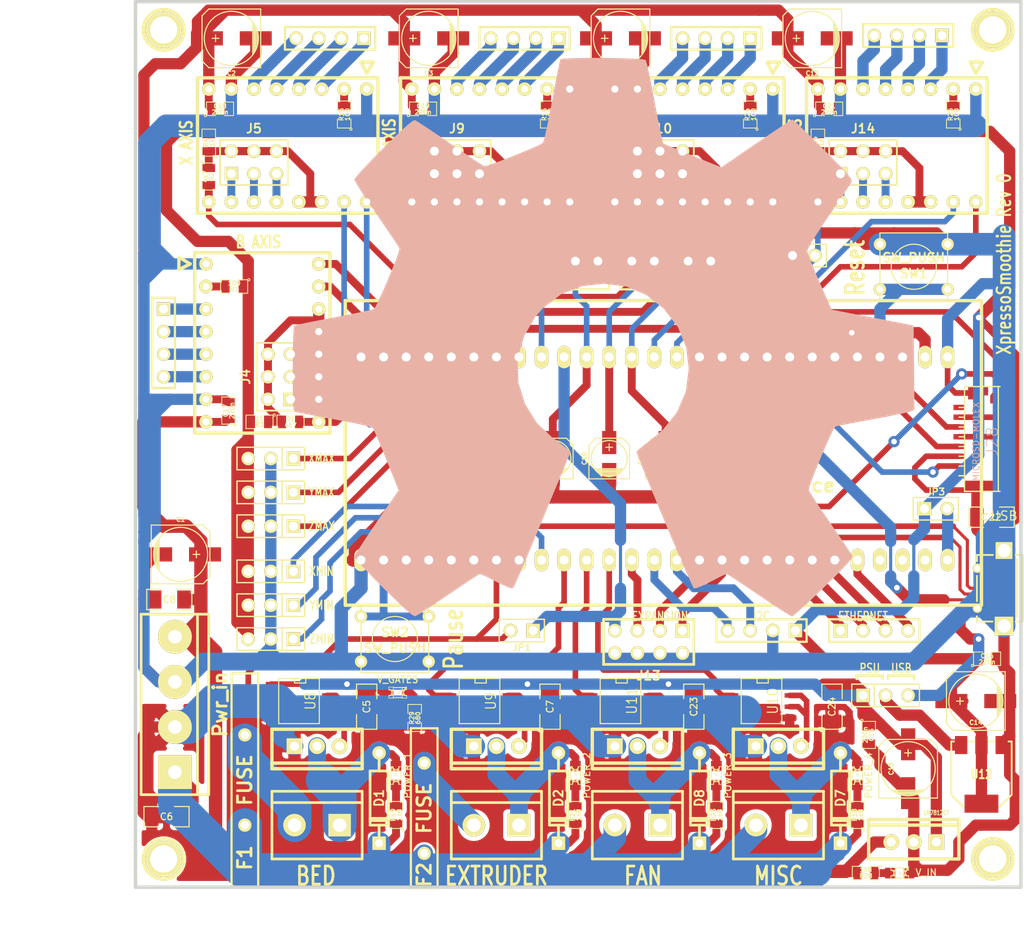
<source format=kicad_pcb>
(kicad_pcb (version 3) (host pcbnew "(2013-mar-13)-testing")
  (title_block (title XpressoSmoothie))
  (layers (15 F.Cu signal) (0 B.Cu signal) (18 B.Paste user) (19 F.Paste user) (20 B.SilkS user hide) (21 F.SilkS user) (22 B.Mask user) (23 F.Mask user) (28 Edge.Cuts user))
  (net 0 "")
  (net 1 +5V)
  (net 2 18_P0.26AOUT)
  (net 3 32_RD-)
  (net 4 33_RD+)
  (net 5 34_TD-)
  (net 6 35_TD+)
  (net 7 38_P0.4CAN)
  (net 8 39_P0.5CAN)
  (net 9 3V3IN)
  (net 10 42_P2.0PWM)
  (net 11 A-DIR)
  (net 12 A-EN)
  (net 13 A-STEP)
  (net 14 B-DIR)
  (net 15 B-EN)
  (net 16 B-STEP)
  (net 17 CS)
  (net 18 GND)
  (net 19 GNDPWR)
  (net 20 MISO)
  (net 21 MOSI)
  (net 22 N-00000100)
  (net 23 N-00000101)
  (net 24 N-00000102)
  (net 25 N-00000103)
  (net 26 N-00000104)
  (net 27 N-00000105)
  (net 28 N-00000107)
  (net 29 N-00000108)
  (net 30 N-00000109)
  (net 31 N-0000011)
  (net 32 N-00000110)
  (net 33 N-00000111)
  (net 34 N-00000112)
  (net 35 N-00000113)
  (net 36 N-00000114)
  (net 37 N-00000115)
  (net 38 N-00000116)
  (net 39 N-00000117)
  (net 40 N-00000118)
  (net 41 N-00000119)
  (net 42 N-0000012)
  (net 43 N-00000120)
  (net 44 N-00000121)
  (net 45 N-00000122)
  (net 46 N-00000123)
  (net 47 N-00000124)
  (net 48 N-00000125)
  (net 49 N-00000126)
  (net 50 N-00000127)
  (net 51 N-00000128)
  (net 52 N-00000129)
  (net 53 N-0000013)
  (net 54 N-00000130)
  (net 55 N-00000131)
  (net 56 N-0000014)
  (net 57 N-0000015)
  (net 58 N-0000016)
  (net 59 N-0000017)
  (net 60 N-0000018)
  (net 61 N-0000019)
  (net 62 N-0000020)
  (net 63 N-0000023)
  (net 64 N-0000024)
  (net 65 N-0000026)
  (net 66 N-0000028)
  (net 67 N-0000029)
  (net 68 N-0000035)
  (net 69 N-0000038)
  (net 70 N-0000039)
  (net 71 N-0000043)
  (net 72 N-0000045)
  (net 73 N-0000056)
  (net 74 N-0000058)
  (net 75 N-0000060)
  (net 76 N-0000061)
  (net 77 N-0000062)
  (net 78 N-0000063)
  (net 79 N-0000064)
  (net 80 N-0000066)
  (net 81 N-0000067)
  (net 82 N-0000068)
  (net 83 N-0000069)
  (net 84 N-000008)
  (net 85 N-0000087)
  (net 86 N-0000088)
  (net 87 N-0000089)
  (net 88 N-000009)
  (net 89 N-0000090)
  (net 90 N-0000091)
  (net 91 N-0000092)
  (net 92 N-0000093)
  (net 93 N-0000094)
  (net 94 N-0000095)
  (net 95 N-0000096)
  (net 96 N-0000097)
  (net 97 N-0000098)
  (net 98 N-0000099)
  (net 99 PLAY/PAUSE)
  (net 100 POWER1)
  (net 101 POWER2)
  (net 102 POWER3)
  (net 103 POWER4)
  (net 104 RESET)
  (net 105 SCK)
  (net 106 SCL)
  (net 107 SDA)
  (net 108 SD_card_detect)
  (net 109 THERM0)
  (net 110 THERM1)
  (net 111 THERM2)
  (net 112 USB-D+)
  (net 113 USB-D-)
  (net 114 VCC)
  (net 115 Vgates)
  (net 116 Vin)
  (net 117 Vin_Hi_curr)
  (net 118 X-DIR)
  (net 119 X-EN)
  (net 120 X-STEP)
  (net 121 XMAX)
  (net 122 XMIN)
  (net 123 Y-DIR)
  (net 124 Y-STEP)
  (net 125 YMAX)
  (net 126 YMIN)
  (net 127 Z-DIR)
  (net 128 Z-EN)
  (net 129 Z-STEP)
  (net 130 ZMAX)
  (net 131 ZMIN)
  (module USB_MICRO_RMC (layer F.Cu) (at 169.545 120.015 180)
    (fp_text reference J26 hide)
    (fp_text value USB (at 0 8.15086 180) (layer F.SilkS) (effects (font (size 1.016 1.016) (thickness 0.127))))
    (pad 5 smd rect (at 0 0 180) (size 1.89992 2.90068) (layers F.Cu F.Paste F.Mask) (net 18 GND))
    (pad 5 thru_hole rect (at 0 -4.24942 180) (size 2.10058 2.10058) (drill 1.50114) (layers *.Cu *.Mask F.SilkS) (net 18 GND))
    (pad 5 thru_hole rect (at 0 4.24942 180) (size 1.89992 1.89992) (drill 1.50114) (layers *.Cu *.Mask F.SilkS) (net 18 GND))
    (pad 5 thru_hole circle (at 2.99974 2.25044 180) (size 1.04902 1.04902) (drill 0.65024) (layers *.Cu *.Mask F.SilkS) (net 18 GND))
    (pad 5 thru_hole circle (at 2.99974 -2.25044 180) (size 1.04902 1.04902) (drill 0.65024) (layers *.Cu *.Mask F.SilkS) (net 18 GND))
    (pad 3 smd rect (at 2.64922 0 180) (size 1.34874 0.39878) (layers F.Cu F.Paste F.Mask) (net 112 USB-D+))
    (pad 6 smd rect (at 2.64922 0.65024 180) (size 1.34874 0.39878) (layers F.Cu F.Paste F.Mask) (net 18 GND))
    (pad 4 smd rect (at 2.64922 1.30048 180) (size 1.34874 0.39878) (layers F.Cu F.Paste F.Mask) (net 18 GND))
    (pad 2 smd rect (at 2.64922 -0.65024 180) (size 1.34874 0.39878) (layers F.Cu F.Paste F.Mask) (net 113 USB-D-))
    (pad 1 smd rect (at 2.64922 -1.30048 180) (size 1.34874 0.39878) (layers F.Cu F.Paste F.Mask) (net 1 +5V))
  )
  (module TO220_VERT_C (layer F.Cu) (at 92.202 137.795 270)
    (fp_text reference Q1 hide)
    (fp_text value "IRLB 8743" hide)
    (pad G thru_hole circle (at 0 -2.54 270) (size 1.778 1.778) (drill 1.016) (layers *.Cu *.Mask F.SilkS) (net 22 N-00000100))
    (pad D thru_hole circle (at 0 0 270) (size 1.778 1.778) (drill 1.016) (layers *.Cu *.Mask F.SilkS) (net 24 N-00000102))
    (pad S thru_hole rect (at 0 2.54 270) (size 1.778 1.778) (drill 1.016) (layers *.Cu *.Mask F.SilkS) (net 19 GNDPWR))
  )
  (module TO220_VERT_C (layer F.Cu) (at 112.395 137.795 270)
    (fp_text reference Q2 hide)
    (fp_text value "IRLB 8743" hide)
    (pad G thru_hole circle (at 0 -2.54 270) (size 1.778 1.778) (drill 1.016) (layers *.Cu *.Mask F.SilkS) (net 79 N-0000064))
    (pad D thru_hole circle (at 0 0 270) (size 1.778 1.778) (drill 1.016) (layers *.Cu *.Mask F.SilkS) (net 65 N-0000026))
    (pad S thru_hole rect (at 0 2.54 270) (size 1.778 1.778) (drill 1.016) (layers *.Cu *.Mask F.SilkS) (net 19 GNDPWR))
  )
  (module TO220_VERT_C (layer F.Cu) (at 128.27 137.795 270)
    (fp_text reference Q3 hide)
    (fp_text value "IRLB 8743" hide)
    (pad G thru_hole circle (at 0 -2.54 270) (size 1.778 1.778) (drill 1.016) (layers *.Cu *.Mask F.SilkS) (net 77 N-0000062))
    (pad D thru_hole circle (at 0 0 270) (size 1.778 1.778) (drill 1.016) (layers *.Cu *.Mask F.SilkS) (net 67 N-0000029))
    (pad S thru_hole rect (at 0 2.54 270) (size 1.778 1.778) (drill 1.016) (layers *.Cu *.Mask F.SilkS) (net 19 GNDPWR))
  )
  (module TO220_VERT_C (layer F.Cu) (at 144.145 137.795 270)
    (fp_text reference Q4 hide)
    (fp_text value "IRLB 8743" hide)
    (pad G thru_hole circle (at 0 -2.54 270) (size 1.778 1.778) (drill 1.016) (layers *.Cu *.Mask F.SilkS) (net 78 N-0000063))
    (pad D thru_hole circle (at 0 0 270) (size 1.778 1.778) (drill 1.016) (layers *.Cu *.Mask F.SilkS) (net 64 N-0000024))
    (pad S thru_hole rect (at 0 2.54 270) (size 1.778 1.778) (drill 1.016) (layers *.Cu *.Mask F.SilkS) (net 19 GNDPWR))
  )
  (module SW_PUSH_SMALL (layer F.Cu) (at 159.385 83.82 180)
    (fp_text reference SW1 (at 0 -0.762 180) (layer F.SilkS) (effects (font (size 1.016 1.016) (thickness 0.2032))))
    (fp_text value SW_PUSH (at 0 1.016 180) (layer F.SilkS) (effects (font (size 1.016 1.016) (thickness 0.2032))))
    (pad 1 thru_hole circle (at 3.81 -2.54 180) (size 1.397 1.397) (drill 0.8128) (layers *.Cu *.Mask F.SilkS) (net 104 RESET))
    (pad 2 thru_hole circle (at 3.81 2.54 180) (size 1.397 1.397) (drill 0.8128) (layers *.Cu *.Mask F.SilkS) (net 18 GND))
    (pad 1 thru_hole circle (at -3.81 -2.54 180) (size 1.397 1.397) (drill 0.8128) (layers *.Cu *.Mask F.SilkS) (net 104 RESET))
    (pad 2 thru_hole circle (at -3.81 2.54 180) (size 1.397 1.397) (drill 0.8128) (layers *.Cu *.Mask F.SilkS) (net 18 GND))
  )
  (module SW_PUSH_SMALL (layer F.Cu) (at 100.965 125.73)
    (fp_text reference SW2 (at 0 -0.762) (layer F.SilkS) (effects (font (size 1.016 1.016) (thickness 0.2032))))
    (fp_text value SW_PUSH (at 0 1.016) (layer F.SilkS) (effects (font (size 1.016 1.016) (thickness 0.2032))))
    (pad 1 thru_hole circle (at 3.81 -2.54) (size 1.397 1.397) (drill 0.8128) (layers *.Cu *.Mask F.SilkS) (net 99 PLAY/PAUSE))
    (pad 2 thru_hole circle (at 3.81 2.54) (size 1.397 1.397) (drill 0.8128) (layers *.Cu *.Mask F.SilkS) (net 18 GND))
    (pad 1 thru_hole circle (at -3.81 -2.54) (size 1.397 1.397) (drill 0.8128) (layers *.Cu *.Mask F.SilkS) (net 99 PLAY/PAUSE))
    (pad 2 thru_hole circle (at -3.81 2.54) (size 1.397 1.397) (drill 0.8128) (layers *.Cu *.Mask F.SilkS) (net 18 GND))
  )
  (module SM0805 (layer F.Cu) (at 148.59 73.66 270)
    (fp_text reference R13 (at 0 -0.3175 270) (layer F.SilkS) (effects (font (size 0.50038 0.50038) (thickness 0.10922))))
    (fp_text value 4k7 (at 0 0.381 270) (layer F.SilkS) (effects (font (size 0.50038 0.50038) (thickness 0.10922))))
    (pad 1 smd rect (at -0.9525 0 270) (size 0.889 1.397) (layers F.Cu F.Paste F.Mask) (net 30 N-00000109))
    (pad 2 smd rect (at 0.9525 0 270) (size 0.889 1.397) (layers F.Cu F.Paste F.Mask) (net 12 A-EN))
  )
  (module SM0805 (layer F.Cu) (at 112.395 83.5025 90)
    (fp_text reference R10 (at 0 -0.3175 90) (layer F.SilkS) (effects (font (size 0.50038 0.50038) (thickness 0.10922))))
    (fp_text value 4k7 (at 0 0.381 90) (layer F.SilkS) (effects (font (size 0.50038 0.50038) (thickness 0.10922))))
    (pad 1 smd rect (at -0.9525 0 90) (size 0.889 1.397) (layers F.Cu F.Paste F.Mask) (net 111 THERM2))
    (pad 2 smd rect (at 0.9525 0 90) (size 0.889 1.397) (layers F.Cu F.Paste F.Mask) (net 114 VCC))
  )
  (module SM0805 (layer F.Cu) (at 109.5375 83.5025 90)
    (fp_text reference R11 (at 0 -0.3175 90) (layer F.SilkS) (effects (font (size 0.50038 0.50038) (thickness 0.10922))))
    (fp_text value 4k7 (at 0 0.381 90) (layer F.SilkS) (effects (font (size 0.50038 0.50038) (thickness 0.10922))))
    (pad 1 smd rect (at -0.9525 0 90) (size 0.889 1.397) (layers F.Cu F.Paste F.Mask) (net 110 THERM1))
    (pad 2 smd rect (at 0.9525 0 90) (size 0.889 1.397) (layers F.Cu F.Paste F.Mask) (net 114 VCC))
  )
  (module SM0805 (layer F.Cu) (at 89.2175 101.2825)
    (fp_text reference R1 (at 0 -0.3175) (layer F.SilkS) (effects (font (size 0.50038 0.50038) (thickness 0.10922))))
    (fp_text value 4k7 (at 0 0.381) (layer F.SilkS) (effects (font (size 0.50038 0.50038) (thickness 0.10922))))
    (pad 1 smd rect (at -0.9525 0) (size 0.889 1.397) (layers F.Cu F.Paste F.Mask) (net 62 N-0000020))
    (pad 2 smd rect (at 0.9525 0) (size 0.889 1.397) (layers F.Cu F.Paste F.Mask) (net 15 B-EN))
  )
  (module SM0805 (layer F.Cu) (at 106.68 83.5025 90)
    (fp_text reference R12 (at 0 -0.3175 90) (layer F.SilkS) (effects (font (size 0.50038 0.50038) (thickness 0.10922))))
    (fp_text value 4k7 (at 0 0.381 90) (layer F.SilkS) (effects (font (size 0.50038 0.50038) (thickness 0.10922))))
    (pad 1 smd rect (at -0.9525 0 90) (size 0.889 1.397) (layers F.Cu F.Paste F.Mask) (net 109 THERM0))
    (pad 2 smd rect (at 0.9525 0 90) (size 0.889 1.397) (layers F.Cu F.Paste F.Mask) (net 114 VCC))
  )
  (module SM0805 (layer F.Cu) (at 149.86 66.04)
    (fp_text reference C21 (at 0 -0.3175) (layer F.SilkS) (effects (font (size 0.50038 0.50038) (thickness 0.10922))))
    (fp_text value 220n (at 0 0.381) (layer F.SilkS) (effects (font (size 0.50038 0.50038) (thickness 0.10922))))
    (pad 1 smd rect (at -0.9525 0) (size 0.889 1.397) (layers F.Cu F.Paste F.Mask) (net 116 Vin))
    (pad 2 smd rect (at 0.9525 0) (size 0.889 1.397) (layers F.Cu F.Paste F.Mask) (net 18 GND))
  )
  (module SM0805 (layer F.Cu) (at 137.16 145.542 90)
    (fp_text reference R23 (at 0 -0.3175 90) (layer F.SilkS) (effects (font (size 0.50038 0.50038) (thickness 0.10922))))
    (fp_text value 1k8 (at 0 0.381 90) (layer F.SilkS) (effects (font (size 0.50038 0.50038) (thickness 0.10922))))
    (pad 1 smd rect (at -0.9525 0 90) (size 0.889 1.397) (layers F.Cu F.Paste F.Mask) (net 117 Vin_Hi_curr))
    (pad 2 smd rect (at 0.9525 0 90) (size 0.889 1.397) (layers F.Cu F.Paste F.Mask) (net 66 N-0000028))
  )
  (module SM0805 (layer F.Cu) (at 85.725 101.2825 180)
    (fp_text reference R3 (at 0 -0.3175 180) (layer F.SilkS) (effects (font (size 0.50038 0.50038) (thickness 0.10922))))
    (fp_text value 1k (at 0 0.381 180) (layer F.SilkS) (effects (font (size 0.50038 0.50038) (thickness 0.10922))))
    (pad 1 smd rect (at -0.9525 0 180) (size 0.889 1.397) (layers F.Cu F.Paste F.Mask) (net 62 N-0000020))
    (pad 2 smd rect (at 0.9525 0 180) (size 0.889 1.397) (layers F.Cu F.Paste F.Mask) (net 114 VCC))
  )
  (module SM0805 (layer F.Cu) (at 127 66.04)
    (fp_text reference C20 (at 0 -0.3175) (layer F.SilkS) (effects (font (size 0.50038 0.50038) (thickness 0.10922))))
    (fp_text value 220n (at 0 0.381) (layer F.SilkS) (effects (font (size 0.50038 0.50038) (thickness 0.10922))))
    (pad 1 smd rect (at -0.9525 0) (size 0.889 1.397) (layers F.Cu F.Paste F.Mask) (net 116 Vin))
    (pad 2 smd rect (at 0.9525 0) (size 0.889 1.397) (layers F.Cu F.Paste F.Mask) (net 18 GND))
  )
  (module SM0805 (layer F.Cu) (at 121.285 145.542 90)
    (fp_text reference R21 (at 0 -0.3175 90) (layer F.SilkS) (effects (font (size 0.50038 0.50038) (thickness 0.10922))))
    (fp_text value 1k8 (at 0 0.381 90) (layer F.SilkS) (effects (font (size 0.50038 0.50038) (thickness 0.10922))))
    (pad 1 smd rect (at -0.9525 0 90) (size 0.889 1.397) (layers F.Cu F.Paste F.Mask) (net 117 Vin_Hi_curr))
    (pad 2 smd rect (at 0.9525 0 90) (size 0.889 1.397) (layers F.Cu F.Paste F.Mask) (net 25 N-00000103))
  )
  (module SM0805 (layer F.Cu) (at 101.092 145.542 90)
    (fp_text reference R19 (at 0 -0.3175 90) (layer F.SilkS) (effects (font (size 0.50038 0.50038) (thickness 0.10922))))
    (fp_text value 1k8 (at 0 0.381 90) (layer F.SilkS) (effects (font (size 0.50038 0.50038) (thickness 0.10922))))
    (pad 1 smd rect (at -0.9525 0 90) (size 0.889 1.397) (layers F.Cu F.Paste F.Mask) (net 117 Vin_Hi_curr))
    (pad 2 smd rect (at 0.9525 0 90) (size 0.889 1.397) (layers F.Cu F.Paste F.Mask) (net 23 N-00000101))
  )
  (module SM0805 (layer F.Cu) (at 125.73 73.66 270)
    (fp_text reference R6 (at 0 -0.3175 270) (layer F.SilkS) (effects (font (size 0.50038 0.50038) (thickness 0.10922))))
    (fp_text value 4k7 (at 0 0.381 270) (layer F.SilkS) (effects (font (size 0.50038 0.50038) (thickness 0.10922))))
    (pad 1 smd rect (at -0.9525 0 270) (size 0.889 1.397) (layers F.Cu F.Paste F.Mask) (net 39 N-00000117))
    (pad 2 smd rect (at 0.9525 0 270) (size 0.889 1.397) (layers F.Cu F.Paste F.Mask) (net 128 Z-EN))
  )
  (module SM0805 (layer F.Cu) (at 125.73 69.85 90)
    (fp_text reference R9 (at 0 -0.3175 90) (layer F.SilkS) (effects (font (size 0.50038 0.50038) (thickness 0.10922))))
    (fp_text value 1k (at 0 0.381 90) (layer F.SilkS) (effects (font (size 0.50038 0.50038) (thickness 0.10922))))
    (pad 1 smd rect (at -0.9525 0 90) (size 0.889 1.397) (layers F.Cu F.Paste F.Mask) (net 39 N-00000117))
    (pad 2 smd rect (at 0.9525 0 90) (size 0.889 1.397) (layers F.Cu F.Paste F.Mask) (net 114 VCC))
  )
  (module SM0805 (layer F.Cu) (at 81.28 66.04)
    (fp_text reference C18 (at 0 -0.3175) (layer F.SilkS) (effects (font (size 0.50038 0.50038) (thickness 0.10922))))
    (fp_text value 220n (at 0 0.381) (layer F.SilkS) (effects (font (size 0.50038 0.50038) (thickness 0.10922))))
    (pad 1 smd rect (at -0.9525 0) (size 0.889 1.397) (layers F.Cu F.Paste F.Mask) (net 116 Vin))
    (pad 2 smd rect (at 0.9525 0) (size 0.889 1.397) (layers F.Cu F.Paste F.Mask) (net 18 GND))
  )
  (module SM0805 (layer F.Cu) (at 148.59 69.85 90)
    (fp_text reference R14 (at 0 -0.3175 90) (layer F.SilkS) (effects (font (size 0.50038 0.50038) (thickness 0.10922))))
    (fp_text value 1k (at 0 0.381 90) (layer F.SilkS) (effects (font (size 0.50038 0.50038) (thickness 0.10922))))
    (pad 1 smd rect (at -0.9525 0 90) (size 0.889 1.397) (layers F.Cu F.Paste F.Mask) (net 30 N-00000109))
    (pad 2 smd rect (at 0.9525 0 90) (size 0.889 1.397) (layers F.Cu F.Paste F.Mask) (net 114 VCC))
  )
  (module SM0805 (layer F.Cu) (at 102.87 69.85 90)
    (fp_text reference R8 (at 0 -0.3175 90) (layer F.SilkS) (effects (font (size 0.50038 0.50038) (thickness 0.10922))))
    (fp_text value 1k (at 0 0.381 90) (layer F.SilkS) (effects (font (size 0.50038 0.50038) (thickness 0.10922))))
    (pad 1 smd rect (at -0.9525 0 90) (size 0.889 1.397) (layers F.Cu F.Paste F.Mask) (net 37 N-00000115))
    (pad 2 smd rect (at 0.9525 0 90) (size 0.889 1.397) (layers F.Cu F.Paste F.Mask) (net 114 VCC))
  )
  (module SM0805 (layer F.Cu) (at 153.035 145.542 90)
    (fp_text reference R18 (at 0 -0.3175 90) (layer F.SilkS) (effects (font (size 0.50038 0.50038) (thickness 0.10922))))
    (fp_text value 1k8 (at 0 0.381 90) (layer F.SilkS) (effects (font (size 0.50038 0.50038) (thickness 0.10922))))
    (pad 1 smd rect (at -0.9525 0 90) (size 0.889 1.397) (layers F.Cu F.Paste F.Mask) (net 117 Vin_Hi_curr))
    (pad 2 smd rect (at 0.9525 0 90) (size 0.889 1.397) (layers F.Cu F.Paste F.Mask) (net 63 N-0000023))
  )
  (module SM0805 (layer F.Cu) (at 167.64 127.9525)
    (fp_text reference C16 (at 0 -0.3175) (layer F.SilkS) (effects (font (size 0.50038 0.50038) (thickness 0.10922))))
    (fp_text value 220n (at 0 0.381) (layer F.SilkS) (effects (font (size 0.50038 0.50038) (thickness 0.10922))))
    (pad 1 smd rect (at -0.9525 0) (size 0.889 1.397) (layers F.Cu F.Paste F.Mask) (net 114 VCC))
    (pad 2 smd rect (at 0.9525 0) (size 0.889 1.397) (layers F.Cu F.Paste F.Mask) (net 18 GND))
  )
  (module SM0805 (layer F.Cu) (at 154.305 136.525 270)
    (fp_text reference C15 (at 0 -0.3175 270) (layer F.SilkS) (effects (font (size 0.50038 0.50038) (thickness 0.10922))))
    (fp_text value 220n (at 0 0.381 270) (layer F.SilkS) (effects (font (size 0.50038 0.50038) (thickness 0.10922))))
    (pad 1 smd rect (at -0.9525 0 270) (size 0.889 1.397) (layers F.Cu F.Paste F.Mask) (net 115 Vgates))
    (pad 2 smd rect (at 0.9525 0 270) (size 0.889 1.397) (layers F.Cu F.Paste F.Mask) (net 18 GND))
  )
  (module SM0805 (layer F.Cu) (at 80.01 73.66 270)
    (fp_text reference R2 (at 0 -0.3175 270) (layer F.SilkS) (effects (font (size 0.50038 0.50038) (thickness 0.10922))))
    (fp_text value 4k7 (at 0 0.381 270) (layer F.SilkS) (effects (font (size 0.50038 0.50038) (thickness 0.10922))))
    (pad 1 smd rect (at -0.9525 0 270) (size 0.889 1.397) (layers F.Cu F.Paste F.Mask) (net 85 N-0000087))
    (pad 2 smd rect (at 0.9525 0 270) (size 0.889 1.397) (layers F.Cu F.Paste F.Mask) (net 119 X-EN))
  )
  (module SM0805 (layer F.Cu) (at 102.87 73.66 270)
    (fp_text reference R5 (at 0 -0.3175 270) (layer F.SilkS) (effects (font (size 0.50038 0.50038) (thickness 0.10922))))
    (fp_text value 4k7 (at 0 0.381 270) (layer F.SilkS) (effects (font (size 0.50038 0.50038) (thickness 0.10922))))
    (pad 1 smd rect (at -0.9525 0 270) (size 0.889 1.397) (layers F.Cu F.Paste F.Mask) (net 37 N-00000115))
    (pad 2 smd rect (at 0.9525 0 270) (size 0.889 1.397) (layers F.Cu F.Paste F.Mask) (net 119 X-EN))
  )
  (module SM0805 (layer F.Cu) (at 82.2325 100.0125 90)
    (fp_text reference C17 (at 0 -0.3175 90) (layer F.SilkS) (effects (font (size 0.50038 0.50038) (thickness 0.10922))))
    (fp_text value 220n (at 0 0.381 90) (layer F.SilkS) (effects (font (size 0.50038 0.50038) (thickness 0.10922))))
    (pad 1 smd rect (at -0.9525 0 90) (size 0.889 1.397) (layers F.Cu F.Paste F.Mask) (net 116 Vin))
    (pad 2 smd rect (at 0.9525 0 90) (size 0.889 1.397) (layers F.Cu F.Paste F.Mask) (net 18 GND))
  )
  (module SM0805 (layer F.Cu) (at 104.14 66.04)
    (fp_text reference C19 (at 0 -0.3175) (layer F.SilkS) (effects (font (size 0.50038 0.50038) (thickness 0.10922))))
    (fp_text value 220n (at 0 0.381) (layer F.SilkS) (effects (font (size 0.50038 0.50038) (thickness 0.10922))))
    (pad 1 smd rect (at -0.9525 0) (size 0.889 1.397) (layers F.Cu F.Paste F.Mask) (net 116 Vin))
    (pad 2 smd rect (at 0.9525 0) (size 0.889 1.397) (layers F.Cu F.Paste F.Mask) (net 18 GND))
  )
  (module SM0805 (layer F.Cu) (at 80.01 69.85 90)
    (fp_text reference R4 (at 0 -0.3175 90) (layer F.SilkS) (effects (font (size 0.50038 0.50038) (thickness 0.10922))))
    (fp_text value 1k (at 0 0.381 90) (layer F.SilkS) (effects (font (size 0.50038 0.50038) (thickness 0.10922))))
    (pad 1 smd rect (at -0.9525 0 90) (size 0.889 1.397) (layers F.Cu F.Paste F.Mask) (net 85 N-0000087))
    (pad 2 smd rect (at 0.9525 0 90) (size 0.889 1.397) (layers F.Cu F.Paste F.Mask) (net 114 VCC))
  )
  (module POLOLU (layer F.Cu) (at 88.9 63.8175 180)
    (fp_text reference U2 hide)
    (fp_text value POLOLU_A4988 hide)
    (pad 1 thru_hole circle (at -8.89 0 180) (size 1.524 1.524) (drill 0.8128) (layers *.Cu *.Mask F.SilkS) (net 18 GND))
    (pad 2 thru_hole circle (at -6.35 0 180) (size 1.524 1.524) (drill 0.8128) (layers *.Cu *.Mask F.SilkS) (net 68 N-0000035))
    (pad 3 thru_hole circle (at -3.81 0 180) (size 1.524 1.524) (drill 0.8128) (layers *.Cu *.Mask F.SilkS) (net 90 N-0000091))
    (pad 4 thru_hole circle (at -1.27 0 180) (size 1.524 1.524) (drill 0.8128) (layers *.Cu *.Mask F.SilkS) (net 89 N-0000090))
    (pad 5 thru_hole circle (at 1.27 0 180) (size 1.524 1.524) (drill 0.8128) (layers *.Cu *.Mask F.SilkS) (net 87 N-0000089))
    (pad 6 thru_hole circle (at 3.81 0 180) (size 1.524 1.524) (drill 0.8128) (layers *.Cu *.Mask F.SilkS) (net 98 N-0000099))
    (pad 7 thru_hole circle (at 6.35 0 180) (size 1.524 1.524) (drill 0.8128) (layers *.Cu *.Mask F.SilkS) (net 18 GND))
    (pad 8 thru_hole circle (at 8.89 0 180) (size 1.524 1.524) (drill 0.8128) (layers *.Cu *.Mask F.SilkS) (net 116 Vin))
    (pad 9 thru_hole circle (at 8.89 -12.7 180) (size 1.524 1.524) (drill 0.8128) (layers *.Cu *.Mask F.SilkS) (net 119 X-EN))
    (pad 10 thru_hole circle (at 6.35 -12.7 180) (size 1.524 1.524) (drill 0.8128) (layers *.Cu *.Mask F.SilkS) (net 26 N-00000104))
    (pad 11 thru_hole circle (at 3.81 -12.7 180) (size 1.524 1.524) (drill 0.8128) (layers *.Cu *.Mask F.SilkS) (net 86 N-0000088))
    (pad 12 thru_hole circle (at 1.27 -12.7 180) (size 1.524 1.524) (drill 0.8128) (layers *.Cu *.Mask F.SilkS) (net 27 N-00000105))
    (pad 13 thru_hole circle (at -1.27 -12.7 180) (size 1.524 1.524) (drill 0.8128) (layers *.Cu *.Mask F.SilkS) (net 85 N-0000087))
    (pad 14 thru_hole circle (at -3.81 -12.7 180) (size 1.524 1.524) (drill 0.8128) (layers *.Cu *.Mask F.SilkS) (net 85 N-0000087))
    (pad 15 thru_hole circle (at -6.35 -12.7 180) (size 1.524 1.524) (drill 0.8128) (layers *.Cu *.Mask F.SilkS) (net 120 X-STEP))
    (pad 16 thru_hole circle (at -8.89 -12.7 180) (size 1.524 1.524) (drill 0.8128) (layers *.Cu *.Mask F.SilkS) (net 118 X-DIR))
  )
  (module POLOLU (layer F.Cu) (at 134.62 63.8175 180)
    (fp_text reference U4 hide)
    (fp_text value POLOLU_A4988 hide)
    (pad 1 thru_hole circle (at -8.89 0 180) (size 1.524 1.524) (drill 0.8128) (layers *.Cu *.Mask F.SilkS) (net 18 GND))
    (pad 2 thru_hole circle (at -6.35 0 180) (size 1.524 1.524) (drill 0.8128) (layers *.Cu *.Mask F.SilkS) (net 53 N-0000013))
    (pad 3 thru_hole circle (at -3.81 0 180) (size 1.524 1.524) (drill 0.8128) (layers *.Cu *.Mask F.SilkS) (net 43 N-00000120))
    (pad 4 thru_hole circle (at -1.27 0 180) (size 1.524 1.524) (drill 0.8128) (layers *.Cu *.Mask F.SilkS) (net 38 N-00000116))
    (pad 5 thru_hole circle (at 1.27 0 180) (size 1.524 1.524) (drill 0.8128) (layers *.Cu *.Mask F.SilkS) (net 41 N-00000119))
    (pad 6 thru_hole circle (at 3.81 0 180) (size 1.524 1.524) (drill 0.8128) (layers *.Cu *.Mask F.SilkS) (net 44 N-00000121))
    (pad 7 thru_hole circle (at 6.35 0 180) (size 1.524 1.524) (drill 0.8128) (layers *.Cu *.Mask F.SilkS) (net 18 GND))
    (pad 8 thru_hole circle (at 8.89 0 180) (size 1.524 1.524) (drill 0.8128) (layers *.Cu *.Mask F.SilkS) (net 116 Vin))
    (pad 9 thru_hole circle (at 8.89 -12.7 180) (size 1.524 1.524) (drill 0.8128) (layers *.Cu *.Mask F.SilkS) (net 128 Z-EN))
    (pad 10 thru_hole circle (at 6.35 -12.7 180) (size 1.524 1.524) (drill 0.8128) (layers *.Cu *.Mask F.SilkS) (net 45 N-00000122))
    (pad 11 thru_hole circle (at 3.81 -12.7 180) (size 1.524 1.524) (drill 0.8128) (layers *.Cu *.Mask F.SilkS) (net 40 N-00000118))
    (pad 12 thru_hole circle (at 1.27 -12.7 180) (size 1.524 1.524) (drill 0.8128) (layers *.Cu *.Mask F.SilkS) (net 46 N-00000123))
    (pad 13 thru_hole circle (at -1.27 -12.7 180) (size 1.524 1.524) (drill 0.8128) (layers *.Cu *.Mask F.SilkS) (net 39 N-00000117))
    (pad 14 thru_hole circle (at -3.81 -12.7 180) (size 1.524 1.524) (drill 0.8128) (layers *.Cu *.Mask F.SilkS) (net 39 N-00000117))
    (pad 15 thru_hole circle (at -6.35 -12.7 180) (size 1.524 1.524) (drill 0.8128) (layers *.Cu *.Mask F.SilkS) (net 129 Z-STEP))
    (pad 16 thru_hole circle (at -8.89 -12.7 180) (size 1.524 1.524) (drill 0.8128) (layers *.Cu *.Mask F.SilkS) (net 127 Z-DIR))
  )
  (module POLOLU (layer F.Cu) (at 157.48 63.8175 180)
    (fp_text reference U5 hide)
    (fp_text value POLOLU_A4988 hide)
    (pad 1 thru_hole circle (at -8.89 0 180) (size 1.524 1.524) (drill 0.8128) (layers *.Cu *.Mask F.SilkS) (net 18 GND))
    (pad 2 thru_hole circle (at -6.35 0 180) (size 1.524 1.524) (drill 0.8128) (layers *.Cu *.Mask F.SilkS) (net 42 N-0000012))
    (pad 3 thru_hole circle (at -3.81 0 180) (size 1.524 1.524) (drill 0.8128) (layers *.Cu *.Mask F.SilkS) (net 35 N-00000113))
    (pad 4 thru_hole circle (at -1.27 0 180) (size 1.524 1.524) (drill 0.8128) (layers *.Cu *.Mask F.SilkS) (net 34 N-00000112))
    (pad 5 thru_hole circle (at 1.27 0 180) (size 1.524 1.524) (drill 0.8128) (layers *.Cu *.Mask F.SilkS) (net 33 N-00000111))
    (pad 6 thru_hole circle (at 3.81 0 180) (size 1.524 1.524) (drill 0.8128) (layers *.Cu *.Mask F.SilkS) (net 36 N-00000114))
    (pad 7 thru_hole circle (at 6.35 0 180) (size 1.524 1.524) (drill 0.8128) (layers *.Cu *.Mask F.SilkS) (net 18 GND))
    (pad 8 thru_hole circle (at 8.89 0 180) (size 1.524 1.524) (drill 0.8128) (layers *.Cu *.Mask F.SilkS) (net 116 Vin))
    (pad 9 thru_hole circle (at 8.89 -12.7 180) (size 1.524 1.524) (drill 0.8128) (layers *.Cu *.Mask F.SilkS) (net 12 A-EN))
    (pad 10 thru_hole circle (at 6.35 -12.7 180) (size 1.524 1.524) (drill 0.8128) (layers *.Cu *.Mask F.SilkS) (net 29 N-00000108))
    (pad 11 thru_hole circle (at 3.81 -12.7 180) (size 1.524 1.524) (drill 0.8128) (layers *.Cu *.Mask F.SilkS) (net 32 N-00000110))
    (pad 12 thru_hole circle (at 1.27 -12.7 180) (size 1.524 1.524) (drill 0.8128) (layers *.Cu *.Mask F.SilkS) (net 28 N-00000107))
    (pad 13 thru_hole circle (at -1.27 -12.7 180) (size 1.524 1.524) (drill 0.8128) (layers *.Cu *.Mask F.SilkS) (net 30 N-00000109))
    (pad 14 thru_hole circle (at -3.81 -12.7 180) (size 1.524 1.524) (drill 0.8128) (layers *.Cu *.Mask F.SilkS) (net 30 N-00000109))
    (pad 15 thru_hole circle (at -6.35 -12.7 180) (size 1.524 1.524) (drill 0.8128) (layers *.Cu *.Mask F.SilkS) (net 13 A-STEP))
    (pad 16 thru_hole circle (at -8.89 -12.7 180) (size 1.524 1.524) (drill 0.8128) (layers *.Cu *.Mask F.SilkS) (net 11 A-DIR))
  )
  (module POLOLU (layer F.Cu) (at 79.6925 92.3925 270)
    (fp_text reference U1 hide)
    (fp_text value POLOLU_A4988 hide)
    (pad 1 thru_hole circle (at -8.89 0 270) (size 1.524 1.524) (drill 0.8128) (layers *.Cu *.Mask F.SilkS) (net 18 GND))
    (pad 2 thru_hole circle (at -6.35 0 270) (size 1.524 1.524) (drill 0.8128) (layers *.Cu *.Mask F.SilkS) (net 31 N-0000011))
    (pad 3 thru_hole circle (at -3.81 0 270) (size 1.524 1.524) (drill 0.8128) (layers *.Cu *.Mask F.SilkS) (net 58 N-0000016))
    (pad 4 thru_hole circle (at -1.27 0 270) (size 1.524 1.524) (drill 0.8128) (layers *.Cu *.Mask F.SilkS) (net 57 N-0000015))
    (pad 5 thru_hole circle (at 1.27 0 270) (size 1.524 1.524) (drill 0.8128) (layers *.Cu *.Mask F.SilkS) (net 88 N-000009))
    (pad 6 thru_hole circle (at 3.81 0 270) (size 1.524 1.524) (drill 0.8128) (layers *.Cu *.Mask F.SilkS) (net 59 N-0000017))
    (pad 7 thru_hole circle (at 6.35 0 270) (size 1.524 1.524) (drill 0.8128) (layers *.Cu *.Mask F.SilkS) (net 18 GND))
    (pad 8 thru_hole circle (at 8.89 0 270) (size 1.524 1.524) (drill 0.8128) (layers *.Cu *.Mask F.SilkS) (net 116 Vin))
    (pad 9 thru_hole circle (at 8.89 -12.7 270) (size 1.524 1.524) (drill 0.8128) (layers *.Cu *.Mask F.SilkS) (net 15 B-EN))
    (pad 10 thru_hole circle (at 6.35 -12.7 270) (size 1.524 1.524) (drill 0.8128) (layers *.Cu *.Mask F.SilkS) (net 60 N-0000018))
    (pad 11 thru_hole circle (at 3.81 -12.7 270) (size 1.524 1.524) (drill 0.8128) (layers *.Cu *.Mask F.SilkS) (net 84 N-000008))
    (pad 12 thru_hole circle (at 1.27 -12.7 270) (size 1.524 1.524) (drill 0.8128) (layers *.Cu *.Mask F.SilkS) (net 61 N-0000019))
    (pad 13 thru_hole circle (at -1.27 -12.7 270) (size 1.524 1.524) (drill 0.8128) (layers *.Cu *.Mask F.SilkS) (net 62 N-0000020))
    (pad 14 thru_hole circle (at -3.81 -12.7 270) (size 1.524 1.524) (drill 0.8128) (layers *.Cu *.Mask F.SilkS) (net 62 N-0000020))
    (pad 15 thru_hole circle (at -6.35 -12.7 270) (size 1.524 1.524) (drill 0.8128) (layers *.Cu *.Mask F.SilkS) (net 16 B-STEP))
    (pad 16 thru_hole circle (at -8.89 -12.7 270) (size 1.524 1.524) (drill 0.8128) (layers *.Cu *.Mask F.SilkS) (net 14 B-DIR))
  )
  (module POLOLU (layer F.Cu) (at 111.76 63.8175 180)
    (fp_text reference U3 hide)
    (fp_text value POLOLU_A4988 hide)
    (pad 1 thru_hole circle (at -8.89 0 180) (size 1.524 1.524) (drill 0.8128) (layers *.Cu *.Mask F.SilkS) (net 18 GND))
    (pad 2 thru_hole circle (at -6.35 0 180) (size 1.524 1.524) (drill 0.8128) (layers *.Cu *.Mask F.SilkS) (net 56 N-0000014))
    (pad 3 thru_hole circle (at -3.81 0 180) (size 1.524 1.524) (drill 0.8128) (layers *.Cu *.Mask F.SilkS) (net 94 N-0000095))
    (pad 4 thru_hole circle (at -1.27 0 180) (size 1.524 1.524) (drill 0.8128) (layers *.Cu *.Mask F.SilkS) (net 93 N-0000094))
    (pad 5 thru_hole circle (at 1.27 0 180) (size 1.524 1.524) (drill 0.8128) (layers *.Cu *.Mask F.SilkS) (net 92 N-0000093))
    (pad 6 thru_hole circle (at 3.81 0 180) (size 1.524 1.524) (drill 0.8128) (layers *.Cu *.Mask F.SilkS) (net 95 N-0000096))
    (pad 7 thru_hole circle (at 6.35 0 180) (size 1.524 1.524) (drill 0.8128) (layers *.Cu *.Mask F.SilkS) (net 18 GND))
    (pad 8 thru_hole circle (at 8.89 0 180) (size 1.524 1.524) (drill 0.8128) (layers *.Cu *.Mask F.SilkS) (net 116 Vin))
    (pad 9 thru_hole circle (at 8.89 -12.7 180) (size 1.524 1.524) (drill 0.8128) (layers *.Cu *.Mask F.SilkS) (net 119 X-EN))
    (pad 10 thru_hole circle (at 6.35 -12.7 180) (size 1.524 1.524) (drill 0.8128) (layers *.Cu *.Mask F.SilkS) (net 96 N-0000097))
    (pad 11 thru_hole circle (at 3.81 -12.7 180) (size 1.524 1.524) (drill 0.8128) (layers *.Cu *.Mask F.SilkS) (net 91 N-0000092))
    (pad 12 thru_hole circle (at 1.27 -12.7 180) (size 1.524 1.524) (drill 0.8128) (layers *.Cu *.Mask F.SilkS) (net 97 N-0000098))
    (pad 13 thru_hole circle (at -1.27 -12.7 180) (size 1.524 1.524) (drill 0.8128) (layers *.Cu *.Mask F.SilkS) (net 37 N-00000115))
    (pad 14 thru_hole circle (at -3.81 -12.7 180) (size 1.524 1.524) (drill 0.8128) (layers *.Cu *.Mask F.SilkS) (net 37 N-00000115))
    (pad 15 thru_hole circle (at -6.35 -12.7 180) (size 1.524 1.524) (drill 0.8128) (layers *.Cu *.Mask F.SilkS) (net 124 Y-STEP))
    (pad 16 thru_hole circle (at -8.89 -12.7 180) (size 1.524 1.524) (drill 0.8128) (layers *.Cu *.Mask F.SilkS) (net 123 Y-DIR))
  )
  (module PIN_ARRAY_4x1 (layer F.Cu) (at 158.75 57.785 180)
    (fp_text reference J12 hide)
    (fp_text value HEADER_4 hide)
    (pad 1 thru_hole rect (at -3.81 0 180) (size 1.524 1.524) (drill 1.016) (layers *.Cu *.Mask F.SilkS) (net 35 N-00000113))
    (pad 2 thru_hole circle (at -1.27 0 180) (size 1.524 1.524) (drill 1.016) (layers *.Cu *.Mask F.SilkS) (net 34 N-00000112))
    (pad 3 thru_hole circle (at 1.27 0 180) (size 1.524 1.524) (drill 1.016) (layers *.Cu *.Mask F.SilkS) (net 33 N-00000111))
    (pad 4 thru_hole circle (at 3.81 0 180) (size 1.524 1.524) (drill 1.016) (layers *.Cu *.Mask F.SilkS) (net 36 N-00000114))
  )
  (module PIN_ARRAY_4x1 (layer F.Cu) (at 74.93 92.3925 270)
    (fp_text reference J1 hide)
    (fp_text value HEADER_4 hide)
    (pad 1 thru_hole rect (at -3.81 0 270) (size 1.524 1.524) (drill 1.016) (layers *.Cu *.Mask F.SilkS) (net 58 N-0000016))
    (pad 2 thru_hole circle (at -1.27 0 270) (size 1.524 1.524) (drill 1.016) (layers *.Cu *.Mask F.SilkS) (net 57 N-0000015))
    (pad 3 thru_hole circle (at 1.27 0 270) (size 1.524 1.524) (drill 1.016) (layers *.Cu *.Mask F.SilkS) (net 88 N-000009))
    (pad 4 thru_hole circle (at 3.81 0 270) (size 1.524 1.524) (drill 1.016) (layers *.Cu *.Mask F.SilkS) (net 59 N-0000017))
  )
  (module PIN_ARRAY_4x1 (layer F.Cu) (at 115.57 58.1025 180)
    (fp_text reference J7 hide)
    (fp_text value HEADER_4 hide)
    (pad 1 thru_hole rect (at -3.81 0 180) (size 1.524 1.524) (drill 1.016) (layers *.Cu *.Mask F.SilkS) (net 94 N-0000095))
    (pad 2 thru_hole circle (at -1.27 0 180) (size 1.524 1.524) (drill 1.016) (layers *.Cu *.Mask F.SilkS) (net 93 N-0000094))
    (pad 3 thru_hole circle (at 1.27 0 180) (size 1.524 1.524) (drill 1.016) (layers *.Cu *.Mask F.SilkS) (net 92 N-0000093))
    (pad 4 thru_hole circle (at 3.81 0 180) (size 1.524 1.524) (drill 1.016) (layers *.Cu *.Mask F.SilkS) (net 95 N-0000096))
  )
  (module PIN_ARRAY_4x1 (layer F.Cu) (at 142.24 124.7775 180)
    (fp_text reference J15 hide)
    (fp_text value HEADER_4 hide)
    (pad 1 thru_hole rect (at -3.81 0 180) (size 1.524 1.524) (drill 1.016) (layers *.Cu *.Mask F.SilkS) (net 114 VCC))
    (pad 2 thru_hole circle (at -1.27 0 180) (size 1.524 1.524) (drill 1.016) (layers *.Cu *.Mask F.SilkS) (net 18 GND))
    (pad 3 thru_hole circle (at 1.27 0 180) (size 1.524 1.524) (drill 1.016) (layers *.Cu *.Mask F.SilkS) (net 107 SDA))
    (pad 4 thru_hole circle (at 3.81 0 180) (size 1.524 1.524) (drill 1.016) (layers *.Cu *.Mask F.SilkS) (net 106 SCL))
  )
  (module PIN_ARRAY_4x1 (layer F.Cu) (at 137.16 58.1025 180)
    (fp_text reference J8 hide)
    (fp_text value HEADER_4 hide)
    (pad 1 thru_hole rect (at -3.81 0 180) (size 1.524 1.524) (drill 1.016) (layers *.Cu *.Mask F.SilkS) (net 43 N-00000120))
    (pad 2 thru_hole circle (at -1.27 0 180) (size 1.524 1.524) (drill 1.016) (layers *.Cu *.Mask F.SilkS) (net 38 N-00000116))
    (pad 3 thru_hole circle (at 1.27 0 180) (size 1.524 1.524) (drill 1.016) (layers *.Cu *.Mask F.SilkS) (net 41 N-00000119))
    (pad 4 thru_hole circle (at 3.81 0 180) (size 1.524 1.524) (drill 1.016) (layers *.Cu *.Mask F.SilkS) (net 44 N-00000121))
  )
  (module PIN_ARRAY_4x1 (layer F.Cu) (at 93.6625 58.1025 180)
    (fp_text reference J2 hide)
    (fp_text value HEADER_4 hide)
    (pad 1 thru_hole rect (at -3.81 0 180) (size 1.524 1.524) (drill 1.016) (layers *.Cu *.Mask F.SilkS) (net 90 N-0000091))
    (pad 2 thru_hole circle (at -1.27 0 180) (size 1.524 1.524) (drill 1.016) (layers *.Cu *.Mask F.SilkS) (net 89 N-0000090))
    (pad 3 thru_hole circle (at 1.27 0 180) (size 1.524 1.524) (drill 1.016) (layers *.Cu *.Mask F.SilkS) (net 87 N-0000089))
    (pad 4 thru_hole circle (at 3.81 0 180) (size 1.524 1.524) (drill 1.016) (layers *.Cu *.Mask F.SilkS) (net 98 N-0000099))
  )
  (module pin_array_3x2 (layer F.Cu) (at 107.95 72.0725)
    (fp_text reference J9 (at 0 -3.81) (layer F.SilkS) (effects (font (size 1.016 1.016) (thickness 0.2032))))
    (fp_text value HEADER_3X2 hide)
    (pad 1 thru_hole rect (at -2.54 1.27) (size 1.524 1.524) (drill 1.016) (layers *.Cu *.Mask F.SilkS) (net 96 N-0000097))
    (pad 2 thru_hole circle (at -2.54 -1.27) (size 1.524 1.524) (drill 1.016) (layers *.Cu *.Mask F.SilkS) (net 37 N-00000115))
    (pad 3 thru_hole circle (at 0 1.27) (size 1.524 1.524) (drill 1.016) (layers *.Cu *.Mask F.SilkS) (net 91 N-0000092))
    (pad 4 thru_hole circle (at 0 -1.27) (size 1.524 1.524) (drill 1.016) (layers *.Cu *.Mask F.SilkS) (net 37 N-00000115))
    (pad 5 thru_hole circle (at 2.54 1.27) (size 1.524 1.524) (drill 1.016) (layers *.Cu *.Mask F.SilkS) (net 97 N-0000098))
    (pad 6 thru_hole circle (at 2.54 -1.27) (size 1.524 1.524) (drill 1.016) (layers *.Cu *.Mask F.SilkS) (net 37 N-00000115))
  )
  (module pin_array_3x2 (layer F.Cu) (at 85.09 72.0725)
    (fp_text reference J5 (at 0 -3.81) (layer F.SilkS) (effects (font (size 1.016 1.016) (thickness 0.2032))))
    (fp_text value HEADER_3X2 hide)
    (pad 1 thru_hole rect (at -2.54 1.27) (size 1.524 1.524) (drill 1.016) (layers *.Cu *.Mask F.SilkS) (net 26 N-00000104))
    (pad 2 thru_hole circle (at -2.54 -1.27) (size 1.524 1.524) (drill 1.016) (layers *.Cu *.Mask F.SilkS) (net 85 N-0000087))
    (pad 3 thru_hole circle (at 0 1.27) (size 1.524 1.524) (drill 1.016) (layers *.Cu *.Mask F.SilkS) (net 86 N-0000088))
    (pad 4 thru_hole circle (at 0 -1.27) (size 1.524 1.524) (drill 1.016) (layers *.Cu *.Mask F.SilkS) (net 85 N-0000087))
    (pad 5 thru_hole circle (at 2.54 1.27) (size 1.524 1.524) (drill 1.016) (layers *.Cu *.Mask F.SilkS) (net 27 N-00000105))
    (pad 6 thru_hole circle (at 2.54 -1.27) (size 1.524 1.524) (drill 1.016) (layers *.Cu *.Mask F.SilkS) (net 85 N-0000087))
  )
  (module pin_array_3x2 (layer F.Cu) (at 130.81 72.0725)
    (fp_text reference J10 (at 0 -3.81) (layer F.SilkS) (effects (font (size 1.016 1.016) (thickness 0.2032))))
    (fp_text value HEADER_3X2 hide)
    (pad 1 thru_hole rect (at -2.54 1.27) (size 1.524 1.524) (drill 1.016) (layers *.Cu *.Mask F.SilkS) (net 45 N-00000122))
    (pad 2 thru_hole circle (at -2.54 -1.27) (size 1.524 1.524) (drill 1.016) (layers *.Cu *.Mask F.SilkS) (net 39 N-00000117))
    (pad 3 thru_hole circle (at 0 1.27) (size 1.524 1.524) (drill 1.016) (layers *.Cu *.Mask F.SilkS) (net 40 N-00000118))
    (pad 4 thru_hole circle (at 0 -1.27) (size 1.524 1.524) (drill 1.016) (layers *.Cu *.Mask F.SilkS) (net 39 N-00000117))
    (pad 5 thru_hole circle (at 2.54 1.27) (size 1.524 1.524) (drill 1.016) (layers *.Cu *.Mask F.SilkS) (net 46 N-00000123))
    (pad 6 thru_hole circle (at 2.54 -1.27) (size 1.524 1.524) (drill 1.016) (layers *.Cu *.Mask F.SilkS) (net 39 N-00000117))
  )
  (module pin_array_3x2 (layer F.Cu) (at 153.67 72.0725)
    (fp_text reference J14 (at 0 -3.81) (layer F.SilkS) (effects (font (size 1.016 1.016) (thickness 0.2032))))
    (fp_text value HEADER_3X2 hide)
    (pad 1 thru_hole rect (at -2.54 1.27) (size 1.524 1.524) (drill 1.016) (layers *.Cu *.Mask F.SilkS) (net 29 N-00000108))
    (pad 2 thru_hole circle (at -2.54 -1.27) (size 1.524 1.524) (drill 1.016) (layers *.Cu *.Mask F.SilkS) (net 30 N-00000109))
    (pad 3 thru_hole circle (at 0 1.27) (size 1.524 1.524) (drill 1.016) (layers *.Cu *.Mask F.SilkS) (net 32 N-00000110))
    (pad 4 thru_hole circle (at 0 -1.27) (size 1.524 1.524) (drill 1.016) (layers *.Cu *.Mask F.SilkS) (net 30 N-00000109))
    (pad 5 thru_hole circle (at 2.54 1.27) (size 1.524 1.524) (drill 1.016) (layers *.Cu *.Mask F.SilkS) (net 28 N-00000107))
    (pad 6 thru_hole circle (at 2.54 -1.27) (size 1.524 1.524) (drill 1.016) (layers *.Cu *.Mask F.SilkS) (net 30 N-00000109))
  )
  (module pin_array_3x2 (layer F.Cu) (at 87.9475 96.2025 90)
    (fp_text reference J4 (at 0 -3.81 90) (layer F.SilkS) (effects (font (size 1.016 1.016) (thickness 0.2032))))
    (fp_text value HEADER_3X2 hide)
    (pad 1 thru_hole rect (at -2.54 1.27 90) (size 1.524 1.524) (drill 1.016) (layers *.Cu *.Mask F.SilkS) (net 60 N-0000018))
    (pad 2 thru_hole circle (at -2.54 -1.27 90) (size 1.524 1.524) (drill 1.016) (layers *.Cu *.Mask F.SilkS) (net 62 N-0000020))
    (pad 3 thru_hole circle (at 0 1.27 90) (size 1.524 1.524) (drill 1.016) (layers *.Cu *.Mask F.SilkS) (net 84 N-000008))
    (pad 4 thru_hole circle (at 0 -1.27 90) (size 1.524 1.524) (drill 1.016) (layers *.Cu *.Mask F.SilkS) (net 62 N-0000020))
    (pad 5 thru_hole circle (at 2.54 1.27 90) (size 1.524 1.524) (drill 1.016) (layers *.Cu *.Mask F.SilkS) (net 61 N-0000019))
    (pad 6 thru_hole circle (at 2.54 -1.27 90) (size 1.524 1.524) (drill 1.016) (layers *.Cu *.Mask F.SilkS) (net 62 N-0000020))
  )
  (module PIN_ARRAY_3X1 (layer F.Cu) (at 86.995 118.11 180)
    (fp_text reference J16 hide)
    (fp_text value HEADER_3 hide)
    (pad 1 thru_hole rect (at -2.54 0 180) (size 1.524 1.524) (drill 1.016) (layers *.Cu *.Mask F.SilkS) (net 122 XMIN))
    (pad 2 thru_hole circle (at 0 0 180) (size 1.524 1.524) (drill 1.016) (layers *.Cu *.Mask F.SilkS) (net 18 GND))
    (pad 3 thru_hole circle (at 2.54 0 180) (size 1.524 1.524) (drill 1.016) (layers *.Cu *.Mask F.SilkS) (net 114 VCC))
  )
  (module PIN_ARRAY_3X1 (layer F.Cu) (at 86.995 105.41 180)
    (fp_text reference J17 hide)
    (fp_text value HEADER_3 hide)
    (pad 1 thru_hole rect (at -2.54 0 180) (size 1.524 1.524) (drill 1.016) (layers *.Cu *.Mask F.SilkS) (net 121 XMAX))
    (pad 2 thru_hole circle (at 0 0 180) (size 1.524 1.524) (drill 1.016) (layers *.Cu *.Mask F.SilkS) (net 18 GND))
    (pad 3 thru_hole circle (at 2.54 0 180) (size 1.524 1.524) (drill 1.016) (layers *.Cu *.Mask F.SilkS) (net 114 VCC))
  )
  (module PIN_ARRAY_3X1 (layer F.Cu) (at 86.995 121.92 180)
    (fp_text reference J18 hide)
    (fp_text value HEADER_3 hide)
    (pad 1 thru_hole rect (at -2.54 0 180) (size 1.524 1.524) (drill 1.016) (layers *.Cu *.Mask F.SilkS) (net 126 YMIN))
    (pad 2 thru_hole circle (at 0 0 180) (size 1.524 1.524) (drill 1.016) (layers *.Cu *.Mask F.SilkS) (net 18 GND))
    (pad 3 thru_hole circle (at 2.54 0 180) (size 1.524 1.524) (drill 1.016) (layers *.Cu *.Mask F.SilkS) (net 114 VCC))
  )
  (module PIN_ARRAY_3X1 (layer F.Cu) (at 86.995 109.22 180)
    (fp_text reference J23 hide)
    (fp_text value HEADER_3 hide)
    (pad 1 thru_hole rect (at -2.54 0 180) (size 1.524 1.524) (drill 1.016) (layers *.Cu *.Mask F.SilkS) (net 125 YMAX))
    (pad 2 thru_hole circle (at 0 0 180) (size 1.524 1.524) (drill 1.016) (layers *.Cu *.Mask F.SilkS) (net 18 GND))
    (pad 3 thru_hole circle (at 2.54 0 180) (size 1.524 1.524) (drill 1.016) (layers *.Cu *.Mask F.SilkS) (net 114 VCC))
  )
  (module PIN_ARRAY_3X1 (layer F.Cu) (at 86.995 125.73 180)
    (fp_text reference J24 hide)
    (fp_text value HEADER_3 hide)
    (pad 1 thru_hole rect (at -2.54 0 180) (size 1.524 1.524) (drill 1.016) (layers *.Cu *.Mask F.SilkS) (net 131 ZMIN))
    (pad 2 thru_hole circle (at 0 0 180) (size 1.524 1.524) (drill 1.016) (layers *.Cu *.Mask F.SilkS) (net 18 GND))
    (pad 3 thru_hole circle (at 2.54 0 180) (size 1.524 1.524) (drill 1.016) (layers *.Cu *.Mask F.SilkS) (net 114 VCC))
  )
  (module PIN_ARRAY_3X1 (layer F.Cu) (at 86.995 113.03 180)
    (fp_text reference J25 hide)
    (fp_text value HEADER_3 hide)
    (pad 1 thru_hole rect (at -2.54 0 180) (size 1.524 1.524) (drill 1.016) (layers *.Cu *.Mask F.SilkS) (net 130 ZMAX))
    (pad 2 thru_hole circle (at 0 0 180) (size 1.524 1.524) (drill 1.016) (layers *.Cu *.Mask F.SilkS) (net 18 GND))
    (pad 3 thru_hole circle (at 2.54 0 180) (size 1.524 1.524) (drill 1.016) (layers *.Cu *.Mask F.SilkS) (net 114 VCC))
  )
  (module PIN_ARRAY_3X1 (layer F.Cu) (at 156.21 132.08)
    (fp_text reference J3 hide)
    (fp_text value HEADER_3 hide)
    (pad 1 thru_hole rect (at -2.54 0) (size 1.524 1.524) (drill 1.016) (layers *.Cu *.Mask F.SilkS) (net 115 Vgates))
    (pad 2 thru_hole circle (at 0 0) (size 1.524 1.524) (drill 1.016) (layers *.Cu *.Mask F.SilkS) (net 82 N-0000068))
    (pad 3 thru_hole circle (at 2.54 0) (size 1.524 1.524) (drill 1.016) (layers *.Cu *.Mask F.SilkS) (net 1 +5V))
  )
  (module MF-R500 (layer F.Cu) (at 104.267 144.78 90)
    (fp_text reference F2 (at -7.493 0 90) (layer F.SilkS) (effects (font (thickness 0.3048))))
    (fp_text value FUSE (at 0 0 90) (layer F.SilkS) (effects (font (thickness 0.3048))))
    (pad 1 thru_hole circle (at -5.08 0 180) (size 1.50114 1.50114) (drill 0.94996) (layers *.Cu *.Mask F.SilkS) (net 117 Vin_Hi_curr))
    (pad 2 thru_hole circle (at 5.08 0 180) (size 1.50114 1.50114) (drill 0.94996) (layers *.Cu *.Mask F.SilkS) (net 80 N-0000066))
  )
  (module MF-R1100 (layer F.Cu) (at 84.074 141.605 90)
    (fp_text reference F1 (at -8.763 0 90) (layer F.SilkS) (effects (font (thickness 0.3048))))
    (fp_text value FUSE (at 0 0 90) (layer F.SilkS) (effects (font (thickness 0.3048))))
    (pad 1 thru_hole circle (at -5.08 0 180) (size 1.50114 1.50114) (drill 0.94996) (layers *.Cu *.Mask F.SilkS) (net 117 Vin_Hi_curr))
    (pad 2 thru_hole circle (at 5.08 0 180) (size 1.50114 1.50114) (drill 0.94996) (layers *.Cu *.Mask F.SilkS) (net 81 N-0000067))
  )
  (module LPCXPRESS0_GENERIC (layer F.Cu) (at 167.005 87.63 180)
    (fp_text reference J6 hide)
    (fp_text value LPCXPRESSO_GENERIC_HEADER hide)
    (pad 30 thru_hole oval (at 8.89 -29.21 270) (size 2.54 1.524) (drill 1.016) (layers *.Cu *.Mask F.SilkS) (net 49 N-00000126))
    (pad 28 thru_hole oval (at 3.81 -29.21 270) (size 2.54 1.524) (drill 1.016) (layers *.Cu *.Mask F.SilkS) (net 9 3V3IN))
    (pad 29 thru_hole oval (at 6.35 -29.21 270) (size 2.54 1.524) (drill 1.016) (layers *.Cu *.Mask F.SilkS) (net 47 N-00000124))
    (pad 31 thru_hole oval (at 11.43 -29.21 270) (size 2.54 1.524) (drill 1.016) (layers *.Cu *.Mask F.SilkS) (net 48 N-00000125))
    (pad 32 thru_hole oval (at 13.97 -29.21 270) (size 2.54 1.524) (drill 1.016) (layers *.Cu *.Mask F.SilkS) (net 3 32_RD-))
    (pad 33 thru_hole oval (at 16.51 -29.21 270) (size 2.54 1.524) (drill 1.016) (layers *.Cu *.Mask F.SilkS) (net 4 33_RD+))
    (pad 36 thru_hole oval (at 24.13 -29.21 270) (size 2.54 1.524) (drill 1.016) (layers *.Cu *.Mask F.SilkS) (net 113 USB-D-))
    (pad 35 thru_hole oval (at 21.59 -29.21 270) (size 2.54 1.524) (drill 1.016) (layers *.Cu *.Mask F.SilkS) (net 6 35_TD+))
    (pad 34 thru_hole oval (at 19.05 -29.21 270) (size 2.54 1.524) (drill 1.016) (layers *.Cu *.Mask F.SilkS) (net 5 34_TD-))
    (pad 37 thru_hole oval (at 26.67 -29.21 270) (size 2.54 1.524) (drill 1.016) (layers *.Cu *.Mask F.SilkS) (net 112 USB-D+))
    (pad 38 thru_hole oval (at 29.21 -29.21 270) (size 2.54 1.524) (drill 1.016) (layers *.Cu *.Mask F.SilkS) (net 7 38_P0.4CAN))
    (pad 39 thru_hole oval (at 31.75 -29.21 270) (size 2.54 1.524) (drill 1.016) (layers *.Cu *.Mask F.SilkS) (net 8 39_P0.5CAN))
    (pad 45 thru_hole oval (at 46.99 -29.21 270) (size 2.54 1.524) (drill 1.016) (layers *.Cu *.Mask F.SilkS) (net 101 POWER2))
    (pad 44 thru_hole oval (at 44.45 -29.21 270) (size 2.54 1.524) (drill 1.016) (layers *.Cu *.Mask F.SilkS) (net 102 POWER3))
    (pad 43 thru_hole oval (at 41.91 -29.21 270) (size 2.54 1.524) (drill 1.016) (layers *.Cu *.Mask F.SilkS) (net 103 POWER4))
    (pad 40 thru_hole oval (at 34.29 -29.21 270) (size 2.54 1.524) (drill 1.016) (layers *.Cu *.Mask F.SilkS) (net 107 SDA))
    (pad 41 thru_hole oval (at 36.83 -29.21 270) (size 2.54 1.524) (drill 1.016) (layers *.Cu *.Mask F.SilkS) (net 106 SCL))
    (pad 42 thru_hole oval (at 39.37 -29.21 270) (size 2.54 1.524) (drill 1.016) (layers *.Cu *.Mask F.SilkS) (net 10 42_P2.0PWM))
    (pad 46 thru_hole oval (at 49.53 -29.21 270) (size 2.54 1.524) (drill 1.016) (layers *.Cu *.Mask F.SilkS) (net 118 X-DIR))
    (pad 47 thru_hole oval (at 52.07 -29.21 270) (size 2.54 1.524) (drill 1.016) (layers *.Cu *.Mask F.SilkS) (net 120 X-STEP))
    (pad 48 thru_hole oval (at 54.61 -29.21 270) (size 2.54 1.524) (drill 1.016) (layers *.Cu *.Mask F.SilkS) (net 100 POWER1))
    (pad 49 thru_hole oval (at 57.15 -29.21 270) (size 2.54 1.524) (drill 1.016) (layers *.Cu *.Mask F.SilkS) (net 108 SD_card_detect))
    (pad 54 thru_hole oval (at 69.85 -29.21 270) (size 2.54 1.524) (drill 1.016) (layers *.Cu *.Mask F.SilkS) (net 18 GND))
    (pad 53 thru_hole oval (at 67.31 -29.21 270) (size 2.54 1.524) (drill 1.016) (layers *.Cu *.Mask F.SilkS) (net 99 PLAY/PAUSE))
    (pad 52 thru_hole oval (at 64.77 -29.21 270) (size 2.54 1.524) (drill 1.016) (layers *.Cu *.Mask F.SilkS) (net 131 ZMIN))
    (pad 51 thru_hole oval (at 62.23 -29.21 270) (size 2.54 1.524) (drill 1.016) (layers *.Cu *.Mask F.SilkS) (net 126 YMIN))
    (pad 50 thru_hole oval (at 59.69 -29.21 270) (size 2.54 1.524) (drill 1.016) (layers *.Cu *.Mask F.SilkS) (net 122 XMIN))
    (pad 23 thru_hole oval (at 59.69 -6.35 270) (size 2.54 1.524) (drill 1.016) (layers *.Cu *.Mask F.SilkS) (net 125 YMAX))
    (pad 24 thru_hole oval (at 62.23 -6.35 270) (size 2.54 1.524) (drill 1.016) (layers *.Cu *.Mask F.SilkS) (net 121 XMAX))
    (pad 25 thru_hole oval (at 64.77 -6.35 270) (size 2.54 1.524) (drill 1.016) (layers *.Cu *.Mask F.SilkS) (net 14 B-DIR))
    (pad 26 thru_hole oval (at 67.31 -6.35 270) (size 2.54 1.524) (drill 1.016) (layers *.Cu *.Mask F.SilkS) (net 16 B-STEP))
    (pad 27 thru_hole oval (at 69.85 -6.35 270) (size 2.54 1.524) (drill 1.016) (layers *.Cu *.Mask F.SilkS) (net 15 B-EN))
    (pad 22 thru_hole oval (at 57.15 -6.35 270) (size 2.54 1.524) (drill 1.016) (layers *.Cu *.Mask F.SilkS) (net 130 ZMAX))
    (pad 21 thru_hole oval (at 54.61 -6.35 270) (size 2.54 1.524) (drill 1.016) (layers *.Cu *.Mask F.SilkS) (net 119 X-EN))
    (pad 20 thru_hole oval (at 52.07 -6.35 270) (size 2.54 1.524) (drill 1.016) (layers *.Cu *.Mask F.SilkS) (net 124 Y-STEP))
    (pad 19 thru_hole oval (at 49.53 -6.35 270) (size 2.54 1.524) (drill 1.016) (layers *.Cu *.Mask F.SilkS) (net 123 Y-DIR))
    (pad 15 thru_hole oval (at 39.37 -6.35 270) (size 2.54 1.524) (drill 1.016) (layers *.Cu *.Mask F.SilkS) (net 109 THERM0))
    (pad 14 thru_hole oval (at 36.83 -6.35 270) (size 2.54 1.524) (drill 1.016) (layers *.Cu *.Mask F.SilkS) (net 128 Z-EN))
    (pad 13 thru_hole oval (at 34.29 -6.35 270) (size 2.54 1.524) (drill 1.016) (layers *.Cu *.Mask F.SilkS) (net 129 Z-STEP))
    (pad 16 thru_hole oval (at 41.91 -6.35 270) (size 2.54 1.524) (drill 1.016) (layers *.Cu *.Mask F.SilkS) (net 110 THERM1))
    (pad 17 thru_hole oval (at 44.45 -6.35 270) (size 2.54 1.524) (drill 1.016) (layers *.Cu *.Mask F.SilkS) (net 111 THERM2))
    (pad 18 thru_hole oval (at 46.99 -6.35 270) (size 2.54 1.524) (drill 1.016) (layers *.Cu *.Mask F.SilkS) (net 2 18_P0.26AOUT))
    (pad 12 thru_hole oval (at 31.75 -6.35 270) (size 2.54 1.524) (drill 1.016) (layers *.Cu *.Mask F.SilkS) (net 127 Z-DIR))
    (pad 11 thru_hole oval (at 29.21 -6.35 270) (size 2.54 1.524) (drill 1.016) (layers *.Cu *.Mask F.SilkS) (net 12 A-EN))
    (pad 10 thru_hole oval (at 26.67 -6.35 270) (size 2.54 1.524) (drill 1.016) (layers *.Cu *.Mask F.SilkS) (net 13 A-STEP))
    (pad 7 thru_hole oval (at 19.05 -6.35 270) (size 2.54 1.524) (drill 1.016) (layers *.Cu *.Mask F.SilkS) (net 105 SCK))
    (pad 8 thru_hole oval (at 21.59 -6.35 270) (size 2.54 1.524) (drill 1.016) (layers *.Cu *.Mask F.SilkS) (net 17 CS))
    (pad 9 thru_hole oval (at 24.13 -6.35 270) (size 2.54 1.524) (drill 1.016) (layers *.Cu *.Mask F.SilkS) (net 11 A-DIR))
    (pad 6 thru_hole oval (at 16.51 -6.35 270) (size 2.54 1.524) (drill 1.016) (layers *.Cu *.Mask F.SilkS) (net 20 MISO))
    (pad 5 thru_hole oval (at 13.97 -6.35 270) (size 2.54 1.524) (drill 1.016) (layers *.Cu *.Mask F.SilkS) (net 21 MOSI))
    (pad 4 thru_hole oval (at 11.43 -6.35 270) (size 2.54 1.524) (drill 1.016) (layers *.Cu *.Mask F.SilkS) (net 104 RESET))
    (pad 2 thru_hole oval (at 6.35 -6.35 270) (size 2.54 1.524) (drill 1.016) (layers *.Cu *.Mask F.SilkS) (net 1 +5V))
    (pad 1 thru_hole oval (at 3.81 -6.35 270) (size 2.54 1.524) (drill 1.016) (layers *.Cu *.Mask F.SilkS) (net 18 GND))
    (pad 3 thru_hole oval (at 8.89 -6.35 270) (size 2.54 1.524) (drill 1.016) (layers *.Cu *.Mask F.SilkS) (net 50 N-00000127))
  )
  (module LED-0805 (layer F.Cu) (at 153.035 141.097 90)
    (fp_text reference D6 hide)
    (fp_text value POWER_4 (at 0 1.27 90) (layer F.SilkS) (effects (font (size 0.762 0.762) (thickness 0.127))))
    (pad 1 smd rect (at -1.04902 0 90) (size 1.19888 1.19888) (layers F.Cu F.Paste F.Mask) (net 63 N-0000023))
    (pad 2 smd rect (at 1.04902 0 90) (size 1.19888 1.19888) (layers F.Cu F.Paste F.Mask) (net 64 N-0000024))
  )
  (module LED-0805 (layer F.Cu) (at 137.16 141.097 90)
    (fp_text reference D5 hide)
    (fp_text value POWER_3 (at 0 1.27 90) (layer F.SilkS) (effects (font (size 0.762 0.762) (thickness 0.127))))
    (pad 1 smd rect (at -1.04902 0 90) (size 1.19888 1.19888) (layers F.Cu F.Paste F.Mask) (net 66 N-0000028))
    (pad 2 smd rect (at 1.04902 0 90) (size 1.19888 1.19888) (layers F.Cu F.Paste F.Mask) (net 67 N-0000029))
  )
  (module LED-0805 (layer F.Cu) (at 101.092 141.097 90)
    (fp_text reference D3 hide)
    (fp_text value POWER_1 (at 0 1.27 90) (layer F.SilkS) (effects (font (size 0.762 0.762) (thickness 0.127))))
    (pad 1 smd rect (at -1.04902 0 90) (size 1.19888 1.19888) (layers F.Cu F.Paste F.Mask) (net 23 N-00000101))
    (pad 2 smd rect (at 1.04902 0 90) (size 1.19888 1.19888) (layers F.Cu F.Paste F.Mask) (net 24 N-00000102))
  )
  (module LED-0805 (layer F.Cu) (at 121.285 141.097 90)
    (fp_text reference D4 hide)
    (fp_text value POWER_2 (at 0 1.27 90) (layer F.SilkS) (effects (font (size 0.762 0.762) (thickness 0.127))))
    (pad 1 smd rect (at -1.04902 0 90) (size 1.19888 1.19888) (layers F.Cu F.Paste F.Mask) (net 25 N-00000103))
    (pad 2 smd rect (at 1.04902 0 90) (size 1.19888 1.19888) (layers F.Cu F.Paste F.Mask) (net 65 N-0000026))
  )
  (module c_elec_6.3x7.7 (layer F.Cu) (at 147.955 58.1025 180)
    (fp_text reference C12 (at 0 -3.937 180) (layer F.SilkS) (effects (font (size 0.50038 0.50038) (thickness 0.11938))))
    (fp_text value 100u hide)
    (pad 1 smd rect (at 2.75082 0 180) (size 3.59918 1.6002) (layers F.Cu F.Paste F.Mask) (net 116 Vin))
    (pad 2 smd rect (at -2.75082 0 180) (size 3.59918 1.6002) (layers F.Cu F.Paste F.Mask) (net 18 GND))
  )
  (module c_elec_6.3x7.7 (layer F.Cu) (at 82.55 58.1025 180)
    (fp_text reference C2 (at 0 -3.937 180) (layer F.SilkS) (effects (font (size 0.50038 0.50038) (thickness 0.11938))))
    (fp_text value 100u hide)
    (pad 1 smd rect (at 2.75082 0 180) (size 3.59918 1.6002) (layers F.Cu F.Paste F.Mask) (net 116 Vin))
    (pad 2 smd rect (at -2.75082 0 180) (size 3.59918 1.6002) (layers F.Cu F.Paste F.Mask) (net 18 GND))
  )
  (module c_elec_6.3x7.7 (layer F.Cu) (at 126.365 58.1025 180)
    (fp_text reference C4 (at 0 -3.937 180) (layer F.SilkS) (effects (font (size 0.50038 0.50038) (thickness 0.11938))))
    (fp_text value 100u hide)
    (pad 1 smd rect (at 2.75082 0 180) (size 3.59918 1.6002) (layers F.Cu F.Paste F.Mask) (net 116 Vin))
    (pad 2 smd rect (at -2.75082 0 180) (size 3.59918 1.6002) (layers F.Cu F.Paste F.Mask) (net 18 GND))
  )
  (module c_elec_6.3x7.7 (layer F.Cu) (at 104.775 58.1025 180)
    (fp_text reference C3 (at 0 -3.937 180) (layer F.SilkS) (effects (font (size 0.50038 0.50038) (thickness 0.11938))))
    (fp_text value 100u hide)
    (pad 1 smd rect (at 2.75082 0 180) (size 3.59918 1.6002) (layers F.Cu F.Paste F.Mask) (net 116 Vin))
    (pad 2 smd rect (at -2.75082 0 180) (size 3.59918 1.6002) (layers F.Cu F.Paste F.Mask) (net 18 GND))
  )
  (module c_elec_6.3x7.7 (layer F.Cu) (at 76.835 116.205)
    (fp_text reference C1 (at 0 -3.937) (layer F.SilkS) (effects (font (size 0.50038 0.50038) (thickness 0.11938))))
    (fp_text value 100u hide)
    (pad 1 smd rect (at 2.75082 0) (size 3.59918 1.6002) (layers F.Cu F.Paste F.Mask) (net 116 Vin))
    (pad 2 smd rect (at -2.75082 0) (size 3.59918 1.6002) (layers F.Cu F.Paste F.Mask) (net 18 GND))
  )
  (module c_elec_4x5.3 (layer F.Cu) (at 118.745 105.41 90)
    (fp_text reference C9 (at 0 -2.794 90) (layer F.SilkS) (effects (font (size 0.50038 0.50038) (thickness 0.11938))))
    (fp_text value 10u hide)
    (pad 1 smd rect (at 1.80086 0 90) (size 2.60096 1.6002) (layers F.Cu F.Paste F.Mask) (net 111 THERM2))
    (pad 2 smd rect (at -1.80086 0 90) (size 2.60096 1.6002) (layers F.Cu F.Paste F.Mask) (net 18 GND))
  )
  (module c_elec_4x5.3 (layer F.Cu) (at 131.445 105.41 90)
    (fp_text reference C11 (at 0 -2.794 90) (layer F.SilkS) (effects (font (size 0.50038 0.50038) (thickness 0.11938))))
    (fp_text value 10u hide)
    (pad 1 smd rect (at 1.80086 0 90) (size 2.60096 1.6002) (layers F.Cu F.Paste F.Mask) (net 109 THERM0))
    (pad 2 smd rect (at -1.80086 0 90) (size 2.60096 1.6002) (layers F.Cu F.Paste F.Mask) (net 18 GND))
  )
  (module c_elec_4x5.3 (layer F.Cu) (at 125.095 105.41 90)
    (fp_text reference C10 (at 0 -2.794 90) (layer F.SilkS) (effects (font (size 0.50038 0.50038) (thickness 0.11938))))
    (fp_text value 10u hide)
    (pad 1 smd rect (at 1.80086 0 90) (size 2.60096 1.6002) (layers F.Cu F.Paste F.Mask) (net 110 THERM1))
    (pad 2 smd rect (at -1.80086 0 90) (size 2.60096 1.6002) (layers F.Cu F.Paste F.Mask) (net 18 GND))
  )
  (module bornier4 (layer F.Cu) (at 76.2 133.096 90)
    (fp_text reference J11 hide)
    (fp_text value Pwr_in (at 0 5.08 90) (layer F.SilkS) (effects (font (thickness 0.3048))))
    (pad 2 thru_hole circle (at -2.54 0 90) (size 3.81 3.81) (drill 1.524) (layers *.Cu *.Mask F.SilkS) (net 19 GNDPWR))
    (pad 3 thru_hole circle (at 2.54 0 90) (size 3.81 3.81) (drill 1.524) (layers *.Cu *.Mask F.SilkS) (net 18 GND))
    (pad 1 thru_hole rect (at -7.62 0 90) (size 3.81 3.81) (drill 1.524) (layers *.Cu *.Mask F.SilkS) (net 117 Vin_Hi_curr))
    (pad 4 thru_hole circle (at 7.62 0 90) (size 3.81 3.81) (drill 1.524) (layers *.Cu *.Mask F.SilkS) (net 116 Vin))
  )
  (module bornier2 (layer F.Cu) (at 144.145 146.685 180)
    (fp_text reference J22 hide)
    (fp_text value HEADER_2 hide)
    (pad 1 thru_hole rect (at -2.54 0 180) (size 2.54 2.54) (drill 1.524) (layers *.Cu *.Mask F.SilkS) (net 64 N-0000024))
    (pad 2 thru_hole circle (at 2.54 0 180) (size 2.54 2.54) (drill 1.524) (layers *.Cu *.Mask F.SilkS) (net 117 Vin_Hi_curr))
  )
  (module bornier2 (layer F.Cu) (at 92.202 146.685 180)
    (fp_text reference J19 hide)
    (fp_text value HEADER_2 hide)
    (pad 1 thru_hole rect (at -2.54 0 180) (size 2.54 2.54) (drill 1.524) (layers *.Cu *.Mask F.SilkS) (net 24 N-00000102))
    (pad 2 thru_hole circle (at 2.54 0 180) (size 2.54 2.54) (drill 1.524) (layers *.Cu *.Mask F.SilkS) (net 81 N-0000067))
  )
  (module bornier2 (layer F.Cu) (at 112.395 146.685 180)
    (fp_text reference J20 hide)
    (fp_text value HEADER_2 hide)
    (pad 1 thru_hole rect (at -2.54 0 180) (size 2.54 2.54) (drill 1.524) (layers *.Cu *.Mask F.SilkS) (net 65 N-0000026))
    (pad 2 thru_hole circle (at 2.54 0 180) (size 2.54 2.54) (drill 1.524) (layers *.Cu *.Mask F.SilkS) (net 80 N-0000066))
  )
  (module bornier2 (layer F.Cu) (at 128.27 146.685 180)
    (fp_text reference J21 hide)
    (fp_text value HEADER_2 hide)
    (pad 1 thru_hole rect (at -2.54 0 180) (size 2.54 2.54) (drill 1.524) (layers *.Cu *.Mask F.SilkS) (net 67 N-0000029))
    (pad 2 thru_hole circle (at 2.54 0 180) (size 2.54 2.54) (drill 1.524) (layers *.Cu *.Mask F.SilkS) (net 117 Vin_Hi_curr))
  )
  (module 1pin (layer F.Cu) (at 74.93 150.495)
    (fp_text reference Hole1 hide)
    (fp_text value CONN_1 hide)
    (pad 1 thru_hole circle (at 0 0) (size 4.064 4.064) (drill 3.048) (layers *.Cu *.Mask F.SilkS) (net 55 N-00000131))
  )
  (module 1pin (layer F.Cu) (at 74.93 57.15)
    (fp_text reference Hole2 hide)
    (fp_text value CONN_1 hide)
    (pad 1 thru_hole circle (at 0 0) (size 4.064 4.064) (drill 3.048) (layers *.Cu *.Mask F.SilkS) (net 51 N-00000128))
  )
  (module 1pin (layer F.Cu) (at 168.275 57.15)
    (fp_text reference Hole3 hide)
    (fp_text value CONN_1 hide)
    (pad 1 thru_hole circle (at 0 0) (size 4.064 4.064) (drill 3.048) (layers *.Cu *.Mask F.SilkS) (net 54 N-00000130))
  )
  (module 1pin (layer F.Cu) (at 168.275 150.495)
    (fp_text reference Hole4 hide)
    (fp_text value CONN_1 hide)
    (pad 1 thru_hole circle (at 0 0) (size 4.064 4.064) (drill 3.048) (layers *.Cu *.Mask F.SilkS) (net 52 N-00000129))
  )
  (module DO-41 (layer F.Cu) (at 135.255 143.637 270)
    (fp_text reference D8 (at 0 0 270) (layer F.SilkS) (effects (font (size 1.016 1.016) (thickness 0.2032))))
    (fp_text value 1N4007 hide)
    (pad 2 thru_hole rect (at 5.08 0 270) (size 1.524 1.524) (drill 0.889) (layers *.Cu *.Mask F.SilkS) (net 117 Vin_Hi_curr))
    (pad 1 thru_hole circle (at -5.08 0 270) (size 1.524 1.524) (drill 0.889) (layers *.Cu *.Mask F.SilkS) (net 67 N-0000029))
  )
  (module DO-41 (layer F.Cu) (at 151.13 143.637 270)
    (fp_text reference D7 (at 0 0 270) (layer F.SilkS) (effects (font (size 1.016 1.016) (thickness 0.2032))))
    (fp_text value 1N4007 hide)
    (pad 2 thru_hole rect (at 5.08 0 270) (size 1.524 1.524) (drill 0.889) (layers *.Cu *.Mask F.SilkS) (net 117 Vin_Hi_curr))
    (pad 1 thru_hole circle (at -5.08 0 270) (size 1.524 1.524) (drill 0.889) (layers *.Cu *.Mask F.SilkS) (net 64 N-0000024))
  )
  (module DO-41 (layer F.Cu) (at 119.38 143.637 270)
    (fp_text reference D2 (at 0 0 270) (layer F.SilkS) (effects (font (size 1.016 1.016) (thickness 0.2032))))
    (fp_text value 1N4007 hide)
    (pad 2 thru_hole rect (at 5.08 0 270) (size 1.524 1.524) (drill 0.889) (layers *.Cu *.Mask F.SilkS) (net 117 Vin_Hi_curr))
    (pad 1 thru_hole circle (at -5.08 0 270) (size 1.524 1.524) (drill 0.889) (layers *.Cu *.Mask F.SilkS) (net 65 N-0000026))
  )
  (module DO-41 (layer F.Cu) (at 99.187 143.637 270)
    (fp_text reference D1 (at 0 0 270) (layer F.SilkS) (effects (font (size 1.016 1.016) (thickness 0.2032))))
    (fp_text value 1N4007 hide)
    (pad 2 thru_hole rect (at 5.08 0 270) (size 1.524 1.524) (drill 0.889) (layers *.Cu *.Mask F.SilkS) (net 117 Vin_Hi_curr))
    (pad 1 thru_hole circle (at -5.08 0 270) (size 1.524 1.524) (drill 0.889) (layers *.Cu *.Mask F.SilkS) (net 24 N-00000102))
  )
  (module PINHEAD1-2 (layer F.Cu) (at 122.555 83.185)
    (fp_text reference Th2 (at -1.905 -3.81) (layer F.SilkS) (effects (font (size 1.016 1.016) (thickness 0.0889))))
    (fp_text value CONN_2 hide)
    (pad 1 thru_hole oval (at -1.27 0) (size 1.50622 3.01498) (drill 0.99822) (layers *.Cu F.Paste F.SilkS F.Mask) (net 111 THERM2))
    (pad 2 thru_hole oval (at 1.27 0) (size 1.50622 3.01498) (drill 0.99822) (layers *.Cu F.Paste F.SilkS F.Mask) (net 18 GND))
  )
  (module PINHEAD1-2 (layer F.Cu) (at 128.905 83.185)
    (fp_text reference Th1 (at -1.905 -3.81) (layer F.SilkS) (effects (font (size 1.016 1.016) (thickness 0.0889))))
    (fp_text value CONN_2 hide)
    (pad 1 thru_hole oval (at -1.27 0) (size 1.50622 3.01498) (drill 0.99822) (layers *.Cu F.Paste F.SilkS F.Mask) (net 110 THERM1))
    (pad 2 thru_hole oval (at 1.27 0) (size 1.50622 3.01498) (drill 0.99822) (layers *.Cu F.Paste F.SilkS F.Mask) (net 18 GND))
  )
  (module PINHEAD1-2 (layer F.Cu) (at 135.255 83.185)
    (fp_text reference Th0 (at -1.905 -3.81) (layer F.SilkS) (effects (font (size 1.016 1.016) (thickness 0.0889))))
    (fp_text value CONN_2 hide)
    (pad 1 thru_hole oval (at -1.27 0) (size 1.50622 3.01498) (drill 0.99822) (layers *.Cu F.Paste F.SilkS F.Mask) (net 109 THERM0))
    (pad 2 thru_hole oval (at 1.27 0) (size 1.50622 3.01498) (drill 0.99822) (layers *.Cu F.Paste F.SilkS F.Mask) (net 18 GND))
  )
  (module SM1206 (layer F.Cu) (at 75.2475 145.7325 180)
    (fp_text reference C6 (at 0 0 180) (layer F.SilkS) (effects (font (size 0.762 0.762) (thickness 0.127))))
    (fp_text value 1u/50v hide)
    (pad 1 smd rect (at -1.651 0 180) (size 1.524 2.032) (layers F.Cu F.Paste F.Mask) (net 117 Vin_Hi_curr))
    (pad 2 smd rect (at 1.651 0 180) (size 1.524 2.032) (layers F.Cu F.Paste F.Mask) (net 19 GNDPWR))
  )
  (module SM1206 (layer F.Cu) (at 75.565 121.285 180)
    (fp_text reference C8 (at 0 0 180) (layer F.SilkS) (effects (font (size 0.762 0.762) (thickness 0.127))))
    (fp_text value 1u/50v hide)
    (pad 1 smd rect (at -1.651 0 180) (size 1.524 2.032) (layers F.Cu F.Paste F.Mask) (net 116 Vin))
    (pad 2 smd rect (at 1.651 0 180) (size 1.524 2.032) (layers F.Cu F.Paste F.Mask) (net 18 GND))
  )
  (module SM0805 (layer F.Cu) (at 82.8675 86.0425 180)
    (fp_text reference R7 (at 0 -0.3175 180) (layer F.SilkS) (effects (font (size 0.50038 0.50038) (thickness 0.10922))))
    (fp_text value 100 (at 0 0.381 180) (layer F.SilkS) (effects (font (size 0.50038 0.50038) (thickness 0.10922))))
    (pad 1 smd rect (at -0.9525 0 180) (size 0.889 1.397) (layers F.Cu F.Paste F.Mask) (net 114 VCC))
    (pad 2 smd rect (at 0.9525 0 180) (size 0.889 1.397) (layers F.Cu F.Paste F.Mask) (net 31 N-0000011))
  )
  (module SM0805 (layer F.Cu) (at 95.25 66.675 90)
    (fp_text reference R15 (at 0 -0.3175 90) (layer F.SilkS) (effects (font (size 0.50038 0.50038) (thickness 0.10922))))
    (fp_text value 100 (at 0 0.381 90) (layer F.SilkS) (effects (font (size 0.50038 0.50038) (thickness 0.10922))))
    (pad 1 smd rect (at -0.9525 0 90) (size 0.889 1.397) (layers F.Cu F.Paste F.Mask) (net 114 VCC))
    (pad 2 smd rect (at 0.9525 0 90) (size 0.889 1.397) (layers F.Cu F.Paste F.Mask) (net 68 N-0000035))
  )
  (module SM0805 (layer F.Cu) (at 118.11 66.675 90)
    (fp_text reference R16 (at 0 -0.3175 90) (layer F.SilkS) (effects (font (size 0.50038 0.50038) (thickness 0.10922))))
    (fp_text value 100 (at 0 0.381 90) (layer F.SilkS) (effects (font (size 0.50038 0.50038) (thickness 0.10922))))
    (pad 1 smd rect (at -0.9525 0 90) (size 0.889 1.397) (layers F.Cu F.Paste F.Mask) (net 114 VCC))
    (pad 2 smd rect (at 0.9525 0 90) (size 0.889 1.397) (layers F.Cu F.Paste F.Mask) (net 56 N-0000014))
  )
  (module SM0805 (layer F.Cu) (at 140.97 66.675 90)
    (fp_text reference R24 (at 0 -0.3175 90) (layer F.SilkS) (effects (font (size 0.50038 0.50038) (thickness 0.10922))))
    (fp_text value 100 (at 0 0.381 90) (layer F.SilkS) (effects (font (size 0.50038 0.50038) (thickness 0.10922))))
    (pad 1 smd rect (at -0.9525 0 90) (size 0.889 1.397) (layers F.Cu F.Paste F.Mask) (net 114 VCC))
    (pad 2 smd rect (at 0.9525 0 90) (size 0.889 1.397) (layers F.Cu F.Paste F.Mask) (net 53 N-0000013))
  )
  (module SM0805 (layer F.Cu) (at 163.83 66.675 90)
    (fp_text reference R25 (at 0 -0.3175 90) (layer F.SilkS) (effects (font (size 0.50038 0.50038) (thickness 0.10922))))
    (fp_text value 100 (at 0 0.381 90) (layer F.SilkS) (effects (font (size 0.50038 0.50038) (thickness 0.10922))))
    (pad 1 smd rect (at -0.9525 0 90) (size 0.889 1.397) (layers F.Cu F.Paste F.Mask) (net 114 VCC))
    (pad 2 smd rect (at 0.9525 0 90) (size 0.889 1.397) (layers F.Cu F.Paste F.Mask) (net 42 N-0000012))
  )
  (module TO220_VERT_1117 (layer F.Cu) (at 159.385 148.59 90)
    (fp_text reference U7 hide)
    (fp_text value LM7812CT (at 3.302 2.54 180) (layer F.SilkS) (effects (font (size 0.508 0.381) (thickness 0.09525))))
    (pad 1 thru_hole circle (at 0 -2.54 90) (size 1.778 1.778) (drill 1.016) (layers *.Cu *.Mask F.SilkS) (net 116 Vin))
    (pad 2 thru_hole circle (at 0 0 90) (size 1.778 1.778) (drill 1.016) (layers *.Cu *.Mask F.SilkS) (net 18 GND))
    (pad 3 thru_hole rect (at 0 2.54 90) (size 1.778 1.778) (drill 1.016) (layers *.Cu *.Mask F.SilkS) (net 115 Vgates))
  )
  (module SM1206 (layer F.Cu) (at 168.148 112.014 180)
    (fp_text reference C22 (at 0 0 180) (layer F.SilkS) (effects (font (size 0.762 0.762) (thickness 0.127))))
    (fp_text value 1u hide)
    (pad 1 smd rect (at -1.651 0 180) (size 1.524 2.032) (layers F.Cu F.Paste F.Mask) (net 114 VCC))
    (pad 2 smd rect (at 1.651 0 180) (size 1.524 2.032) (layers F.Cu F.Paste F.Mask) (net 18 GND))
  )
  (module c_elec_6.3x7.7 (layer F.Cu) (at 166.37 132.715 180)
    (fp_text reference C14 (at 0 -2.413 180) (layer F.SilkS) (effects (font (size 0.50038 0.50038) (thickness 0.11938))))
    (fp_text value 100u hide)
    (pad 1 smd rect (at 2.75082 0 180) (size 3.59918 1.6002) (layers F.Cu F.Paste F.Mask) (net 114 VCC))
    (pad 2 smd rect (at -2.75082 0 180) (size 3.59918 1.6002) (layers F.Cu F.Paste F.Mask) (net 18 GND))
  )
  (module SOT223_LM1117 (layer F.Cu) (at 167.005 140.97 180)
    (fp_text reference U12 (at 0 0 180) (layer F.SilkS) (effects (font (size 0.9652 0.8128) (thickness 0.2032))))
    (fp_text value LM1117-3.3 hide)
    (pad 2 smd rect (at 0 -3.302 180) (size 3.81 2.032) (layers F.Cu F.Paste F.Mask) (net 114 VCC))
    (pad 2 smd rect (at 0 3.302 180) (size 1.397 2.032) (layers F.Cu F.Paste F.Mask) (net 114 VCC))
    (pad 3 smd rect (at 2.286 3.302 180) (size 1.397 2.032) (layers F.Cu F.Paste F.Mask) (net 82 N-0000068))
    (pad 1 smd rect (at -2.286 3.302 180) (size 1.397 2.032) (layers F.Cu F.Paste F.Mask) (net 18 GND))
  )
  (module c_elec_6.3x7.7 (layer F.Cu) (at 158.75 140.335 90)
    (fp_text reference C13 (at 0 -1.905 90) (layer F.SilkS) (effects (font (size 0.50038 0.50038) (thickness 0.11938))))
    (fp_text value 100u hide)
    (pad 1 smd rect (at 2.75082 0 90) (size 3.59918 1.6002) (layers F.Cu F.Paste F.Mask) (net 115 Vgates))
    (pad 2 smd rect (at -2.75082 0 90) (size 3.59918 1.6002) (layers F.Cu F.Paste F.Mask) (net 18 GND))
  )
  (module SM0805 (layer F.Cu) (at 153.9875 152.0825 180)
    (fp_text reference R28 (at 0 -0.3175 180) (layer F.SilkS) (effects (font (size 0.50038 0.50038) (thickness 0.10922))))
    (fp_text value 1k8 (at 0 0.381 180) (layer F.SilkS) (effects (font (size 0.50038 0.50038) (thickness 0.10922))))
    (pad 1 smd rect (at -0.9525 0 180) (size 0.889 1.397) (layers F.Cu F.Paste F.Mask) (net 75 N-0000060))
    (pad 2 smd rect (at 0.9525 0 180) (size 0.889 1.397) (layers F.Cu F.Paste F.Mask) (net 116 Vin))
  )
  (module SM0805 (layer F.Cu) (at 103.1875 134.62 90)
    (fp_text reference R29 (at 0 -0.3175 90) (layer F.SilkS) (effects (font (size 0.50038 0.50038) (thickness 0.10922))))
    (fp_text value 680 (at 0 0.381 90) (layer F.SilkS) (effects (font (size 0.50038 0.50038) (thickness 0.10922))))
    (pad 1 smd rect (at -0.9525 0 90) (size 0.889 1.397) (layers F.Cu F.Paste F.Mask) (net 19 GNDPWR))
    (pad 2 smd rect (at 0.9525 0 90) (size 0.889 1.397) (layers F.Cu F.Paste F.Mask) (net 83 N-0000069))
  )
  (module SM0805 (layer F.Cu) (at 112.7125 80.01 180)
    (fp_text reference R30 (at 0 -0.3175 180) (layer F.SilkS) (effects (font (size 0.50038 0.50038) (thickness 0.10922))))
    (fp_text value 100 (at 0 0.381 180) (layer F.SilkS) (effects (font (size 0.50038 0.50038) (thickness 0.10922))))
    (pad 1 smd rect (at -0.9525 0 180) (size 0.889 1.397) (layers F.Cu F.Paste F.Mask) (net 76 N-0000061))
    (pad 2 smd rect (at 0.9525 0 180) (size 0.889 1.397) (layers F.Cu F.Paste F.Mask) (net 114 VCC))
  )
  (module LED-0805 (layer F.Cu) (at 157.7975 152.0825)
    (fp_text reference D10 hide)
    (fp_text value V_IN (at 2.9845 -0.0635) (layer F.SilkS) (effects (font (size 0.762 0.762) (thickness 0.127))))
    (pad 1 smd rect (at -1.04902 0) (size 1.19888 1.19888) (layers F.Cu F.Paste F.Mask) (net 75 N-0000060))
    (pad 2 smd rect (at 1.04902 0) (size 1.19888 1.19888) (layers F.Cu F.Paste F.Mask) (net 18 GND))
  )
  (module LED-0805 (layer F.Cu) (at 101.2825 131.7625)
    (fp_text reference D11 hide)
    (fp_text value V_GATES (at 0 -1.4605) (layer F.SilkS) (effects (font (size 0.762 0.762) (thickness 0.127))))
    (pad 1 smd rect (at -1.04902 0) (size 1.19888 1.19888) (layers F.Cu F.Paste F.Mask) (net 115 Vgates))
    (pad 2 smd rect (at 1.04902 0) (size 1.19888 1.19888) (layers F.Cu F.Paste F.Mask) (net 83 N-0000069))
  )
  (module LED-0805 (layer F.Cu) (at 116.84 80.01)
    (fp_text reference D12 (at 0 -1.27) (layer F.SilkS) (effects (font (size 0.762 0.762) (thickness 0.127))))
    (fp_text value 3V3 (at 0 1.27) (layer F.SilkS) (effects (font (size 0.762 0.762) (thickness 0.127))))
    (pad 1 smd rect (at -1.04902 0) (size 1.19888 1.19888) (layers F.Cu F.Paste F.Mask) (net 76 N-0000061))
    (pad 2 smd rect (at 1.04902 0) (size 1.19888 1.19888) (layers F.Cu F.Paste F.Mask) (net 18 GND))
  )
  (module PIN_ARRAY_4x1 (layer F.Cu) (at 154.94 124.7775)
    (fp_text reference J27 hide)
    (fp_text value HEADER_4 hide)
    (pad 1 thru_hole rect (at -3.81 0) (size 1.524 1.524) (drill 1.016) (layers *.Cu *.Mask F.SilkS) (net 6 35_TD+))
    (pad 2 thru_hole circle (at -1.27 0) (size 1.524 1.524) (drill 1.016) (layers *.Cu *.Mask F.SilkS) (net 5 34_TD-))
    (pad 3 thru_hole circle (at 1.27 0) (size 1.524 1.524) (drill 1.016) (layers *.Cu *.Mask F.SilkS) (net 4 33_RD+))
    (pad 4 thru_hole circle (at 3.81 0) (size 1.524 1.524) (drill 1.016) (layers *.Cu *.Mask F.SilkS) (net 3 32_RD-))
  )
  (module SO8N (layer F.Cu) (at 126.365 132.715 270)
    (fp_text reference U11 (at 0 -1.27 270) (layer F.SilkS) (effects (font (size 1.143 1.016) (thickness 0.127))))
    (fp_text value TC4422A hide)
    (pad 8 smd rect (at -1.905 -3.175 270) (size 0.508 1.143) (layers F.Cu F.Paste F.Mask) (net 115 Vgates))
    (pad 7 smd rect (at -0.635 -3.175 270) (size 0.508 1.143) (layers F.Cu F.Paste F.Mask) (net 77 N-0000062))
    (pad 6 smd rect (at 0.635 -3.175 270) (size 0.508 1.143) (layers F.Cu F.Paste F.Mask) (net 77 N-0000062))
    (pad 5 smd rect (at 1.905 -3.175 270) (size 0.508 1.143) (layers F.Cu F.Paste F.Mask) (net 19 GNDPWR))
    (pad 4 smd rect (at 1.905 3.175 270) (size 0.508 1.143) (layers F.Cu F.Paste F.Mask) (net 19 GNDPWR))
    (pad 3 smd rect (at 0.635 3.175 270) (size 0.508 1.143) (layers F.Cu F.Paste F.Mask) (net 73 N-0000056))
    (pad 2 smd rect (at -0.635 3.175 270) (size 0.508 1.143) (layers F.Cu F.Paste F.Mask) (net 102 POWER3))
    (pad 1 smd rect (at -1.905 3.175 270) (size 0.508 1.143) (layers F.Cu F.Paste F.Mask) (net 115 Vgates))
  )
  (module SO8N (layer F.Cu) (at 90.17 132.715 270)
    (fp_text reference U8 (at 0 -1.27 270) (layer F.SilkS) (effects (font (size 1.143 1.016) (thickness 0.127))))
    (fp_text value TC4422A hide)
    (pad 8 smd rect (at -1.905 -3.175 270) (size 0.508 1.143) (layers F.Cu F.Paste F.Mask) (net 115 Vgates))
    (pad 7 smd rect (at -0.635 -3.175 270) (size 0.508 1.143) (layers F.Cu F.Paste F.Mask) (net 22 N-00000100))
    (pad 6 smd rect (at 0.635 -3.175 270) (size 0.508 1.143) (layers F.Cu F.Paste F.Mask) (net 22 N-00000100))
    (pad 5 smd rect (at 1.905 -3.175 270) (size 0.508 1.143) (layers F.Cu F.Paste F.Mask) (net 19 GNDPWR))
    (pad 4 smd rect (at 1.905 3.175 270) (size 0.508 1.143) (layers F.Cu F.Paste F.Mask) (net 19 GNDPWR))
    (pad 3 smd rect (at 0.635 3.175 270) (size 0.508 1.143) (layers F.Cu F.Paste F.Mask) (net 69 N-0000038))
    (pad 2 smd rect (at -0.635 3.175 270) (size 0.508 1.143) (layers F.Cu F.Paste F.Mask) (net 100 POWER1))
    (pad 1 smd rect (at -1.905 3.175 270) (size 0.508 1.143) (layers F.Cu F.Paste F.Mask) (net 115 Vgates))
  )
  (module SO8N (layer F.Cu) (at 142.24 132.715 270)
    (fp_text reference U10 (at 0 -1.27 270) (layer F.SilkS) (effects (font (size 1.143 1.016) (thickness 0.127))))
    (fp_text value TC4422A hide)
    (pad 8 smd rect (at -1.905 -3.175 270) (size 0.508 1.143) (layers F.Cu F.Paste F.Mask) (net 115 Vgates))
    (pad 7 smd rect (at -0.635 -3.175 270) (size 0.508 1.143) (layers F.Cu F.Paste F.Mask) (net 78 N-0000063))
    (pad 6 smd rect (at 0.635 -3.175 270) (size 0.508 1.143) (layers F.Cu F.Paste F.Mask) (net 78 N-0000063))
    (pad 5 smd rect (at 1.905 -3.175 270) (size 0.508 1.143) (layers F.Cu F.Paste F.Mask) (net 19 GNDPWR))
    (pad 4 smd rect (at 1.905 3.175 270) (size 0.508 1.143) (layers F.Cu F.Paste F.Mask) (net 19 GNDPWR))
    (pad 3 smd rect (at 0.635 3.175 270) (size 0.508 1.143) (layers F.Cu F.Paste F.Mask) (net 74 N-0000058))
    (pad 2 smd rect (at -0.635 3.175 270) (size 0.508 1.143) (layers F.Cu F.Paste F.Mask) (net 103 POWER4))
    (pad 1 smd rect (at -1.905 3.175 270) (size 0.508 1.143) (layers F.Cu F.Paste F.Mask) (net 115 Vgates))
  )
  (module SO8N (layer F.Cu) (at 110.49 132.715 270)
    (fp_text reference U9 (at 0 -1.27 270) (layer F.SilkS) (effects (font (size 1.143 1.016) (thickness 0.127))))
    (fp_text value TC4422A hide)
    (pad 8 smd rect (at -1.905 -3.175 270) (size 0.508 1.143) (layers F.Cu F.Paste F.Mask) (net 115 Vgates))
    (pad 7 smd rect (at -0.635 -3.175 270) (size 0.508 1.143) (layers F.Cu F.Paste F.Mask) (net 79 N-0000064))
    (pad 6 smd rect (at 0.635 -3.175 270) (size 0.508 1.143) (layers F.Cu F.Paste F.Mask) (net 79 N-0000064))
    (pad 5 smd rect (at 1.905 -3.175 270) (size 0.508 1.143) (layers F.Cu F.Paste F.Mask) (net 19 GNDPWR))
    (pad 4 smd rect (at 1.905 3.175 270) (size 0.508 1.143) (layers F.Cu F.Paste F.Mask) (net 19 GNDPWR))
    (pad 3 smd rect (at 0.635 3.175 270) (size 0.508 1.143) (layers F.Cu F.Paste F.Mask) (net 70 N-0000039))
    (pad 2 smd rect (at -0.635 3.175 270) (size 0.508 1.143) (layers F.Cu F.Paste F.Mask) (net 101 POWER2))
    (pad 1 smd rect (at -1.905 3.175 270) (size 0.508 1.143) (layers F.Cu F.Paste F.Mask) (net 115 Vgates))
  )
  (module SM1206 (layer F.Cu) (at 150.1775 133.35 270)
    (fp_text reference C24 (at 0 0 270) (layer F.SilkS) (effects (font (size 0.762 0.762) (thickness 0.127))))
    (fp_text value 1u/50v hide)
    (pad 1 smd rect (at -1.651 0 270) (size 1.524 2.032) (layers F.Cu F.Paste F.Mask) (net 115 Vgates))
    (pad 2 smd rect (at 1.651 0 270) (size 1.524 2.032) (layers F.Cu F.Paste F.Mask) (net 19 GNDPWR))
  )
  (module SM1206 (layer F.Cu) (at 97.79 133.35 270)
    (fp_text reference C5 (at 0 0 270) (layer F.SilkS) (effects (font (size 0.762 0.762) (thickness 0.127))))
    (fp_text value 1u/50v hide)
    (pad 1 smd rect (at -1.651 0 270) (size 1.524 2.032) (layers F.Cu F.Paste F.Mask) (net 115 Vgates))
    (pad 2 smd rect (at 1.651 0 270) (size 1.524 2.032) (layers F.Cu F.Paste F.Mask) (net 19 GNDPWR))
  )
  (module SM1206 (layer F.Cu) (at 118.4275 133.35 270)
    (fp_text reference C7 (at 0 0 270) (layer F.SilkS) (effects (font (size 0.762 0.762) (thickness 0.127))))
    (fp_text value 1u/50v hide)
    (pad 1 smd rect (at -1.651 0 270) (size 1.524 2.032) (layers F.Cu F.Paste F.Mask) (net 115 Vgates))
    (pad 2 smd rect (at 1.651 0 270) (size 1.524 2.032) (layers F.Cu F.Paste F.Mask) (net 19 GNDPWR))
  )
  (module SM1206 (layer F.Cu) (at 134.62 133.35 270)
    (fp_text reference C23 (at 0 0 270) (layer F.SilkS) (effects (font (size 0.762 0.762) (thickness 0.127))))
    (fp_text value 1u/50v hide)
    (pad 1 smd rect (at -1.651 0 270) (size 1.524 2.032) (layers F.Cu F.Paste F.Mask) (net 115 Vgates))
    (pad 2 smd rect (at 1.651 0 270) (size 1.524 2.032) (layers F.Cu F.Paste F.Mask) (net 19 GNDPWR))
  )
  (module OSHW_large_silkscreen-back_70mm (layer B.Cu) (at 124.46 91.7575)
    (fp_text reference M1 hide)
    (fp_text value LOGO_OSHW hide)
  )
  (module OSHW_logo_2 (layer F.Cu) (at 143.51 102.235)
    (fp_text reference M2 hide)
    (fp_text value LOGO_OSHW hide)
    (fp_text user hardware (at -0.64516 8.30072) (layer F.SilkS) (effects (font (thickness 0.3048))))
    (fp_text user "open source" (at -0.09906 6.20014) (layer F.SilkS) (effects (font (thickness 0.3048))))
  )
  (module microsd-molex-47309 (layer F.Cu) (at 165.1 103.505 90)
    (fp_text reference J28 (at 0 3.1 90) (layer B.SilkS) (effects (font (size 1.27 1.27) (thickness 0.0889))))
    (fp_text value MICROSD-MOLEX (at 0 1.3 90) (layer B.SilkS) (effects (font (size 0.7 0.7) (thickness 0.0889))))
    (pad 1 smd rect (at 3.85 -0.625) (size 1.25 0.6) (layers F.Cu F.Paste F.Mask) (net 72 N-0000045))
    (pad 2 smd rect (at 2.75 -0.625) (size 1.25 0.6) (layers F.Cu F.Paste F.Mask) (net 17 CS))
    (pad 3 smd rect (at 1.65 -0.625) (size 1.25 0.6) (layers F.Cu F.Paste F.Mask) (net 21 MOSI))
    (pad 4 smd rect (at 0.55 -0.625) (size 1.25 0.6) (layers F.Cu F.Paste F.Mask) (net 114 VCC))
    (pad 5 smd rect (at -0.55 -0.625) (size 1.25 0.6) (layers F.Cu F.Paste F.Mask) (net 105 SCK))
    (pad 6 smd rect (at -1.65 -0.625) (size 1.25 0.6) (layers F.Cu F.Paste F.Mask) (net 18 GND))
    (pad 7 smd rect (at -2.75 -0.625) (size 1.25 0.6) (layers F.Cu F.Paste F.Mask) (net 20 MISO))
    (pad 8 smd rect (at -3.85 -0.625) (size 1.25 0.6) (layers F.Cu F.Paste F.Mask) (net 71 N-0000043))
    (pad POL smd rect (at 5.7 2.35) (size 0.6 1) (layers F.Cu F.Paste F.Mask) (net 18 GND))
    (pad GND smd rect (at 5.475 1.1 90) (size 1.45 1.4) (layers F.Cu F.Paste F.Mask) (net 18 GND))
    (pad GND smd rect (at -5 1.855 90) (size 1.2 3.79) (layers F.Cu F.Paste F.Mask) (net 18 GND))
    (pad DET smd rect (at 4.775 3.315) (size 0.85 0.95) (layers F.Cu F.Paste F.Mask) (net 108 SD_card_detect))
  )
  (module PIN_ARRAY_2X1 (layer F.Cu) (at 115.2525 124.7775 180)
    (fp_text reference JP1 (at 0 -1.905 180) (layer F.SilkS) (effects (font (size 0.762 0.762) (thickness 0.1524))))
    (fp_text value JUMPER-2 hide)
    (pad 1 thru_hole rect (at -1.27 0 180) (size 1.524 1.524) (drill 1.016) (layers *.Cu *.Mask F.SilkS) (net 2 18_P0.26AOUT))
    (pad 2 thru_hole circle (at 1.27 0 180) (size 1.524 1.524) (drill 1.016) (layers *.Cu *.Mask F.SilkS) (net 100 POWER1))
  )
  (module PIN_ARRAY_2X1 (layer F.Cu) (at 147.0025 82.55)
    (fp_text reference JP2 (at 0 -1.905) (layer F.SilkS) (effects (font (size 0.762 0.762) (thickness 0.1524))))
    (fp_text value JUMPER-2 hide)
    (pad 1 thru_hole rect (at -1.27 0) (size 1.524 1.524) (drill 1.016) (layers *.Cu *.Mask F.SilkS) (net 119 X-EN))
    (pad 2 thru_hole circle (at 1.27 0) (size 1.524 1.524) (drill 1.016) (layers *.Cu *.Mask F.SilkS) (net 12 A-EN))
  )
  (module pin_array_4x2 (layer F.Cu) (at 129.54 126.0475 180)
    (fp_text reference J13 (at 0 -3.81 180) (layer F.SilkS) (effects (font (size 1.016 1.016) (thickness 0.2032))))
    (fp_text value HEADER_4X2 hide)
    (pad 1 thru_hole rect (at -3.81 1.27 180) (size 1.524 1.524) (drill 1.016) (layers *.Cu *.Mask F.SilkS) (net 7 38_P0.4CAN))
    (pad 2 thru_hole circle (at -3.81 -1.27 180) (size 1.524 1.524) (drill 1.016) (layers *.Cu *.Mask F.SilkS) (net 18 GND))
    (pad 3 thru_hole circle (at -1.27 1.27 180) (size 1.524 1.524) (drill 1.016) (layers *.Cu *.Mask F.SilkS) (net 8 39_P0.5CAN))
    (pad 4 thru_hole circle (at -1.27 -1.27 180) (size 1.524 1.524) (drill 1.016) (layers *.Cu *.Mask F.SilkS) (net 18 GND))
    (pad 5 thru_hole circle (at 1.27 1.27 180) (size 1.524 1.524) (drill 1.016) (layers *.Cu *.Mask F.SilkS) (net 10 42_P2.0PWM))
    (pad 6 thru_hole circle (at 1.27 -1.27 180) (size 1.524 1.524) (drill 1.016) (layers *.Cu *.Mask F.SilkS) (net 18 GND))
    (pad 7 thru_hole circle (at 3.81 1.27 180) (size 1.524 1.524) (drill 1.016) (layers *.Cu *.Mask F.SilkS) (net 2 18_P0.26AOUT))
    (pad 8 thru_hole circle (at 3.81 -1.27 180) (size 1.524 1.524) (drill 1.016) (layers *.Cu *.Mask F.SilkS) (net 18 GND))
  )
  (module PIN_ARRAY_2X1 (layer F.Cu) (at 161.8615 111.0615)
    (fp_text reference JP3 (at 0 -1.905) (layer F.SilkS) (effects (font (size 0.762 0.762) (thickness 0.1524))))
    (fp_text value JUMPER-2 hide)
    (pad 1 thru_hole rect (at -1.27 0) (size 1.524 1.524) (drill 1.016) (layers *.Cu *.Mask F.SilkS) (net 114 VCC))
    (pad 2 thru_hole circle (at 1.27 0) (size 1.524 1.524) (drill 1.016) (layers *.Cu *.Mask F.SilkS) (net 9 3V3IN))
  )
  (gr_text MISC (at 144.145 152.4) (layer F.SilkS) (effects (font (size 2.032 1.524) (thickness 0.3048))))
  (gr_text FAN (at 128.905 152.4) (layer F.SilkS) (effects (font (size 2.032 1.524) (thickness 0.3048))))
  (gr_text EXTRUDER (at 112.395 152.4) (layer F.SilkS) (effects (font (size 2.032 1.524) (thickness 0.3048))))
  (gr_text BED (at 92.075 152.4) (layer F.SilkS) (effects (font (size 2.032 1.524) (thickness 0.3048))))
  (gr_text ETHERNET (at 153.67 123.19) (layer F.SilkS) (effects (font (size 1.016 0.762) (thickness 0.1524))))
  (gr_text I2C (at 142.24 123.19) (layer F.SilkS) (effects (font (size 1.016 0.762) (thickness 0.1524))))
  (gr_text EXPANSION (at 130.81 123.19) (layer F.SilkS) (effects (font (size 1.016 0.762) (thickness 0.1524))))
  (gr_text ZMIN (at 92.71 125.73) (layer F.SilkS) (effects (font (size 1.016 0.762) (thickness 0.1524))))
  (gr_text YMIN (at 92.71 121.92) (layer F.SilkS) (effects (font (size 1.016 0.762) (thickness 0.1524))))
  (gr_text XMIN (at 92.71 118.11) (layer F.SilkS) (effects (font (size 1.016 0.762) (thickness 0.1524))))
  (gr_text ZMAX (at 92.71 113.03) (layer F.SilkS) (effects (font (size 1.016 0.762) (thickness 0.1524))))
  (gr_text YMAX (at 92.71 109.22) (layer F.SilkS) (effects (font (size 1.016 0.762) (thickness 0.1524))))
  (gr_text XMAX (at 92.71 105.41) (layer F.SilkS) (effects (font (size 1.016 0.762) (thickness 0.1524))))
  (gr_text "B AXIS" (at 85.598 81.026) (layer F.SilkS) (effects (font (size 1.3462 1.016) (thickness 0.254))))
  (gr_text "A AXIS" (at 146.05 69.596 90) (layer F.SilkS) (effects (font (size 1.3462 1.016) (thickness 0.254))))
  (gr_text "Z AXIS" (at 123.19 69.596 90) (layer F.SilkS) (effects (font (size 1.3462 1.016) (thickness 0.254))))
  (gr_text "Y AXIS" (at 100.33 69.596 90) (layer F.SilkS) (effects (font (size 1.3462 1.016) (thickness 0.254))))
  (gr_text "X AXIS" (at 77.47 69.85 90) (layer F.SilkS) (effects (font (size 1.3462 1.016) (thickness 0.254))))
  (gr_text USB (at 157.988 129.032) (layer F.SilkS) (effects (font (size 1.016 0.762) (thickness 0.1524))))
  (gr_text PSU (at 154.432 129.032) (layer F.SilkS) (effects (font (size 1.016 0.762) (thickness 0.1524))))
  (gr_text [ (at 158.115 129.921 270) (layer F.SilkS) (effects (font (size 2.032 1.524) (thickness 0.3048))))
  (gr_text [ (at 154.559 129.921 270) (layer F.SilkS) (effects (font (size 2.032 1.524) (thickness 0.3048))))
  (gr_text Reset (at 152.781 83.947 90) (layer F.SilkS) (effects (font (size 2.032 1.524) (thickness 0.3048))))
  (gr_text Pause (at 107.569 125.73 90) (layer F.SilkS) (effects (font (size 2.032 1.524) (thickness 0.3048))))
  (gr_text "XpressoSmoothie Rev 0" (at 169.545 83.5025 90) (layer F.SilkS) (effects (font (size 1.524 1.143) (thickness 0.2286))))
  (gr_line (start 71.755 53.975) (end 71.755 153.67) (angle 90) (layer Edge.Cuts) (width 0.381))
  (gr_line (start 171.45 53.975) (end 71.755 53.975) (angle 90) (layer Edge.Cuts) (width 0.381))
  (gr_line (start 171.45 153.67) (end 171.45 53.975) (angle 90) (layer Edge.Cuts) (width 0.381))
  (gr_line (start 71.755 153.67) (end 171.45 153.67) (angle 90) (layer Edge.Cuts) (width 0.381))
  (segment (start 152.4 91.2495) (end 159.893 91.2495) (width 1.27) (layer F.Cu) (net 1))
  (segment (start 160.655 92.0115) (end 160.655 93.98) (width 1.27) (layer F.Cu) (net 1))
  (segment (start 159.893 91.2495) (end 160.655 92.0115) (width 1.27) (layer F.Cu) (net 1))
  (segment (start 146.685 92.329) (end 147.701 91.313) (width 1.27) (layer B.Cu) (net 1))
  (segment (start 147.701 91.313) (end 152.3365 91.313) (width 1.27) (layer B.Cu) (net 1))
  (segment (start 152.3365 91.313) (end 152.4 91.2495) (width 1.27) (layer B.Cu) (net 1))
  (via (at 152.4 91.2495) (size 1.27) (layers F.Cu B.Cu) (net 1))
  (segment (start 146.685 92.329) (end 146.685 96.3295) (width 0.35) (layer B.Cu) (net 1))
  (segment (start 156.7815 113.157) (end 146.685 103.0605) (width 1.27) (layer B.Cu) (net 1))
  (segment (start 146.685 103.0605) (end 146.685 96.3295) (width 1.27) (layer B.Cu) (net 1))
  (segment (start 156.7815 114.7445) (end 156.7815 118.618) (width 0.35) (layer B.Cu) (net 1))
  (segment (start 158.84398 121.31548) (end 157.48 119.9515) (width 1.27) (layer F.Cu) (net 1))
  (via (at 157.48 119.9515) (size 1.27) (layers F.Cu B.Cu) (net 1))
  (segment (start 157.48 119.9515) (end 156.7815 119.253) (width 1.27) (layer B.Cu) (net 1))
  (segment (start 156.7815 119.253) (end 156.7815 118.618) (width 1.27) (layer B.Cu) (net 1))
  (segment (start 162.78098 121.31548) (end 158.84398 121.31548) (width 1.27) (layer F.Cu) (net 1))
  (segment (start 156.7815 114.7445) (end 156.7815 113.157) (width 1.27) (layer B.Cu) (net 1))
  (segment (start 165.19652 121.31548) (end 162.78098 121.31548) (width 0.35) (layer F.Cu) (net 1))
  (segment (start 162.78098 121.31548) (end 162.7505 121.285) (width 0.35) (layer F.Cu) (net 1))
  (segment (start 166.6875 127.635) (end 162.2425 132.08) (width 1.27) (layer B.Cu) (net 1))
  (segment (start 164.592 124.587) (end 165.735 125.73) (width 1.27) (layer F.Cu) (net 1))
  (segment (start 164.592 123.444) (end 164.592 124.587) (width 1.27) (layer F.Cu) (net 1))
  (segment (start 165.19652 121.31548) (end 164.592 121.92) (width 0.35) (layer F.Cu) (net 1))
  (segment (start 164.592 121.92) (end 164.592 122.936) (width 0.35) (layer F.Cu) (net 1))
  (segment (start 166.89578 121.31548) (end 165.19652 121.31548) (width 0.35) (layer F.Cu) (net 1))
  (segment (start 164.592 123.444) (end 164.592 122.936) (width 1.27) (layer F.Cu) (net 1))
  (segment (start 162.2425 132.08) (end 158.75 132.08) (width 1.27) (layer B.Cu) (net 1))
  (segment (start 166.6875 125.73) (end 166.6875 127.635) (width 1.27) (layer B.Cu) (net 1))
  (via (at 166.6875 125.73) (size 1.27) (layers F.Cu B.Cu) (net 1))
  (segment (start 165.735 125.73) (end 166.6875 125.73) (width 1.27) (layer F.Cu) (net 1))
  (segment (start 125.73 123.19) (end 118.11 123.19) (width 1.27) (layer B.Cu) (net 2))
  (segment (start 118.11 123.19) (end 116.5225 124.7775) (width 1.27) (layer B.Cu) (net 2))
  (segment (start 120.015 104.14) (end 120.015 93.98) (width 1.27) (layer B.Cu) (net 2))
  (segment (start 126.365 110.49) (end 120.015 104.14) (width 1.27) (layer B.Cu) (net 2))
  (segment (start 126.365 114.6175) (end 126.365 110.49) (width 1.27) (layer B.Cu) (net 2))
  (segment (start 126.365 120.3325) (end 126.365 114.6175) (width 0.35) (layer B.Cu) (net 2))
  (segment (start 125.73 124.7775) (end 125.73 123.19) (width 1.27) (layer B.Cu) (net 2))
  (segment (start 125.73 123.19) (end 126.365 122.555) (width 1.27) (layer B.Cu) (net 2))
  (segment (start 126.365 122.555) (end 126.365 120.3325) (width 1.27) (layer B.Cu) (net 2))
  (segment (start 126.365 120.3325) (end 126.365 120.015) (width 1.27) (layer B.Cu) (net 2))
  (segment (start 158.75 124.7775) (end 158.75 124.1425) (width 0.889) (layer F.Cu) (net 3))
  (segment (start 153.035 118.4275) (end 153.035 116.84) (width 0.889) (layer F.Cu) (net 3))
  (segment (start 158.75 124.1425) (end 153.035 118.4275) (width 0.889) (layer F.Cu) (net 3))
  (segment (start 156.21 124.7775) (end 156.21 124.1425) (width 0.889) (layer F.Cu) (net 4))
  (segment (start 150.495 118.4275) (end 150.495 116.84) (width 0.889) (layer F.Cu) (net 4))
  (segment (start 156.21 124.1425) (end 150.495 118.4275) (width 0.889) (layer F.Cu) (net 4))
  (segment (start 153.67 124.7775) (end 153.67 124.1425) (width 0.889) (layer F.Cu) (net 5))
  (segment (start 147.955 118.4275) (end 147.955 116.84) (width 0.889) (layer F.Cu) (net 5))
  (segment (start 153.67 124.1425) (end 147.955 118.4275) (width 0.889) (layer F.Cu) (net 5))
  (segment (start 151.13 124.7775) (end 151.13 124.1425) (width 0.889) (layer F.Cu) (net 6))
  (segment (start 145.415 118.4275) (end 145.415 116.84) (width 0.889) (layer F.Cu) (net 6))
  (segment (start 151.13 124.1425) (end 145.415 118.4275) (width 0.889) (layer F.Cu) (net 6))
  (segment (start 133.35 124.7775) (end 133.35 122.8725) (width 0.889) (layer F.Cu) (net 7))
  (segment (start 137.795 118.4275) (end 133.35 122.8725) (width 0.889) (layer F.Cu) (net 7))
  (segment (start 137.795 118.4275) (end 137.795 116.84) (width 0.889) (layer F.Cu) (net 7))
  (segment (start 130.81 124.7775) (end 130.81 122.555) (width 0.889) (layer F.Cu) (net 8))
  (segment (start 135.255 118.11) (end 130.81 122.555) (width 0.889) (layer F.Cu) (net 8))
  (segment (start 135.255 118.11) (end 135.255 116.84) (width 0.889) (layer F.Cu) (net 8))
  (segment (start 163.195 116.84) (end 163.195 111.125) (width 1.27) (layer B.Cu) (net 9))
  (segment (start 163.195 111.125) (end 163.1315 111.0615) (width 1.27) (layer B.Cu) (net 9))
  (segment (start 128.27 124.7775) (end 128.27 119.0625) (width 0.889) (layer F.Cu) (net 10))
  (segment (start 127.635 118.4275) (end 128.27 119.0625) (width 0.889) (layer F.Cu) (net 10))
  (segment (start 127.635 118.4275) (end 127.635 116.84) (width 0.889) (layer F.Cu) (net 10))
  (segment (start 151.13 83.82) (end 142.875 92.075) (width 0.635) (layer F.Cu) (net 11))
  (segment (start 166.37 82.2325) (end 164.7825 83.82) (width 0.635) (layer F.Cu) (net 11))
  (segment (start 164.7825 83.82) (end 151.13 83.82) (width 0.635) (layer F.Cu) (net 11))
  (segment (start 166.37 76.5175) (end 166.37 82.2325) (width 0.635) (layer F.Cu) (net 11))
  (segment (start 142.875 92.075) (end 142.875 93.98) (width 0.635) (layer F.Cu) (net 11))
  (segment (start 148.2725 82.55) (end 148.2725 82.8675) (width 0.635) (layer B.Cu) (net 12))
  (segment (start 148.2725 82.8675) (end 147.6375 83.5025) (width 0.635) (layer B.Cu) (net 12))
  (segment (start 137.795 93.98) (end 137.795 91.7575) (width 0.635) (layer B.Cu) (net 12))
  (segment (start 148.59 82.55) (end 148.59 76.5175) (width 0.635) (layer B.Cu) (net 12))
  (segment (start 140.6525 90.4875) (end 147.6375 83.5025) (width 0.635) (layer B.Cu) (net 12))
  (segment (start 147.6375 83.5025) (end 148.59 82.55) (width 0.635) (layer B.Cu) (net 12))
  (segment (start 139.065 90.4875) (end 140.6525 90.4875) (width 0.635) (layer B.Cu) (net 12))
  (segment (start 137.795 91.7575) (end 139.065 90.4875) (width 0.635) (layer B.Cu) (net 12))
  (segment (start 148.59 74.6125) (end 148.59 76.5175) (width 0.889) (layer F.Cu) (net 12))
  (segment (start 140.335 93.98) (end 140.335 93.0275) (width 0.635) (layer B.Cu) (net 13))
  (segment (start 163.83 77.7875) (end 163.83 76.5175) (width 0.635) (layer B.Cu) (net 13))
  (segment (start 162.8775 78.74) (end 163.83 77.7875) (width 0.635) (layer B.Cu) (net 13))
  (segment (start 154.6225 78.74) (end 162.8775 78.74) (width 0.635) (layer B.Cu) (net 13))
  (segment (start 140.335 93.0275) (end 154.6225 78.74) (width 0.635) (layer B.Cu) (net 13))
  (segment (start 102.235 91.44) (end 102.235 93.98) (width 0.889) (layer F.Cu) (net 14))
  (segment (start 94.2975 83.5025) (end 102.235 91.44) (width 0.889) (layer F.Cu) (net 14))
  (segment (start 92.3925 83.5025) (end 94.2975 83.5025) (width 0.889) (layer F.Cu) (net 14))
  (segment (start 92.3925 101.2825) (end 94.2975 101.2825) (width 0.889) (layer F.Cu) (net 15))
  (segment (start 94.2975 101.2825) (end 97.155 98.425) (width 0.889) (layer F.Cu) (net 15))
  (segment (start 97.155 98.425) (end 97.155 93.98) (width 0.889) (layer F.Cu) (net 15))
  (segment (start 90.17 101.2825) (end 92.1385 101.2825) (width 0.889) (layer F.Cu) (net 15))
  (segment (start 92.1385 101.2825) (end 92.3925 101.0285) (width 0.889) (layer F.Cu) (net 15))
  (segment (start 92.3925 86.0425) (end 93.6625 86.0425) (width 0.889) (layer F.Cu) (net 16))
  (segment (start 93.6625 86.0425) (end 99.695 92.075) (width 0.889) (layer F.Cu) (net 16))
  (segment (start 99.695 92.075) (end 99.695 93.98) (width 0.889) (layer F.Cu) (net 16))
  (segment (start 163.5125 88.9) (end 169.672 95.0595) (width 0.635) (layer F.Cu) (net 17))
  (segment (start 168.739 100.755) (end 169.672 99.822) (width 0.635) (layer F.Cu) (net 17))
  (segment (start 169.672 99.822) (end 169.672 95.0595) (width 0.635) (layer F.Cu) (net 17))
  (segment (start 164.475 100.755) (end 168.739 100.755) (width 0.635) (layer F.Cu) (net 17))
  (segment (start 145.415 91.821) (end 145.415 93.98) (width 0.635) (layer F.Cu) (net 17))
  (segment (start 148.336 88.9) (end 145.415 91.821) (width 0.635) (layer F.Cu) (net 17))
  (segment (start 148.336 88.9) (end 163.5125 88.9) (width 0.635) (layer F.Cu) (net 17))
  (segment (start 133.35 127.3175) (end 133.35 128.27) (width 1.27) (layer B.Cu) (net 18))
  (segment (start 130.81 127.3175) (end 130.81 128.27) (width 1.27) (layer B.Cu) (net 18))
  (segment (start 128.27 127.3175) (end 128.27 128.27) (width 1.27) (layer B.Cu) (net 18))
  (segment (start 125.73 127.3175) (end 125.73 128.27) (width 1.27) (layer B.Cu) (net 18))
  (segment (start 143.51 124.7775) (end 143.51 127.9525) (width 1.27) (layer B.Cu) (net 18))
  (segment (start 143.51 127.9525) (end 143.1925 128.27) (width 1.27) (layer B.Cu) (net 18))
  (segment (start 97.155 116.84) (end 97.155 120.015) (width 1.5) (layer B.Cu) (net 18))
  (segment (start 94.9325 122.2375) (end 94.9325 128.27) (width 1.5) (layer B.Cu) (net 18))
  (segment (start 97.155 120.015) (end 94.9325 122.2375) (width 1.5) (layer B.Cu) (net 18))
  (segment (start 169.545 96.393) (end 169.545 86.995) (width 2.54) (layer B.Cu) (net 18))
  (segment (start 118.745 107.21086) (end 118.745 109.728) (width 1.5) (layer F.Cu) (net 18))
  (segment (start 118.745 109.728) (end 117.856 109.728) (width 1.5) (layer F.Cu) (net 18))
  (segment (start 125.095 107.21086) (end 125.095 109.728) (width 1.5) (layer F.Cu) (net 18))
  (segment (start 131.445 107.21086) (end 131.445 109.728) (width 1.5) (layer F.Cu) (net 18))
  (segment (start 101.2825 110.8075) (end 116.7765 110.8075) (width 1.5) (layer F.Cu) (net 18))
  (segment (start 99.06 113.03) (end 98.044 114.046) (width 1.5) (layer F.Cu) (net 18))
  (segment (start 96.266 116.84) (end 96.52 116.586) (width 1.5) (layer F.Cu) (net 18))
  (segment (start 96.52 116.586) (end 96.52 115.57) (width 1.5) (layer F.Cu) (net 18))
  (segment (start 96.52 115.57) (end 98.044 114.046) (width 1.5) (layer F.Cu) (net 18))
  (segment (start 97.155 116.84) (end 96.266 116.84) (width 1.5) (layer F.Cu) (net 18))
  (segment (start 101.2825 110.8075) (end 99.06 113.03) (width 1.5) (layer F.Cu) (net 18))
  (segment (start 117.856 109.728) (end 125.095 109.728) (width 1.5) (layer F.Cu) (net 18))
  (segment (start 125.095 109.728) (end 131.445 109.728) (width 1.5) (layer F.Cu) (net 18))
  (segment (start 131.445 109.728) (end 132.842 109.728) (width 1.5) (layer F.Cu) (net 18))
  (segment (start 116.7765 110.8075) (end 117.856 109.728) (width 1.5) (layer F.Cu) (net 18))
  (segment (start 164.475 105.155) (end 160.783 105.155) (width 0.635) (layer F.Cu) (net 18))
  (segment (start 160.779 108.963) (end 166.497 108.963) (width 0.635) (layer F.Cu) (net 18))
  (segment (start 159.512 107.696) (end 160.779 108.963) (width 0.635) (layer F.Cu) (net 18))
  (segment (start 159.512 106.426) (end 159.512 107.696) (width 0.635) (layer F.Cu) (net 18))
  (segment (start 160.783 105.155) (end 159.512 106.426) (width 0.635) (layer F.Cu) (net 18))
  (segment (start 166.497 108.963) (end 166.955 108.505) (width 0.635) (layer F.Cu) (net 18))
  (segment (start 169.545 115.76558) (end 168.85158 115.76558) (width 1.27) (layer F.Cu) (net 18))
  (segment (start 166.497 108.963) (end 166.955 108.505) (width 1.27) (layer F.Cu) (net 18))
  (segment (start 166.497 113.411) (end 166.497 108.963) (width 1.27) (layer F.Cu) (net 18))
  (segment (start 168.85158 115.76558) (end 166.497 113.411) (width 1.27) (layer F.Cu) (net 18))
  (segment (start 167.45 97.805) (end 166.425 97.805) (width 0.635) (layer F.Cu) (net 18))
  (segment (start 166.425 97.805) (end 166.2 98.03) (width 0.635) (layer F.Cu) (net 18))
  (segment (start 166.2 98.03) (end 164.07 98.03) (width 0.635) (layer F.Cu) (net 18))
  (segment (start 163.195 97.155) (end 163.195 93.98) (width 0.635) (layer F.Cu) (net 18))
  (segment (start 164.07 98.03) (end 163.195 97.155) (width 0.635) (layer F.Cu) (net 18))
  (segment (start 123.825 80.01) (end 123.825 83.185) (width 1.27) (layer B.Cu) (net 18))
  (segment (start 130.175 80.01) (end 123.825 80.01) (width 1.27) (layer B.Cu) (net 18))
  (segment (start 166.54526 122.26544) (end 166.54526 122.41276) (width 0.889) (layer F.Cu) (net 18))
  (segment (start 168.39692 124.26442) (end 169.545 124.26442) (width 0.889) (layer F.Cu) (net 18))
  (segment (start 166.54526 122.41276) (end 168.39692 124.26442) (width 0.889) (layer F.Cu) (net 18))
  (segment (start 166.54526 117.76456) (end 167.54602 117.76456) (width 0.889) (layer F.Cu) (net 18))
  (segment (start 167.54602 117.76456) (end 169.545 115.76558) (width 0.889) (layer F.Cu) (net 18))
  (segment (start 166.54526 117.76456) (end 166.54526 117.96776) (width 0.35) (layer F.Cu) (net 18))
  (segment (start 166.89578 118.31828) (end 166.89578 118.71452) (width 0.35) (layer F.Cu) (net 18))
  (segment (start 166.54526 117.96776) (end 166.89578 118.31828) (width 0.35) (layer F.Cu) (net 18))
  (segment (start 166.54526 117.76456) (end 166.54526 119.01424) (width 0.35) (layer F.Cu) (net 18))
  (segment (start 166.54526 119.01424) (end 166.89578 119.36476) (width 0.35) (layer F.Cu) (net 18))
  (segment (start 166.89578 119.36476) (end 166.89578 118.71452) (width 0.35) (layer F.Cu) (net 18))
  (segment (start 151.13 63.8175) (end 151.13 65.7225) (width 0.889) (layer F.Cu) (net 18))
  (segment (start 151.13 65.7225) (end 150.8125 66.04) (width 0.889) (layer F.Cu) (net 18))
  (segment (start 128.27 63.8175) (end 128.27 65.7225) (width 0.889) (layer F.Cu) (net 18))
  (segment (start 128.27 65.7225) (end 127.9525 66.04) (width 0.889) (layer F.Cu) (net 18))
  (segment (start 105.41 63.8175) (end 105.41 65.7225) (width 0.889) (layer F.Cu) (net 18))
  (segment (start 105.41 65.7225) (end 105.0925 66.04) (width 0.889) (layer F.Cu) (net 18))
  (segment (start 82.55 63.8175) (end 82.55 65.7225) (width 0.889) (layer F.Cu) (net 18))
  (segment (start 82.55 65.7225) (end 82.2325 66.04) (width 0.889) (layer F.Cu) (net 18))
  (segment (start 117.88902 80.01) (end 119.38 80.01) (width 0.889) (layer F.Cu) (net 18))
  (segment (start 119.38 80.01) (end 123.825 80.01) (width 1.27) (layer F.Cu) (net 18))
  (segment (start 152.7175 80.01) (end 136.525 80.01) (width 1.27) (layer F.Cu) (net 18))
  (segment (start 152.7175 80.01) (end 157.1625 80.01) (width 1.27) (layer F.Cu) (net 18))
  (segment (start 153.9875 81.28) (end 152.7175 80.01) (width 1.27) (layer F.Cu) (net 18))
  (segment (start 155.575 81.28) (end 153.9875 81.28) (width 1.27) (layer F.Cu) (net 18))
  (segment (start 136.525 80.01) (end 130.175 80.01) (width 1.27) (layer F.Cu) (net 18))
  (segment (start 136.525 83.185) (end 136.525 80.01) (width 1.27) (layer F.Cu) (net 18))
  (segment (start 130.175 83.185) (end 130.175 80.01) (width 1.27) (layer F.Cu) (net 18))
  (segment (start 130.175 80.01) (end 123.825 80.01) (width 1.27) (layer F.Cu) (net 18))
  (segment (start 123.825 83.185) (end 123.825 80.01) (width 1.27) (layer F.Cu) (net 18))
  (segment (start 105.41 63.8175) (end 105.41 61.9125) (width 1.27) (layer F.Cu) (net 18))
  (segment (start 107.52582 59.79668) (end 107.52582 58.1025) (width 1.27) (layer F.Cu) (net 18))
  (segment (start 105.41 61.9125) (end 107.52582 59.79668) (width 1.27) (layer F.Cu) (net 18))
  (segment (start 82.55 63.8175) (end 82.55 62.5475) (width 1.27) (layer F.Cu) (net 18))
  (segment (start 85.30082 59.79668) (end 85.30082 58.1025) (width 1.27) (layer F.Cu) (net 18))
  (segment (start 82.55 62.5475) (end 85.30082 59.79668) (width 1.27) (layer F.Cu) (net 18))
  (segment (start 128.27 63.8175) (end 128.27 61.595) (width 1.27) (layer F.Cu) (net 18))
  (segment (start 129.11582 60.74918) (end 129.11582 58.1025) (width 1.27) (layer F.Cu) (net 18))
  (segment (start 128.27 61.595) (end 129.11582 60.74918) (width 1.27) (layer F.Cu) (net 18))
  (segment (start 151.13 63.8175) (end 151.13 58.52668) (width 1.27) (layer F.Cu) (net 18))
  (segment (start 151.13 58.52668) (end 150.70582 58.1025) (width 1.27) (layer F.Cu) (net 18))
  (segment (start 163.195 81.28) (end 155.575 81.28) (width 2.54) (layer B.Cu) (net 18))
  (segment (start 157.1625 80.01) (end 161.925 80.01) (width 1.27) (layer F.Cu) (net 18))
  (segment (start 161.925 80.01) (end 163.195 81.28) (width 1.27) (layer F.Cu) (net 18))
  (segment (start 155.575 81.28) (end 155.8925 81.28) (width 1.27) (layer F.Cu) (net 18))
  (segment (start 155.8925 81.28) (end 157.1625 80.01) (width 1.27) (layer F.Cu) (net 18))
  (segment (start 163.195 81.28) (end 169.545 81.28) (width 2.54) (layer B.Cu) (net 18))
  (segment (start 169.545 82.2325) (end 169.545 82.55) (width 1.27) (layer B.Cu) (net 18))
  (segment (start 163.195 93.98) (end 163.195 89.662) (width 1.27) (layer B.Cu) (net 18))
  (segment (start 167.132 85.725) (end 169.545 85.725) (width 1.27) (layer B.Cu) (net 18))
  (segment (start 163.195 89.662) (end 167.132 85.725) (width 1.27) (layer B.Cu) (net 18))
  (segment (start 72.7075 114.935) (end 72.7075 114.6175) (width 1.27) (layer B.Cu) (net 18))
  (segment (start 73.9775 112.0775) (end 73.3425 112.0775) (width 1.27) (layer B.Cu) (net 18))
  (segment (start 73.9775 113.3475) (end 73.9775 112.0775) (width 1.27) (layer B.Cu) (net 18))
  (segment (start 72.7075 114.6175) (end 73.9775 113.3475) (width 1.27) (layer B.Cu) (net 18))
  (segment (start 73.3425 100.33) (end 73.9775 100.33) (width 1.27) (layer B.Cu) (net 18))
  (segment (start 73.9775 100.33) (end 75.565 98.7425) (width 1.27) (layer B.Cu) (net 18))
  (segment (start 73.3425 111.76) (end 73.3425 112.0775) (width 1.27) (layer B.Cu) (net 18))
  (segment (start 73.3425 100.33) (end 73.3425 111.76) (width 2.54) (layer B.Cu) (net 18))
  (segment (start 73.3425 112.0775) (end 73.3425 113.03) (width 1.27) (layer B.Cu) (net 18))
  (segment (start 73.3425 113.03) (end 72.7075 113.665) (width 1.27) (layer B.Cu) (net 18))
  (segment (start 73.3425 98.7425) (end 73.3425 100.33) (width 1.27) (layer B.Cu) (net 18))
  (segment (start 169.545 80.3275) (end 169.545 81.28) (width 2.54) (layer B.Cu) (net 18))
  (segment (start 169.545 81.28) (end 169.545 82.55) (width 2.54) (layer B.Cu) (net 18))
  (segment (start 169.545 82.55) (end 169.545 85.725) (width 2.54) (layer B.Cu) (net 18))
  (segment (start 169.545 85.725) (end 169.545 86.995) (width 2.54) (layer B.Cu) (net 18))
  (segment (start 75.08875 82.70875) (end 75.08875 83.02625) (width 1.27) (layer B.Cu) (net 18))
  (segment (start 75.08875 83.02625) (end 72.7075 85.4075) (width 1.27) (layer B.Cu) (net 18))
  (segment (start 73.3425 81.5975) (end 73.9775 81.5975) (width 1.27) (layer B.Cu) (net 18))
  (segment (start 73.9775 81.5975) (end 75.08875 82.70875) (width 1.27) (layer B.Cu) (net 18))
  (segment (start 75.08875 82.70875) (end 75.8825 83.5025) (width 1.27) (layer B.Cu) (net 18))
  (segment (start 73.3425 81.5975) (end 73.3425 81.5975) (width 1.27) (layer B.Cu) (net 18))
  (segment (start 74.295 83.185) (end 73.66 83.185) (width 1.27) (layer B.Cu) (net 18))
  (segment (start 73.66 83.185) (end 72.7075 82.2325) (width 1.27) (layer B.Cu) (net 18))
  (segment (start 74.295 83.5025) (end 74.295 83.185) (width 1.27) (layer B.Cu) (net 18))
  (segment (start 74.295 83.185) (end 74.295 82.55) (width 1.27) (layer B.Cu) (net 18))
  (segment (start 74.295 82.55) (end 73.3425 81.5975) (width 1.27) (layer B.Cu) (net 18))
  (segment (start 72.7075 83.5025) (end 72.7075 82.2325) (width 1.27) (layer B.Cu) (net 18))
  (segment (start 72.7075 82.2325) (end 73.3425 81.5975) (width 1.27) (layer B.Cu) (net 18))
  (segment (start 73.3425 69.85) (end 73.3425 81.5975) (width 2.54) (layer B.Cu) (net 18))
  (segment (start 75.2475 67.945) (end 82.55 67.945) (width 2.54) (layer B.Cu) (net 18))
  (segment (start 75.2475 67.945) (end 73.3425 69.85) (width 2.54) (layer B.Cu) (net 18))
  (segment (start 82.55 63.8175) (end 82.55 67.945) (width 1.27) (layer B.Cu) (net 18))
  (segment (start 97.79 63.8175) (end 97.79 67.945) (width 1.27) (layer B.Cu) (net 18))
  (segment (start 105.41 63.8175) (end 105.41 67.945) (width 1.27) (layer B.Cu) (net 18))
  (segment (start 120.65 63.8175) (end 120.65 67.945) (width 1.27) (layer B.Cu) (net 18))
  (segment (start 128.27 63.8175) (end 128.27 67.945) (width 1.27) (layer B.Cu) (net 18))
  (segment (start 143.51 63.8175) (end 143.51 67.945) (width 1.27) (layer B.Cu) (net 18))
  (segment (start 151.13 63.8175) (end 151.13 67.945) (width 1.27) (layer B.Cu) (net 18))
  (segment (start 166.37 63.8175) (end 166.37 67.945) (width 1.27) (layer B.Cu) (net 18))
  (segment (start 166.37 67.945) (end 151.13 67.945) (width 2.54) (layer B.Cu) (net 18))
  (segment (start 151.13 67.945) (end 143.51 67.945) (width 2.54) (layer B.Cu) (net 18))
  (segment (start 143.51 67.945) (end 128.27 67.945) (width 2.54) (layer B.Cu) (net 18))
  (segment (start 128.27 67.945) (end 120.65 67.945) (width 2.54) (layer B.Cu) (net 18))
  (segment (start 120.65 67.945) (end 105.41 67.945) (width 2.54) (layer B.Cu) (net 18))
  (segment (start 105.41 67.945) (end 97.79 67.945) (width 2.54) (layer B.Cu) (net 18))
  (segment (start 97.79 67.945) (end 82.55 67.945) (width 2.54) (layer B.Cu) (net 18))
  (segment (start 169.545 115.76558) (end 169.545 124.26442) (width 2.54) (layer B.Cu) (net 18))
  (segment (start 166.54526 117.76456) (end 166.54526 122.26544) (width 0.889) (layer B.Cu) (net 18))
  (segment (start 86.995 125.73) (end 86.995 126.365) (width 0.889) (layer B.Cu) (net 18))
  (segment (start 86.995 126.365) (end 85.09 128.27) (width 0.889) (layer B.Cu) (net 18))
  (segment (start 97.155 128.27) (end 94.9325 128.27) (width 0.889) (layer B.Cu) (net 18))
  (segment (start 94.9325 128.27) (end 93.98 128.27) (width 0.889) (layer B.Cu) (net 18))
  (segment (start 86.995 105.41) (end 86.995 109.22) (width 0.889) (layer B.Cu) (net 18))
  (segment (start 86.995 105.41) (end 86.995 125.73) (width 1.27) (layer B.Cu) (net 18))
  (segment (start 86.995 113.03) (end 86.995 109.22) (width 0.889) (layer B.Cu) (net 18))
  (segment (start 86.995 121.92) (end 86.995 125.73) (width 0.889) (layer B.Cu) (net 18))
  (segment (start 86.995 118.11) (end 86.995 121.92) (width 0.889) (layer B.Cu) (net 18))
  (segment (start 86.995 113.03) (end 86.995 118.11) (width 0.889) (layer B.Cu) (net 18))
  (segment (start 97.155 128.27) (end 104.775 128.27) (width 1.27) (layer B.Cu) (net 18))
  (segment (start 73.914 121.285) (end 72.7075 121.285) (width 1.27) (layer F.Cu) (net 18))
  (segment (start 169.545 87.3125) (end 169.545 86.995) (width 1.27) (layer B.Cu) (net 18))
  (segment (start 166.54526 117.76456) (end 167.64 117.76456) (width 0.889) (layer B.Cu) (net 18))
  (segment (start 167.64 117.76456) (end 167.64 118.11) (width 0.889) (layer B.Cu) (net 18))
  (segment (start 164.7825 122.8725) (end 167.12692 122.8725) (width 0.889) (layer B.Cu) (net 18))
  (segment (start 167.12692 122.8725) (end 167.64 122.35942) (width 0.889) (layer B.Cu) (net 18))
  (segment (start 166.54526 122.26544) (end 167.64 122.26544) (width 0.889) (layer B.Cu) (net 18))
  (segment (start 167.64 122.26544) (end 167.64 122.35942) (width 0.889) (layer B.Cu) (net 18))
  (segment (start 166.54526 122.26544) (end 166.54526 121.10974) (width 0.889) (layer B.Cu) (net 18))
  (segment (start 166.54526 121.10974) (end 165.735 121.92) (width 0.889) (layer B.Cu) (net 18))
  (segment (start 169.12082 132.715) (end 169.545 132.715) (width 0.889) (layer F.Cu) (net 18))
  (segment (start 170.18 132.08) (end 169.12082 132.715) (width 0.889) (layer F.Cu) (net 18))
  (segment (start 169.545 132.715) (end 170.18 132.08) (width 0.889) (layer F.Cu) (net 18))
  (segment (start 130.175 83.185) (end 130.175 80.01) (width 1.27) (layer B.Cu) (net 18))
  (segment (start 136.525 83.185) (end 136.525 80.3275) (width 1.27) (layer B.Cu) (net 18))
  (segment (start 136.525 80.3275) (end 136.2075 80.01) (width 1.27) (layer B.Cu) (net 18))
  (segment (start 136.2075 80.01) (end 130.175 80.01) (width 1.27) (layer B.Cu) (net 18))
  (segment (start 72.771 117.51818) (end 72.771 120.3325) (width 1.27) (layer F.Cu) (net 18))
  (segment (start 74.08418 116.205) (end 72.771 117.51818) (width 1.27) (layer F.Cu) (net 18))
  (segment (start 168.5925 127.9525) (end 169.545 128.905) (width 0.889) (layer F.Cu) (net 18))
  (segment (start 158.84652 152.0825) (end 159.7025 152.0825) (width 0.889) (layer F.Cu) (net 18))
  (segment (start 159.7025 152.0825) (end 160.02 151.765) (width 0.889) (layer F.Cu) (net 18))
  (segment (start 169.545 86.995) (end 169.545 86.995) (width 1.27) (layer B.Cu) (net 18))
  (segment (start 169.545 112.268) (end 169.545 96.393) (width 2.54) (layer B.Cu) (net 18))
  (segment (start 79.6925 98.7425) (end 81.915 98.7425) (width 0.889) (layer F.Cu) (net 18))
  (segment (start 81.915 98.7425) (end 82.2325 99.06) (width 0.889) (layer F.Cu) (net 18))
  (segment (start 79.6925 83.5025) (end 75.8825 83.5025) (width 1.27) (layer B.Cu) (net 18))
  (segment (start 75.8825 83.5025) (end 74.295 83.5025) (width 1.27) (layer B.Cu) (net 18))
  (segment (start 74.295 83.5025) (end 72.7075 83.5025) (width 1.27) (layer B.Cu) (net 18))
  (segment (start 79.6925 98.7425) (end 75.565 98.7425) (width 1.27) (layer B.Cu) (net 18))
  (segment (start 75.565 98.7425) (end 73.3425 98.7425) (width 1.27) (layer B.Cu) (net 18))
  (segment (start 73.3425 98.7425) (end 72.7075 98.7425) (width 1.27) (layer B.Cu) (net 18))
  (segment (start 159.385 148.59) (end 159.385 143.72082) (width 1.27) (layer F.Cu) (net 18))
  (segment (start 155.575 139.065) (end 154.6225 138.1125) (width 1.27) (layer F.Cu) (net 18))
  (segment (start 154.6225 138.1125) (end 154.305 137.795) (width 1.27) (layer F.Cu) (net 18))
  (segment (start 155.575 139.91082) (end 155.575 139.065) (width 1.27) (layer F.Cu) (net 18))
  (segment (start 159.385 143.72082) (end 155.575 139.91082) (width 1.27) (layer F.Cu) (net 18))
  (segment (start 159.385 151.13) (end 159.385 148.59) (width 1.27) (layer F.Cu) (net 18))
  (segment (start 160.02 151.765) (end 159.385 151.13) (width 1.27) (layer F.Cu) (net 18))
  (segment (start 163.195 151.765) (end 160.02 151.765) (width 1.27) (layer F.Cu) (net 18))
  (segment (start 164.465 150.495) (end 163.195 151.765) (width 1.27) (layer F.Cu) (net 18))
  (segment (start 164.465 148.59) (end 164.465 150.495) (width 1.27) (layer F.Cu) (net 18))
  (segment (start 166.37 146.685) (end 164.465 148.59) (width 1.27) (layer F.Cu) (net 18))
  (segment (start 167.005 146.685) (end 166.37 146.685) (width 1.27) (layer F.Cu) (net 18))
  (segment (start 170.18 140.97) (end 170.815 141.605) (width 1.27) (layer F.Cu) (net 18))
  (segment (start 170.815 141.605) (end 170.815 146.05) (width 1.27) (layer F.Cu) (net 18))
  (segment (start 170.815 146.05) (end 170.18 146.685) (width 1.27) (layer F.Cu) (net 18))
  (segment (start 170.18 146.685) (end 167.005 146.685) (width 1.27) (layer F.Cu) (net 18))
  (segment (start 170.18 136.652) (end 170.18 140.716) (width 1.27) (layer F.Cu) (net 18))
  (segment (start 170.18 140.716) (end 170.18 140.97) (width 1.27) (layer F.Cu) (net 18))
  (segment (start 72.7075 83.5025) (end 72.7075 85.4075) (width 1.27) (layer B.Cu) (net 18))
  (segment (start 72.7075 85.4075) (end 72.7075 98.7425) (width 1.27) (layer B.Cu) (net 18))
  (segment (start 72.7075 98.7425) (end 72.7075 111.76) (width 1.27) (layer B.Cu) (net 18))
  (segment (start 72.7075 111.76) (end 72.7075 113.665) (width 1.27) (layer B.Cu) (net 18))
  (segment (start 72.7075 113.665) (end 72.7075 114.935) (width 1.27) (layer B.Cu) (net 18))
  (segment (start 72.7075 114.935) (end 72.7075 128.905) (width 1.27) (layer B.Cu) (net 18))
  (segment (start 72.7075 128.905) (end 74.3585 130.556) (width 1.27) (layer B.Cu) (net 18))
  (segment (start 76.2 130.556) (end 74.3585 130.556) (width 1.27) (layer B.Cu) (net 18))
  (segment (start 159.385 128.27) (end 164.7825 122.8725) (width 2) (layer B.Cu) (net 18))
  (segment (start 164.7825 122.8725) (end 165.735 121.92) (width 2) (layer B.Cu) (net 18))
  (segment (start 165.735 121.92) (end 167.64 120.015) (width 2) (layer B.Cu) (net 18))
  (segment (start 158.75 128.27) (end 159.385 128.27) (width 2) (layer B.Cu) (net 18))
  (segment (start 77.089 130.556) (end 79.375 128.27) (width 2) (layer B.Cu) (net 18))
  (segment (start 79.375 128.27) (end 85.09 128.27) (width 2) (layer B.Cu) (net 18))
  (segment (start 76.2 130.556) (end 77.089 130.556) (width 2) (layer B.Cu) (net 18))
  (segment (start 88.9 128.27) (end 93.98 128.27) (width 2) (layer B.Cu) (net 18))
  (segment (start 88.0618 128.27) (end 88.9 128.27) (width 2) (layer B.Cu) (net 18))
  (segment (start 93.98 128.27) (end 125.73 128.27) (width 2) (layer B.Cu) (net 18))
  (segment (start 125.73 128.27) (end 128.27 128.27) (width 2) (layer B.Cu) (net 18))
  (segment (start 128.27 128.27) (end 130.81 128.27) (width 2) (layer B.Cu) (net 18))
  (segment (start 130.81 128.27) (end 133.35 128.27) (width 2) (layer B.Cu) (net 18))
  (segment (start 133.35 128.27) (end 134.62 128.27) (width 2) (layer B.Cu) (net 18))
  (segment (start 134.62 128.27) (end 143.1925 128.27) (width 2) (layer B.Cu) (net 18))
  (segment (start 143.1925 128.27) (end 153.67 128.27) (width 2) (layer B.Cu) (net 18))
  (segment (start 153.67 128.27) (end 158.75 128.27) (width 2) (layer B.Cu) (net 18))
  (segment (start 76.2 130.556) (end 74.3585 130.556) (width 1.27) (layer F.Cu) (net 18))
  (segment (start 72.7075 120.3325) (end 72.771 120.3325) (width 1.27) (layer F.Cu) (net 18))
  (segment (start 72.7075 128.905) (end 72.7075 121.285) (width 1.27) (layer F.Cu) (net 18))
  (segment (start 72.7075 121.285) (end 72.7075 120.3325) (width 1.27) (layer F.Cu) (net 18))
  (segment (start 74.3585 130.556) (end 72.7075 128.905) (width 1.27) (layer F.Cu) (net 18))
  (segment (start 170.18 129.54) (end 169.545 128.905) (width 1.27) (layer F.Cu) (net 18))
  (segment (start 169.545 128.905) (end 169.545 124.26442) (width 1.27) (layer F.Cu) (net 18))
  (segment (start 170.18 136.652) (end 170.18 129.54) (width 1.27) (layer F.Cu) (net 18))
  (segment (start 170.18 136.652) (end 169.418 137.414) (width 1.27) (layer F.Cu) (net 18))
  (segment (start 167.64 114.3) (end 167.64 118.11) (width 2.54) (layer B.Cu) (net 18))
  (segment (start 167.64 118.11) (end 167.64 120.015) (width 2.54) (layer B.Cu) (net 18))
  (segment (start 169.545 112.268) (end 167.64 114.3) (width 2.54) (layer B.Cu) (net 18))
  (segment (start 167.64 120.015) (end 167.64 122.35942) (width 2.54) (layer B.Cu) (net 18))
  (segment (start 167.64 122.35942) (end 169.545 124.26442) (width 2.54) (layer B.Cu) (net 18))
  (segment (start 169.545 115.76558) (end 169.545 112.268) (width 2.54) (layer B.Cu) (net 18))
  (segment (start 85.09 128.27) (end 88.0618 128.27) (width 2) (layer B.Cu) (net 18))
  (segment (start 86.995 125.73) (end 86.995 127.2032) (width 1.27) (layer B.Cu) (net 18))
  (segment (start 86.995 127.2032) (end 88.0618 128.27) (width 1.27) (layer B.Cu) (net 18))
  (segment (start 148.9075 137.795) (end 148.9075 137.16) (width 0.889) (layer F.Cu) (net 19))
  (segment (start 143.1925 140.97) (end 147.32 140.97) (width 0.889) (layer F.Cu) (net 19))
  (segment (start 147.32 140.97) (end 148.9075 139.3825) (width 0.889) (layer F.Cu) (net 19))
  (segment (start 148.9075 139.3825) (end 148.9075 137.795) (width 0.889) (layer F.Cu) (net 19))
  (segment (start 141.605 139.3825) (end 143.1925 140.97) (width 0.889) (layer F.Cu) (net 19))
  (segment (start 150.1775 135.89) (end 150.1775 135.001) (width 0.889) (layer F.Cu) (net 19))
  (segment (start 148.9075 137.16) (end 150.1775 135.89) (width 0.889) (layer F.Cu) (net 19))
  (segment (start 103.1875 135.5725) (end 103.1875 136.525) (width 0.635) (layer F.Cu) (net 19))
  (segment (start 103.1875 136.525) (end 103.505 136.8425) (width 0.635) (layer F.Cu) (net 19))
  (segment (start 103.8225 136.8425) (end 103.505 136.8425) (width 0.635) (layer F.Cu) (net 19))
  (segment (start 97.79 135.001) (end 97.79 136.2075) (width 0.889) (layer F.Cu) (net 19))
  (segment (start 100.965 136.8425) (end 100.33 136.2075) (width 0.889) (layer F.Cu) (net 19))
  (segment (start 100.33 136.2075) (end 97.79 136.2075) (width 0.889) (layer F.Cu) (net 19))
  (segment (start 106.9975 137.795) (end 109.855 137.795) (width 0.889) (layer F.Cu) (net 19))
  (segment (start 106.045 136.8425) (end 104.14 136.8425) (width 0.889) (layer F.Cu) (net 19))
  (segment (start 106.9975 137.795) (end 106.045 136.8425) (width 0.889) (layer F.Cu) (net 19))
  (segment (start 104.14 136.8425) (end 103.505 136.8425) (width 0.889) (layer F.Cu) (net 19))
  (segment (start 103.505 136.8425) (end 100.965 136.8425) (width 0.889) (layer F.Cu) (net 19))
  (segment (start 125.73 137.795) (end 122.8725 137.795) (width 0.889) (layer F.Cu) (net 19))
  (segment (start 118.4275 135.89) (end 118.4275 135.001) (width 0.889) (layer F.Cu) (net 19))
  (segment (start 120.9675 135.89) (end 118.4275 135.89) (width 0.889) (layer F.Cu) (net 19))
  (segment (start 122.8725 137.795) (end 120.9675 135.89) (width 0.889) (layer F.Cu) (net 19))
  (segment (start 141.605 137.795) (end 141.605 139.3825) (width 0.889) (layer F.Cu) (net 19))
  (segment (start 141.605 139.3825) (end 140.0175 137.795) (width 0.889) (layer F.Cu) (net 19))
  (segment (start 140.0175 137.795) (end 140.335 137.795) (width 0.889) (layer F.Cu) (net 19))
  (segment (start 141.605 137.795) (end 140.335 137.795) (width 0.889) (layer F.Cu) (net 19))
  (segment (start 140.335 137.795) (end 138.7475 137.795) (width 0.889) (layer F.Cu) (net 19))
  (segment (start 134.62 135.89) (end 134.62 135.001) (width 0.889) (layer F.Cu) (net 19))
  (segment (start 136.8425 135.89) (end 134.62 135.89) (width 0.889) (layer F.Cu) (net 19))
  (segment (start 138.7475 137.795) (end 136.8425 135.89) (width 0.889) (layer F.Cu) (net 19))
  (segment (start 104.267 133.985) (end 99.822 133.985) (width 3.81) (layer B.Cu) (net 19))
  (segment (start 109.855 137.795) (end 109.855 134.62) (width 1.27) (layer F.Cu) (net 19))
  (segment (start 89.662 137.795) (end 89.662 134.62) (width 1.27) (layer F.Cu) (net 19))
  (segment (start 89.662 134.62) (end 89.535 134.62) (width 1.27) (layer F.Cu) (net 19))
  (segment (start 86.995 134.62) (end 89.535 134.62) (width 0.635) (layer F.Cu) (net 19))
  (segment (start 89.535 134.62) (end 93.345 134.62) (width 0.635) (layer F.Cu) (net 19))
  (segment (start 107.315 134.62) (end 109.855 134.62) (width 0.635) (layer F.Cu) (net 19))
  (segment (start 109.855 134.62) (end 113.665 134.62) (width 0.635) (layer F.Cu) (net 19))
  (segment (start 125.73 137.795) (end 125.73 134.62) (width 1.27) (layer F.Cu) (net 19))
  (segment (start 141.605 137.795) (end 141.605 134.62) (width 1.27) (layer F.Cu) (net 19))
  (segment (start 139.065 134.62) (end 141.605 134.62) (width 0.635) (layer F.Cu) (net 19))
  (segment (start 141.605 134.62) (end 145.415 134.62) (width 0.635) (layer F.Cu) (net 19))
  (segment (start 129.54 134.62) (end 125.73 134.62) (width 0.635) (layer F.Cu) (net 19))
  (segment (start 125.73 134.62) (end 123.19 134.62) (width 0.635) (layer F.Cu) (net 19))
  (segment (start 135.89 133.985) (end 140.335 133.985) (width 3.81) (layer B.Cu) (net 19))
  (segment (start 88.392 135.382) (end 88.392 136.652) (width 2.54) (layer B.Cu) (net 19))
  (segment (start 89.535 137.795) (end 89.662 137.795) (width 2) (layer B.Cu) (net 19))
  (segment (start 88.392 136.652) (end 89.535 137.795) (width 2) (layer B.Cu) (net 19))
  (segment (start 86.36 132.715) (end 86.36 133.35) (width 2.54) (layer B.Cu) (net 19))
  (segment (start 86.36 133.35) (end 88.392 135.382) (width 2.54) (layer B.Cu) (net 19))
  (segment (start 141.605 137.795) (end 139.7 137.795) (width 2.54) (layer B.Cu) (net 19))
  (segment (start 139.7 137.795) (end 135.89 133.985) (width 2.54) (layer B.Cu) (net 19))
  (segment (start 125.73 137.795) (end 124.079 137.795) (width 2.54) (layer B.Cu) (net 19))
  (segment (start 124.079 137.795) (end 120.269 133.985) (width 2.54) (layer B.Cu) (net 19))
  (segment (start 109.855 137.795) (end 108.585 137.795) (width 2.54) (layer B.Cu) (net 19))
  (segment (start 108.585 137.795) (end 104.775 133.985) (width 2.54) (layer B.Cu) (net 19))
  (segment (start 118.745 133.985) (end 104.775 133.985) (width 3.81) (layer B.Cu) (net 19))
  (segment (start 120.269 133.985) (end 118.745 133.985) (width 3.81) (layer B.Cu) (net 19))
  (segment (start 135.89 133.985) (end 120.269 133.985) (width 3.81) (layer B.Cu) (net 19))
  (segment (start 73.533 145.796) (end 73.152 145.796) (width 1.27) (layer F.Cu) (net 19))
  (segment (start 73.66 135.636) (end 76.2 135.636) (width 1.27) (layer F.Cu) (net 19))
  (segment (start 72.644 136.652) (end 73.66 135.636) (width 1.27) (layer F.Cu) (net 19))
  (segment (start 72.644 145.288) (end 72.644 136.652) (width 1.27) (layer F.Cu) (net 19))
  (segment (start 73.152 145.796) (end 72.644 145.288) (width 1.27) (layer F.Cu) (net 19))
  (segment (start 76.2 135.636) (end 77.724 135.636) (width 3.81) (layer B.Cu) (net 19))
  (segment (start 80.645 132.715) (end 78.74 134.62) (width 3.81) (layer B.Cu) (net 19))
  (segment (start 84.582 132.715) (end 86.36 132.715) (width 3.81) (layer B.Cu) (net 19))
  (segment (start 86.36 132.715) (end 87.757 132.715) (width 3.81) (layer B.Cu) (net 19))
  (segment (start 84.074 132.715) (end 81.534 132.715) (width 3.81) (layer B.Cu) (net 19))
  (segment (start 81.026 132.715) (end 80.645 132.715) (width 3.81) (layer B.Cu) (net 19))
  (segment (start 77.724 135.636) (end 78.74 134.62) (width 3.81) (layer B.Cu) (net 19))
  (segment (start 88.392 133.35) (end 87.757 132.715) (width 2) (layer B.Cu) (net 19))
  (segment (start 88.392 135.382) (end 88.392 133.35) (width 2) (layer B.Cu) (net 19))
  (segment (start 87.757 132.715) (end 89.027 133.985) (width 3.81) (layer B.Cu) (net 19))
  (segment (start 89.027 133.985) (end 99.822 133.985) (width 3.81) (layer B.Cu) (net 19))
  (segment (start 161.544 106.934) (end 155.829 106.934) (width 0.635) (layer B.Cu) (net 20))
  (segment (start 164.475 106.255) (end 162.223 106.255) (width 0.635) (layer F.Cu) (net 20))
  (via (at 161.544 106.934) (size 1.27) (layers F.Cu B.Cu) (net 20))
  (segment (start 162.223 106.255) (end 161.544 106.934) (width 0.635) (layer F.Cu) (net 20))
  (segment (start 150.495 101.6) (end 150.495 93.98) (width 0.635) (layer B.Cu) (net 20))
  (segment (start 155.829 106.934) (end 150.495 101.6) (width 0.635) (layer B.Cu) (net 20))
  (segment (start 164.475 101.855) (end 163.069 101.855) (width 0.635) (layer F.Cu) (net 21))
  (segment (start 153.035 96.393) (end 153.035 93.98) (width 0.635) (layer F.Cu) (net 21))
  (segment (start 154.432 97.79) (end 153.035 96.393) (width 0.635) (layer F.Cu) (net 21))
  (segment (start 159.004 97.79) (end 154.432 97.79) (width 0.635) (layer F.Cu) (net 21))
  (segment (start 163.069 101.855) (end 159.004 97.79) (width 0.635) (layer F.Cu) (net 21))
  (segment (start 93.345 133.35) (end 94.2975 133.35) (width 0.635) (layer F.Cu) (net 22))
  (segment (start 94.2975 133.35) (end 95.25 134.3025) (width 0.635) (layer F.Cu) (net 22))
  (segment (start 93.345 132.08) (end 94.2975 132.08) (width 0.635) (layer F.Cu) (net 22))
  (segment (start 95.25 137.287) (end 94.742 137.795) (width 0.635) (layer F.Cu) (net 22))
  (segment (start 95.25 133.0325) (end 95.25 134.3025) (width 0.635) (layer F.Cu) (net 22))
  (segment (start 95.25 134.3025) (end 95.25 137.287) (width 0.635) (layer F.Cu) (net 22))
  (segment (start 94.2975 132.08) (end 95.25 133.0325) (width 0.635) (layer F.Cu) (net 22))
  (segment (start 101.092 144.5895) (end 101.092 142.14602) (width 0.889) (layer F.Cu) (net 23))
  (segment (start 94.742 144.145) (end 94.742 143.002) (width 2.54) (layer B.Cu) (net 24))
  (segment (start 94.742 143.002) (end 99.187 138.557) (width 2.54) (layer B.Cu) (net 24))
  (segment (start 99.187 138.557) (end 99.949 138.557) (width 0.889) (layer F.Cu) (net 24))
  (segment (start 99.949 138.557) (end 100.076 138.684) (width 0.889) (layer F.Cu) (net 24))
  (segment (start 100.076 138.684) (end 100.584 138.684) (width 0.889) (layer F.Cu) (net 24))
  (segment (start 100.584 138.684) (end 101.092 139.192) (width 0.889) (layer F.Cu) (net 24))
  (segment (start 101.092 139.192) (end 101.092 140.04798) (width 0.889) (layer F.Cu) (net 24))
  (segment (start 94.742 146.685) (end 94.742 144.145) (width 3.81) (layer B.Cu) (net 24))
  (segment (start 94.742 144.145) (end 94.742 143.51) (width 3.81) (layer B.Cu) (net 24))
  (segment (start 94.742 143.51) (end 92.837 141.605) (width 3.81) (layer B.Cu) (net 24))
  (segment (start 92.837 141.605) (end 92.837 140.97) (width 2) (layer B.Cu) (net 24))
  (segment (start 92.837 140.97) (end 92.202 140.335) (width 2) (layer B.Cu) (net 24))
  (segment (start 92.202 140.335) (end 92.202 137.795) (width 2) (layer B.Cu) (net 24))
  (segment (start 121.285 144.5895) (end 121.285 142.14602) (width 0.889) (layer F.Cu) (net 25))
  (segment (start 82.55 73.3425) (end 82.55 76.5175) (width 0.889) (layer B.Cu) (net 26))
  (segment (start 87.63 73.3425) (end 87.63 76.5175) (width 0.889) (layer B.Cu) (net 27))
  (segment (start 156.21 73.3425) (end 156.21 76.5175) (width 0.889) (layer B.Cu) (net 28))
  (segment (start 151.13 73.3425) (end 151.13 76.5175) (width 0.889) (layer B.Cu) (net 29))
  (segment (start 153.67 70.8025) (end 151.13 70.8025) (width 0.889) (layer F.Cu) (net 30))
  (segment (start 153.67 70.8025) (end 156.21 70.8025) (width 0.889) (layer F.Cu) (net 30))
  (segment (start 148.59 70.8025) (end 151.13 70.8025) (width 0.889) (layer F.Cu) (net 30))
  (segment (start 148.59 70.8025) (end 148.59 72.39) (width 0.889) (layer F.Cu) (net 30))
  (segment (start 156.21 70.8025) (end 158.115 70.8025) (width 0.889) (layer F.Cu) (net 30))
  (segment (start 160.02 72.7075) (end 160.02 76.5175) (width 0.889) (layer F.Cu) (net 30))
  (segment (start 158.115 70.8025) (end 160.02 72.7075) (width 0.889) (layer F.Cu) (net 30))
  (segment (start 158.75 76.5175) (end 160.02 76.5175) (width 1.27) (layer F.Cu) (net 30))
  (segment (start 160.02 76.5175) (end 161.29 76.5175) (width 1.27) (layer F.Cu) (net 30))
  (segment (start 151.13 70.8025) (end 156.21 70.8025) (width 0.889) (layer F.Cu) (net 30))
  (segment (start 79.6925 86.0425) (end 81.915 86.0425) (width 0.889) (layer F.Cu) (net 31))
  (segment (start 153.67 73.3425) (end 153.67 76.5175) (width 0.889) (layer B.Cu) (net 32))
  (segment (start 157.48 57.785) (end 157.48 60.325) (width 1.27) (layer B.Cu) (net 33))
  (segment (start 156.21 61.595) (end 156.21 63.8175) (width 1.27) (layer B.Cu) (net 33))
  (segment (start 157.48 60.325) (end 156.21 61.595) (width 1.27) (layer B.Cu) (net 33))
  (segment (start 160.02 57.785) (end 160.02 60.96) (width 1.27) (layer B.Cu) (net 34))
  (segment (start 158.75 62.23) (end 158.75 63.8175) (width 1.27) (layer B.Cu) (net 34))
  (segment (start 160.02 60.96) (end 158.75 62.23) (width 1.27) (layer B.Cu) (net 34))
  (segment (start 162.56 57.785) (end 162.56 61.595) (width 1.27) (layer B.Cu) (net 35))
  (segment (start 161.29 62.865) (end 161.29 63.8175) (width 1.27) (layer B.Cu) (net 35))
  (segment (start 162.56 61.595) (end 161.29 62.865) (width 1.27) (layer B.Cu) (net 35))
  (segment (start 154.94 57.785) (end 154.94 59.3725) (width 1.27) (layer B.Cu) (net 36))
  (segment (start 153.67 60.6425) (end 153.67 63.8175) (width 1.27) (layer B.Cu) (net 36))
  (segment (start 154.94 59.3725) (end 153.67 60.6425) (width 1.27) (layer B.Cu) (net 36))
  (segment (start 110.49 70.8025) (end 107.95 70.8025) (width 0.889) (layer F.Cu) (net 37))
  (segment (start 105.41 70.8025) (end 107.95 70.8025) (width 0.889) (layer F.Cu) (net 37))
  (segment (start 102.87 70.8025) (end 105.41 70.8025) (width 0.889) (layer F.Cu) (net 37))
  (segment (start 102.87 70.8025) (end 102.87 72.39) (width 0.889) (layer F.Cu) (net 37))
  (segment (start 110.49 70.8025) (end 111.76 70.8025) (width 0.889) (layer F.Cu) (net 37))
  (segment (start 114.3 73.3425) (end 114.3 76.5175) (width 0.889) (layer F.Cu) (net 37))
  (segment (start 111.76 70.8025) (end 114.3 73.3425) (width 0.889) (layer F.Cu) (net 37))
  (segment (start 113.03 76.5175) (end 114.3 76.5175) (width 1.27) (layer F.Cu) (net 37))
  (segment (start 114.3 76.5175) (end 115.57 76.5175) (width 1.27) (layer F.Cu) (net 37))
  (segment (start 105.41 70.8025) (end 110.49 70.8025) (width 0.889) (layer F.Cu) (net 37))
  (segment (start 138.43 58.1025) (end 138.43 60.325) (width 1.27) (layer B.Cu) (net 38))
  (segment (start 135.89 62.865) (end 135.89 63.8175) (width 1.27) (layer B.Cu) (net 38))
  (segment (start 138.43 60.325) (end 135.89 62.865) (width 1.27) (layer B.Cu) (net 38))
  (segment (start 130.81 70.8025) (end 133.35 70.8025) (width 0.889) (layer F.Cu) (net 39))
  (segment (start 130.81 70.8025) (end 128.27 70.8025) (width 0.889) (layer F.Cu) (net 39))
  (segment (start 125.73 70.8025) (end 128.27 70.8025) (width 0.889) (layer F.Cu) (net 39))
  (segment (start 125.73 72.39) (end 125.73 70.8025) (width 0.889) (layer F.Cu) (net 39))
  (segment (start 133.35 70.8025) (end 135.255 70.8025) (width 0.889) (layer F.Cu) (net 39))
  (segment (start 135.255 70.8025) (end 137.16 72.7075) (width 0.889) (layer F.Cu) (net 39))
  (segment (start 137.16 72.7075) (end 137.16 76.5175) (width 0.889) (layer F.Cu) (net 39))
  (segment (start 135.89 76.5175) (end 137.16 76.5175) (width 1.27) (layer F.Cu) (net 39))
  (segment (start 137.16 76.5175) (end 138.43 76.5175) (width 1.27) (layer F.Cu) (net 39))
  (segment (start 128.27 70.8025) (end 133.35 70.8025) (width 0.889) (layer F.Cu) (net 39))
  (segment (start 130.81 73.3425) (end 130.81 76.5175) (width 0.889) (layer B.Cu) (net 40))
  (segment (start 135.89 58.1025) (end 135.89 60.325) (width 1.27) (layer B.Cu) (net 41))
  (segment (start 133.35 62.865) (end 133.35 63.8175) (width 1.27) (layer B.Cu) (net 41))
  (segment (start 135.89 60.325) (end 133.35 62.865) (width 1.27) (layer B.Cu) (net 41))
  (segment (start 163.83 65.7225) (end 163.83 63.8175) (width 0.889) (layer F.Cu) (net 42))
  (segment (start 140.97 58.1025) (end 140.97 60.325) (width 1.27) (layer B.Cu) (net 43))
  (segment (start 138.43 62.865) (end 138.43 63.8175) (width 1.27) (layer B.Cu) (net 43))
  (segment (start 140.97 60.325) (end 138.43 62.865) (width 1.27) (layer B.Cu) (net 43))
  (segment (start 133.35 58.1025) (end 133.35 60.325) (width 1.27) (layer B.Cu) (net 44))
  (segment (start 130.81 62.865) (end 130.81 63.8175) (width 1.27) (layer B.Cu) (net 44))
  (segment (start 133.35 60.325) (end 130.81 62.865) (width 1.27) (layer B.Cu) (net 44))
  (segment (start 128.27 73.3425) (end 128.27 76.5175) (width 0.889) (layer B.Cu) (net 45))
  (segment (start 133.35 73.3425) (end 133.35 76.5175) (width 0.889) (layer B.Cu) (net 46))
  (segment (start 140.97 63.8175) (end 140.97 65.7225) (width 0.889) (layer F.Cu) (net 53))
  (segment (start 118.11 63.8175) (end 118.11 65.7225) (width 0.889) (layer F.Cu) (net 56))
  (segment (start 74.93 91.1225) (end 79.6925 91.1225) (width 1.27) (layer B.Cu) (net 57))
  (segment (start 74.93 88.5825) (end 79.6925 88.5825) (width 1.27) (layer B.Cu) (net 58))
  (segment (start 74.93 96.2025) (end 79.6925 96.2025) (width 1.27) (layer B.Cu) (net 59))
  (segment (start 89.2175 98.7425) (end 92.3925 98.7425) (width 0.889) (layer B.Cu) (net 60))
  (segment (start 89.2175 93.6625) (end 92.3925 93.6625) (width 0.889) (layer B.Cu) (net 61))
  (segment (start 86.6775 96.2025) (end 86.6775 93.6625) (width 0.635) (layer F.Cu) (net 62))
  (segment (start 92.3925 89.8525) (end 89.2175 89.8525) (width 0.889) (layer F.Cu) (net 62))
  (segment (start 86.6775 92.3925) (end 88.2015 90.8685) (width 0.889) (layer F.Cu) (net 62))
  (segment (start 86.6775 92.3925) (end 86.6775 93.6625) (width 0.889) (layer F.Cu) (net 62))
  (segment (start 89.2175 89.8525) (end 88.2015 90.8685) (width 0.889) (layer F.Cu) (net 62))
  (segment (start 92.3925 88.5825) (end 92.3925 89.8525) (width 1.27) (layer F.Cu) (net 62))
  (segment (start 92.3925 89.8525) (end 92.3925 91.1225) (width 1.27) (layer F.Cu) (net 62))
  (segment (start 86.6775 101.2825) (end 88.265 101.2825) (width 0.889) (layer F.Cu) (net 62))
  (segment (start 88.265 101.2825) (end 86.6775 99.695) (width 0.889) (layer F.Cu) (net 62))
  (segment (start 86.6775 99.695) (end 86.6775 98.7425) (width 0.889) (layer F.Cu) (net 62))
  (segment (start 86.6775 93.6625) (end 86.6775 98.7425) (width 0.889) (layer F.Cu) (net 62))
  (segment (start 153.035 144.5895) (end 153.035 142.14602) (width 0.889) (layer F.Cu) (net 63))
  (segment (start 146.685 143.51) (end 146.685 143.002) (width 2.54) (layer B.Cu) (net 64))
  (segment (start 146.685 143.002) (end 151.13 138.557) (width 2.54) (layer B.Cu) (net 64))
  (segment (start 151.13 138.557) (end 152.273 138.557) (width 0.889) (layer F.Cu) (net 64))
  (segment (start 152.273 138.557) (end 153.035 139.319) (width 0.889) (layer F.Cu) (net 64))
  (segment (start 153.035 139.319) (end 153.035 140.04798) (width 0.889) (layer F.Cu) (net 64))
  (segment (start 144.145 137.795) (end 144.145 140.97) (width 2) (layer B.Cu) (net 64))
  (segment (start 146.685 143.51) (end 146.685 146.685) (width 2) (layer B.Cu) (net 64))
  (segment (start 144.145 140.97) (end 146.685 143.51) (width 2) (layer B.Cu) (net 64))
  (segment (start 114.935 143.51) (end 114.935 143.002) (width 2.54) (layer B.Cu) (net 65))
  (segment (start 114.935 143.002) (end 119.38 138.557) (width 2.54) (layer B.Cu) (net 65))
  (segment (start 119.38 138.557) (end 120.777 138.557) (width 0.889) (layer F.Cu) (net 65))
  (segment (start 121.285 139.065) (end 121.285 140.04798) (width 0.889) (layer F.Cu) (net 65))
  (segment (start 120.777 138.557) (end 121.285 139.065) (width 0.889) (layer F.Cu) (net 65))
  (segment (start 112.395 137.795) (end 112.395 140.97) (width 2) (layer B.Cu) (net 65))
  (segment (start 112.395 140.97) (end 114.935 143.51) (width 2) (layer B.Cu) (net 65))
  (segment (start 114.935 144.78) (end 114.935 146.685) (width 2) (layer B.Cu) (net 65))
  (segment (start 114.935 143.51) (end 114.935 144.78) (width 2) (layer B.Cu) (net 65))
  (segment (start 137.16 142.14602) (end 137.16 144.5895) (width 0.889) (layer F.Cu) (net 66))
  (segment (start 130.7465 144.0815) (end 130.7465 143.0655) (width 2.54) (layer B.Cu) (net 67))
  (segment (start 130.7465 143.0655) (end 135.255 138.557) (width 2.54) (layer B.Cu) (net 67))
  (segment (start 135.255 138.557) (end 136.525 138.557) (width 0.889) (layer F.Cu) (net 67))
  (segment (start 136.525 138.557) (end 137.16 139.192) (width 0.889) (layer F.Cu) (net 67))
  (segment (start 137.16 139.192) (end 137.16 140.04798) (width 0.889) (layer F.Cu) (net 67))
  (segment (start 128.27 137.795) (end 128.27 141.605) (width 2) (layer B.Cu) (net 67))
  (segment (start 128.27 141.605) (end 130.7465 144.0815) (width 2) (layer B.Cu) (net 67))
  (segment (start 130.7465 144.0815) (end 130.81 144.145) (width 2) (layer B.Cu) (net 67))
  (segment (start 130.81 144.145) (end 130.81 146.685) (width 2) (layer B.Cu) (net 67))
  (segment (start 95.25 65.7225) (end 95.25 63.8175) (width 0.889) (layer F.Cu) (net 68))
  (segment (start 154.94 152.0825) (end 156.74848 152.0825) (width 0.889) (layer F.Cu) (net 75))
  (segment (start 113.665 80.01) (end 115.79098 80.01) (width 0.889) (layer F.Cu) (net 76))
  (segment (start 129.54 133.35) (end 130.81 133.35) (width 0.635) (layer F.Cu) (net 77))
  (segment (start 130.81 133.35) (end 131.445 133.985) (width 0.635) (layer F.Cu) (net 77))
  (segment (start 129.54 132.08) (end 130.81 132.08) (width 0.635) (layer F.Cu) (net 77))
  (segment (start 131.445 137.16) (end 130.81 137.795) (width 0.635) (layer F.Cu) (net 77))
  (segment (start 131.445 132.715) (end 131.445 133.985) (width 0.635) (layer F.Cu) (net 77))
  (segment (start 131.445 133.985) (end 131.445 137.16) (width 0.635) (layer F.Cu) (net 77))
  (segment (start 130.81 132.08) (end 131.445 132.715) (width 0.635) (layer F.Cu) (net 77))
  (segment (start 145.415 133.35) (end 146.3675 133.35) (width 0.635) (layer F.Cu) (net 78))
  (segment (start 146.3675 133.35) (end 147.32 134.3025) (width 0.635) (layer F.Cu) (net 78))
  (segment (start 145.415 132.08) (end 146.685 132.08) (width 0.635) (layer F.Cu) (net 78))
  (segment (start 147.32 137.16) (end 146.685 137.795) (width 0.635) (layer F.Cu) (net 78))
  (segment (start 147.32 132.715) (end 147.32 134.3025) (width 0.635) (layer F.Cu) (net 78))
  (segment (start 147.32 134.3025) (end 147.32 137.16) (width 0.635) (layer F.Cu) (net 78))
  (segment (start 146.685 132.08) (end 147.32 132.715) (width 0.635) (layer F.Cu) (net 78))
  (segment (start 114.3 133.35) (end 114.6175 133.35) (width 0.635) (layer F.Cu) (net 79))
  (segment (start 113.665 133.35) (end 114.3 133.35) (width 0.635) (layer F.Cu) (net 79))
  (segment (start 114.6175 133.35) (end 115.57 134.3025) (width 0.635) (layer F.Cu) (net 79))
  (segment (start 113.665 132.08) (end 114.935 132.08) (width 0.635) (layer F.Cu) (net 79))
  (segment (start 115.57 137.16) (end 114.935 137.795) (width 0.635) (layer F.Cu) (net 79))
  (segment (start 115.57 132.715) (end 115.57 134.3025) (width 0.635) (layer F.Cu) (net 79))
  (segment (start 115.57 134.3025) (end 115.57 134.62) (width 0.635) (layer F.Cu) (net 79))
  (segment (start 115.57 134.62) (end 115.57 137.16) (width 0.635) (layer F.Cu) (net 79))
  (segment (start 114.935 132.08) (end 115.57 132.715) (width 0.635) (layer F.Cu) (net 79))
  (segment (start 104.267 139.7) (end 104.267 141.097) (width 2.54) (layer B.Cu) (net 80))
  (segment (start 104.267 141.097) (end 109.855 146.685) (width 2.54) (layer B.Cu) (net 80))
  (segment (start 84.074 137.16) (end 84.074 136.525) (width 2.54) (layer B.Cu) (net 81))
  (segment (start 84.074 139.7) (end 84.074 137.16) (width 3.81) (layer B.Cu) (net 81))
  (segment (start 89.662 144.78) (end 84.582 139.7) (width 3.81) (layer B.Cu) (net 81))
  (segment (start 89.662 146.685) (end 89.662 144.78) (width 3.81) (layer B.Cu) (net 81))
  (segment (start 156.21 132.08) (end 156.21 132.715) (width 1.27) (layer F.Cu) (net 82))
  (segment (start 163.3855 137.668) (end 164.719 137.668) (width 1.27) (layer F.Cu) (net 82))
  (segment (start 160.02 134.3025) (end 163.3855 137.668) (width 1.27) (layer F.Cu) (net 82))
  (segment (start 157.7975 134.3025) (end 160.02 134.3025) (width 1.27) (layer F.Cu) (net 82))
  (segment (start 156.21 132.715) (end 157.7975 134.3025) (width 1.27) (layer F.Cu) (net 82))
  (segment (start 102.33152 131.7625) (end 102.87 131.7625) (width 0.635) (layer F.Cu) (net 83))
  (segment (start 103.1875 132.08) (end 103.1875 133.6675) (width 0.635) (layer F.Cu) (net 83))
  (segment (start 102.87 131.7625) (end 103.1875 132.08) (width 0.635) (layer F.Cu) (net 83))
  (segment (start 89.2175 96.2025) (end 92.3925 96.2025) (width 0.889) (layer B.Cu) (net 84))
  (segment (start 87.63 70.8025) (end 85.09 70.8025) (width 0.889) (layer F.Cu) (net 85))
  (segment (start 82.55 70.8025) (end 85.09 70.8025) (width 0.889) (layer F.Cu) (net 85))
  (segment (start 80.01 72.39) (end 80.01 70.8025) (width 0.889) (layer F.Cu) (net 85))
  (segment (start 80.01 70.8025) (end 82.55 70.8025) (width 0.889) (layer F.Cu) (net 85))
  (segment (start 87.63 70.8025) (end 88.9 70.8025) (width 0.889) (layer F.Cu) (net 85))
  (segment (start 88.9 70.8025) (end 91.44 73.3425) (width 0.889) (layer F.Cu) (net 85))
  (segment (start 91.44 73.3425) (end 91.44 76.5175) (width 0.889) (layer F.Cu) (net 85))
  (segment (start 82.55 70.8025) (end 87.63 70.8025) (width 0.889) (layer F.Cu) (net 85))
  (segment (start 90.17 76.5175) (end 91.44 76.5175) (width 1.27) (layer F.Cu) (net 85))
  (segment (start 91.44 76.5175) (end 92.71 76.5175) (width 1.27) (layer F.Cu) (net 85))
  (segment (start 85.09 73.3425) (end 85.09 76.5175) (width 0.889) (layer B.Cu) (net 86))
  (segment (start 92.3925 58.1025) (end 92.3925 58.42) (width 1.27) (layer B.Cu) (net 87))
  (segment (start 87.63 63.1825) (end 87.63 63.8175) (width 1.27) (layer B.Cu) (net 87))
  (segment (start 92.3925 58.42) (end 87.63 63.1825) (width 1.27) (layer B.Cu) (net 87))
  (segment (start 74.93 93.6625) (end 79.6925 93.6625) (width 1.27) (layer B.Cu) (net 88))
  (segment (start 94.9325 58.1025) (end 94.9325 58.42) (width 1.27) (layer B.Cu) (net 89))
  (segment (start 90.17 63.1825) (end 90.17 63.8175) (width 1.27) (layer B.Cu) (net 89))
  (segment (start 94.9325 58.42) (end 90.17 63.1825) (width 1.27) (layer B.Cu) (net 89))
  (segment (start 97.4725 58.1025) (end 97.4725 58.7375) (width 1.27) (layer B.Cu) (net 90))
  (segment (start 92.71 63.5) (end 92.71 63.8175) (width 1.27) (layer B.Cu) (net 90))
  (segment (start 97.4725 58.7375) (end 92.71 63.5) (width 1.27) (layer B.Cu) (net 90))
  (segment (start 107.95 73.3425) (end 107.95 76.5175) (width 0.889) (layer B.Cu) (net 91))
  (segment (start 114.3 58.1025) (end 114.3 59.3725) (width 1.27) (layer B.Cu) (net 92))
  (segment (start 110.49 63.1825) (end 110.49 63.8175) (width 1.27) (layer B.Cu) (net 92))
  (segment (start 114.3 59.3725) (end 110.49 63.1825) (width 1.27) (layer B.Cu) (net 92))
  (segment (start 116.84 58.1025) (end 116.84 59.3725) (width 1.27) (layer B.Cu) (net 93))
  (segment (start 113.03 63.1825) (end 113.03 63.8175) (width 1.27) (layer B.Cu) (net 93))
  (segment (start 116.84 59.3725) (end 113.03 63.1825) (width 1.27) (layer B.Cu) (net 93))
  (segment (start 119.38 58.1025) (end 119.38 59.3725) (width 1.27) (layer B.Cu) (net 94))
  (segment (start 115.57 63.1825) (end 115.57 63.8175) (width 1.27) (layer B.Cu) (net 94))
  (segment (start 119.38 59.3725) (end 115.57 63.1825) (width 1.27) (layer B.Cu) (net 94))
  (segment (start 111.76 58.1025) (end 111.76 59.055) (width 1.27) (layer B.Cu) (net 95))
  (segment (start 107.95 62.865) (end 107.95 63.8175) (width 1.27) (layer B.Cu) (net 95))
  (segment (start 111.76 59.055) (end 107.95 62.865) (width 1.27) (layer B.Cu) (net 95))
  (segment (start 105.41 73.3425) (end 105.41 76.5175) (width 0.889) (layer B.Cu) (net 96))
  (segment (start 110.49 73.3425) (end 110.49 76.5175) (width 0.889) (layer B.Cu) (net 97))
  (segment (start 89.8525 58.1025) (end 85.09 62.865) (width 1.27) (layer B.Cu) (net 98))
  (segment (start 85.09 62.865) (end 85.09 63.8175) (width 1.27) (layer B.Cu) (net 98))
  (segment (start 99.695 116.84) (end 99.695 123.19) (width 0.889) (layer B.Cu) (net 99))
  (segment (start 99.695 123.19) (end 99.3775 123.19) (width 0.889) (layer B.Cu) (net 99))
  (segment (start 97.155 123.19) (end 99.3775 123.19) (width 0.889) (layer B.Cu) (net 99))
  (segment (start 99.3775 123.19) (end 104.775 123.19) (width 0.889) (layer B.Cu) (net 99))
  (segment (start 113.9825 124.7775) (end 113.03 125.73) (width 0.635) (layer F.Cu) (net 100))
  (segment (start 113.03 125.73) (end 110.1725 125.73) (width 0.635) (layer F.Cu) (net 100))
  (segment (start 110.1725 125.73) (end 112.395 123.5075) (width 0.635) (layer F.Cu) (net 100))
  (segment (start 91.7575 128.905) (end 94.9325 125.73) (width 0.635) (layer F.Cu) (net 100))
  (segment (start 94.9325 125.73) (end 110.1725 125.73) (width 0.635) (layer F.Cu) (net 100))
  (segment (start 112.395 116.84) (end 112.395 123.5075) (width 0.635) (layer F.Cu) (net 100))
  (segment (start 90.805 128.905) (end 85.09 128.905) (width 0.635) (layer F.Cu) (net 100))
  (segment (start 85.09 128.905) (end 84.455 129.54) (width 0.635) (layer F.Cu) (net 100))
  (segment (start 84.455 129.54) (end 84.455 131.445) (width 0.635) (layer F.Cu) (net 100))
  (segment (start 84.455 131.445) (end 85.09 132.08) (width 0.635) (layer F.Cu) (net 100))
  (segment (start 85.09 132.08) (end 86.995 132.08) (width 0.635) (layer F.Cu) (net 100))
  (segment (start 90.805 128.905) (end 91.7575 128.905) (width 0.635) (layer F.Cu) (net 100))
  (segment (start 112.7125 128.27) (end 117.7925 128.27) (width 0.635) (layer F.Cu) (net 101))
  (segment (start 107.315 132.08) (end 105.41 132.08) (width 0.635) (layer F.Cu) (net 101))
  (segment (start 104.775 131.445) (end 105.41 132.08) (width 0.635) (layer F.Cu) (net 101))
  (segment (start 104.775 130.81) (end 104.775 131.445) (width 0.635) (layer F.Cu) (net 101))
  (segment (start 107.315 128.27) (end 104.775 130.81) (width 0.635) (layer F.Cu) (net 101))
  (segment (start 107.315 128.27) (end 112.7125 128.27) (width 0.635) (layer F.Cu) (net 101))
  (segment (start 120.015 121.6025) (end 120.015 116.84) (width 0.635) (layer F.Cu) (net 101))
  (segment (start 119.38 122.2375) (end 120.015 121.6025) (width 0.635) (layer F.Cu) (net 101))
  (segment (start 119.38 126.6825) (end 119.38 122.2375) (width 0.635) (layer F.Cu) (net 101))
  (segment (start 117.7925 128.27) (end 119.38 126.6825) (width 0.635) (layer F.Cu) (net 101))
  (segment (start 121.285 131.445) (end 121.285 123.5075) (width 0.635) (layer F.Cu) (net 102))
  (segment (start 123.19 132.08) (end 121.92 132.08) (width 0.635) (layer F.Cu) (net 102))
  (segment (start 121.285 131.445) (end 121.92 132.08) (width 0.635) (layer F.Cu) (net 102))
  (segment (start 122.555 122.2375) (end 122.555 116.84) (width 0.635) (layer F.Cu) (net 102))
  (segment (start 121.285 123.5075) (end 122.555 122.2375) (width 0.635) (layer F.Cu) (net 102))
  (segment (start 125.095 129.2225) (end 124.46 129.2225) (width 0.635) (layer F.Cu) (net 103))
  (segment (start 125.095 122.2375) (end 125.095 116.84) (width 0.635) (layer F.Cu) (net 103))
  (segment (start 123.825 123.5075) (end 125.095 122.2375) (width 0.635) (layer F.Cu) (net 103))
  (segment (start 123.825 128.5875) (end 123.825 123.5075) (width 0.635) (layer F.Cu) (net 103))
  (segment (start 124.46 129.2225) (end 123.825 128.5875) (width 0.635) (layer F.Cu) (net 103))
  (segment (start 137.795 132.08) (end 137.16 131.445) (width 0.635) (layer F.Cu) (net 103))
  (segment (start 137.16 131.445) (end 137.16 130.4925) (width 0.635) (layer F.Cu) (net 103))
  (segment (start 137.795 132.08) (end 139.065 132.08) (width 0.635) (layer F.Cu) (net 103))
  (segment (start 135.89 129.2225) (end 137.16 130.4925) (width 0.635) (layer F.Cu) (net 103))
  (segment (start 124.7775 129.2225) (end 125.095 129.2225) (width 0.635) (layer F.Cu) (net 103))
  (segment (start 125.095 129.2225) (end 135.89 129.2225) (width 0.635) (layer F.Cu) (net 103))
  (segment (start 155.575 93.98) (end 155.575 88.5825) (width 1.27) (layer B.Cu) (net 104))
  (segment (start 155.575 88.5825) (end 157.7975 86.36) (width 1.27) (layer B.Cu) (net 104))
  (segment (start 155.575 86.36) (end 157.7975 86.36) (width 1.27) (layer B.Cu) (net 104))
  (segment (start 157.7975 86.36) (end 163.195 86.36) (width 1.27) (layer B.Cu) (net 104))
  (segment (start 164.475 104.055) (end 161.967 104.055) (width 0.635) (layer F.Cu) (net 105))
  (segment (start 147.955 95.631) (end 147.955 93.98) (width 0.635) (layer F.Cu) (net 105))
  (segment (start 152.146 99.822) (end 147.955 95.631) (width 0.635) (layer F.Cu) (net 105))
  (segment (start 157.734 99.822) (end 152.146 99.822) (width 0.635) (layer F.Cu) (net 105))
  (segment (start 161.967 104.055) (end 157.734 99.822) (width 0.635) (layer F.Cu) (net 105))
  (segment (start 138.43 124.7775) (end 138.43 123.825) (width 0.889) (layer B.Cu) (net 106))
  (segment (start 130.175 119.0625) (end 133.35 122.2375) (width 0.889) (layer B.Cu) (net 106))
  (segment (start 133.35 122.2375) (end 136.8425 122.2375) (width 0.889) (layer B.Cu) (net 106))
  (segment (start 136.8425 122.2375) (end 138.43 123.825) (width 0.889) (layer B.Cu) (net 106))
  (segment (start 130.175 119.0625) (end 130.175 116.84) (width 0.889) (layer B.Cu) (net 106))
  (segment (start 140.97 124.7775) (end 140.97 121.92) (width 0.889) (layer B.Cu) (net 107))
  (segment (start 132.715 118.11) (end 134.62 120.015) (width 0.889) (layer B.Cu) (net 107))
  (segment (start 134.62 120.015) (end 139.065 120.015) (width 0.889) (layer B.Cu) (net 107))
  (segment (start 139.065 120.015) (end 140.97 121.92) (width 0.889) (layer B.Cu) (net 107))
  (segment (start 132.715 118.11) (end 132.715 116.84) (width 0.889) (layer B.Cu) (net 107))
  (segment (start 157.1625 103.505) (end 149.86 110.8075) (width 0.635) (layer F.Cu) (net 108))
  (segment (start 168.415 98.285) (end 168.5925 98.1075) (width 0.635) (layer F.Cu) (net 108))
  (segment (start 168.5925 98.1075) (end 168.5925 96.2025) (width 0.635) (layer F.Cu) (net 108))
  (segment (start 168.5925 96.2025) (end 168.275 95.885) (width 0.635) (layer F.Cu) (net 108))
  (segment (start 168.275 95.885) (end 164.7825 95.885) (width 0.635) (layer F.Cu) (net 108))
  (via (at 164.7825 95.885) (size 1.27) (layers F.Cu B.Cu) (net 108))
  (segment (start 164.7825 95.885) (end 157.1625 103.505) (width 0.635) (layer B.Cu) (net 108))
  (via (at 157.1625 103.505) (size 1.27) (layers F.Cu B.Cu) (net 108))
  (segment (start 168.415 98.73) (end 168.415 98.285) (width 0.635) (layer F.Cu) (net 108))
  (segment (start 109.855 114.935) (end 109.855 116.84) (width 0.635) (layer F.Cu) (net 108))
  (segment (start 111.76 113.03) (end 109.855 114.935) (width 0.635) (layer F.Cu) (net 108))
  (segment (start 133.35 113.03) (end 111.76 113.03) (width 0.635) (layer F.Cu) (net 108))
  (segment (start 135.5725 110.8075) (end 133.35 113.03) (width 0.635) (layer F.Cu) (net 108))
  (segment (start 149.86 110.8075) (end 135.5725 110.8075) (width 0.635) (layer F.Cu) (net 108))
  (segment (start 128.905 88.9) (end 109.5375 88.9) (width 0.889) (layer F.Cu) (net 109))
  (segment (start 128.905 88.9) (end 133.985 83.82) (width 0.889) (layer F.Cu) (net 109))
  (segment (start 133.985 83.185) (end 133.985 83.82) (width 0.889) (layer F.Cu) (net 109))
  (segment (start 106.68 86.0425) (end 106.68 84.455) (width 0.889) (layer F.Cu) (net 109))
  (segment (start 109.5375 88.9) (end 106.68 86.0425) (width 0.889) (layer F.Cu) (net 109))
  (segment (start 133.985 83.185) (end 133.985 84.455) (width 0.635) (layer B.Cu) (net 109))
  (segment (start 127.635 90.805) (end 127.635 93.98) (width 0.635) (layer B.Cu) (net 109))
  (segment (start 133.985 84.455) (end 127.635 90.805) (width 0.635) (layer B.Cu) (net 109))
  (segment (start 127.635 93.98) (end 127.635 97.79) (width 0.889) (layer F.Cu) (net 109))
  (segment (start 127.635 97.79) (end 131.445 101.6) (width 0.889) (layer F.Cu) (net 109))
  (segment (start 131.445 101.6) (end 131.445 103.60914) (width 0.889) (layer F.Cu) (net 109))
  (segment (start 126.0475 87.3125) (end 111.125 87.3125) (width 0.889) (layer F.Cu) (net 110))
  (segment (start 126.0475 87.3125) (end 127.635 85.725) (width 0.889) (layer F.Cu) (net 110))
  (segment (start 127.635 83.185) (end 127.635 85.725) (width 0.889) (layer F.Cu) (net 110))
  (segment (start 109.5375 85.725) (end 109.5375 84.455) (width 0.889) (layer F.Cu) (net 110))
  (segment (start 111.125 87.3125) (end 109.5375 85.725) (width 0.889) (layer F.Cu) (net 110))
  (segment (start 125.095 93.98) (end 125.095 103.60914) (width 0.889) (layer F.Cu) (net 110))
  (segment (start 127.635 83.185) (end 127.635 86.36) (width 0.635) (layer B.Cu) (net 110))
  (segment (start 127.635 86.36) (end 125.095 88.9) (width 0.635) (layer B.Cu) (net 110))
  (segment (start 125.095 88.9) (end 125.095 93.98) (width 0.635) (layer B.Cu) (net 110))
  (segment (start 120.9675 85.4075) (end 112.7125 85.4075) (width 0.889) (layer F.Cu) (net 111))
  (segment (start 121.285 85.09) (end 120.9675 85.4075) (width 0.889) (layer F.Cu) (net 111))
  (segment (start 121.285 83.185) (end 121.285 85.09) (width 0.889) (layer F.Cu) (net 111))
  (segment (start 112.395 85.09) (end 112.395 84.455) (width 0.889) (layer F.Cu) (net 111))
  (segment (start 112.7125 85.4075) (end 112.395 85.09) (width 0.889) (layer F.Cu) (net 111))
  (segment (start 122.555 93.98) (end 122.555 97.155) (width 0.889) (layer F.Cu) (net 111))
  (segment (start 118.745 100.965) (end 118.745 103.60914) (width 0.889) (layer F.Cu) (net 111))
  (segment (start 122.555 97.155) (end 118.745 100.965) (width 0.889) (layer F.Cu) (net 111))
  (segment (start 121.285 83.185) (end 121.285 86.995) (width 0.635) (layer B.Cu) (net 111))
  (segment (start 121.285 86.995) (end 122.555 88.265) (width 0.635) (layer B.Cu) (net 111))
  (segment (start 122.555 93.98) (end 122.555 88.265) (width 0.635) (layer B.Cu) (net 111))
  (segment (start 140.335 116.84) (end 140.335 115.57) (width 0.635) (layer F.Cu) (net 112))
  (segment (start 165.735 120.015) (end 166.89578 120.015) (width 0.35) (layer F.Cu) (net 112))
  (segment (start 165.735 120.015) (end 165.4175 119.6975) (width 0.35) (layer F.Cu) (net 112))
  (segment (start 165.4175 119.6975) (end 165.4175 114.6175) (width 0.35) (layer F.Cu) (net 112))
  (segment (start 165.4175 114.6175) (end 163.83 113.03) (width 0.35) (layer F.Cu) (net 112))
  (segment (start 142.875 113.03) (end 163.83 113.03) (width 0.635) (layer F.Cu) (net 112))
  (segment (start 140.335 115.57) (end 142.875 113.03) (width 0.635) (layer F.Cu) (net 112))
  (segment (start 142.875 116.84) (end 142.875 115.57) (width 0.635) (layer F.Cu) (net 113))
  (segment (start 165.11524 120.66524) (end 166.89578 120.66524) (width 0.35) (layer F.Cu) (net 113))
  (segment (start 165.11524 120.66524) (end 164.592 120.142) (width 0.35) (layer F.Cu) (net 113))
  (segment (start 164.592 120.142) (end 164.592 115.3795) (width 0.35) (layer F.Cu) (net 113))
  (segment (start 163.5125 114.3) (end 164.592 115.3795) (width 0.35) (layer F.Cu) (net 113))
  (segment (start 144.145 114.3) (end 163.5125 114.3) (width 0.635) (layer F.Cu) (net 113))
  (segment (start 142.875 115.57) (end 144.145 114.3) (width 0.635) (layer F.Cu) (net 113))
  (segment (start 159.385 118.618) (end 159.385 121.158) (width 1.27) (layer B.Cu) (net 114))
  (segment (start 160.5915 113.3475) (end 159.385 114.554) (width 1.27) (layer B.Cu) (net 114))
  (segment (start 160.5915 111.0615) (end 160.5915 113.3475) (width 1.27) (layer B.Cu) (net 114))
  (segment (start 159.385 118.618) (end 159.385 114.554) (width 0.35) (layer B.Cu) (net 114))
  (segment (start 148.3995 122.428) (end 146.05 124.7775) (width 1.27) (layer B.Cu) (net 114))
  (segment (start 158.115 122.428) (end 148.3995 122.428) (width 1.27) (layer B.Cu) (net 114))
  (segment (start 159.385 121.158) (end 158.115 122.428) (width 1.27) (layer B.Cu) (net 114))
  (segment (start 160.5915 111.0615) (end 165.608 106.045) (width 1.27) (layer B.Cu) (net 114))
  (via (at 166.6875 89.535) (size 1.27) (layers F.Cu B.Cu) (net 114))
  (segment (start 166.6875 105.029) (end 166.6875 89.535) (width 1.27) (layer B.Cu) (net 114))
  (segment (start 165.6715 106.045) (end 166.6875 105.029) (width 1.27) (layer B.Cu) (net 114))
  (segment (start 165.608 106.045) (end 165.6715 106.045) (width 1.27) (layer B.Cu) (net 114))
  (segment (start 166.6875 127.9525) (end 160.655 127.9525) (width 1.27) (layer F.Cu) (net 114))
  (segment (start 149.225 127.9525) (end 146.05 124.7775) (width 1.27) (layer F.Cu) (net 114))
  (segment (start 160.655 127.9525) (end 149.225 127.9525) (width 1.27) (layer F.Cu) (net 114))
  (segment (start 163.61918 132.715) (end 163.61918 131.02082) (width 1.27) (layer F.Cu) (net 114))
  (segment (start 163.61918 131.02082) (end 166.6875 127.9525) (width 1.27) (layer F.Cu) (net 114))
  (segment (start 167.005 137.668) (end 167.005 136.10082) (width 1.27) (layer F.Cu) (net 114))
  (segment (start 167.005 136.10082) (end 163.61918 132.715) (width 1.27) (layer F.Cu) (net 114))
  (segment (start 84.455 103.1875) (end 84.455 83.185) (width 1.27) (layer F.Cu) (net 114))
  (segment (start 76.5175 68.58) (end 75.2475 69.85) (width 1.27) (layer F.Cu) (net 114))
  (segment (start 76.5175 68.58) (end 95.25 68.58) (width 1.27) (layer F.Cu) (net 114))
  (segment (start 75.2475 69.85) (end 75.2475 77.47) (width 1.27) (layer F.Cu) (net 114))
  (segment (start 78.74 80.9625) (end 82.2325 80.9625) (width 1.27) (layer F.Cu) (net 114))
  (segment (start 75.2475 77.47) (end 78.74 80.9625) (width 1.27) (layer F.Cu) (net 114))
  (segment (start 84.455 83.185) (end 82.2325 80.9625) (width 1.27) (layer F.Cu) (net 114))
  (segment (start 164.475 102.955) (end 170.815 102.955) (width 0.635) (layer F.Cu) (net 114))
  (segment (start 170.815 102.955) (end 170.815 102.87) (width 0.635) (layer F.Cu) (net 114))
  (segment (start 166.6875 89.535) (end 170.815 93.6625) (width 0.889) (layer F.Cu) (net 114))
  (segment (start 170.434 112.014) (end 169.799 112.014) (width 0.889) (layer F.Cu) (net 114))
  (segment (start 170.815 112.395) (end 170.434 112.014) (width 0.889) (layer F.Cu) (net 114))
  (segment (start 170.815 93.6625) (end 170.815 102.87) (width 0.889) (layer F.Cu) (net 114))
  (segment (start 170.815 102.87) (end 170.815 112.395) (width 0.889) (layer F.Cu) (net 114))
  (segment (start 170.18 70.8025) (end 170.18 86.0425) (width 1.27) (layer F.Cu) (net 114))
  (segment (start 163.83 68.58) (end 167.9575 68.58) (width 1.27) (layer F.Cu) (net 114))
  (segment (start 170.18 70.8025) (end 167.9575 68.58) (width 1.27) (layer F.Cu) (net 114))
  (segment (start 170.18 86.0425) (end 166.6875 89.535) (width 1.27) (layer F.Cu) (net 114))
  (segment (start 100.33 68.58) (end 100.33 78.105) (width 0.889) (layer F.Cu) (net 114))
  (segment (start 102.235 80.01) (end 105.41 80.01) (width 0.889) (layer F.Cu) (net 114))
  (segment (start 100.33 78.105) (end 102.235 80.01) (width 0.889) (layer F.Cu) (net 114))
  (segment (start 163.83 67.6275) (end 163.83 68.58) (width 0.889) (layer F.Cu) (net 114))
  (segment (start 148.59 68.8975) (end 148.2725 68.8975) (width 0.889) (layer F.Cu) (net 114))
  (segment (start 147.955 68.58) (end 148.59 68.8975) (width 0.889) (layer F.Cu) (net 114))
  (segment (start 148.2725 68.8975) (end 147.955 68.58) (width 0.889) (layer F.Cu) (net 114))
  (segment (start 140.97 67.6275) (end 140.97 68.58) (width 0.889) (layer F.Cu) (net 114))
  (segment (start 125.73 68.8975) (end 125.4125 68.8975) (width 0.889) (layer F.Cu) (net 114))
  (segment (start 125.095 68.58) (end 125.73 68.8975) (width 0.889) (layer F.Cu) (net 114))
  (segment (start 125.4125 68.8975) (end 125.095 68.58) (width 0.889) (layer F.Cu) (net 114))
  (segment (start 118.11 67.6275) (end 118.11 68.58) (width 0.889) (layer F.Cu) (net 114))
  (segment (start 102.87 68.8975) (end 102.87 68.58) (width 0.889) (layer F.Cu) (net 114))
  (segment (start 102.87 68.58) (end 102.87 68.8975) (width 0.889) (layer F.Cu) (net 114))
  (segment (start 95.25 67.6275) (end 95.25 68.58) (width 0.889) (layer F.Cu) (net 114))
  (segment (start 80.01 68.8975) (end 79.6925 68.58) (width 0.889) (layer F.Cu) (net 114))
  (segment (start 79.6925 68.58) (end 80.01 68.8975) (width 0.889) (layer F.Cu) (net 114))
  (segment (start 106.68 82.55) (end 106.68 81.28) (width 0.889) (layer F.Cu) (net 114))
  (segment (start 106.68 81.28) (end 105.41 80.01) (width 0.889) (layer F.Cu) (net 114))
  (segment (start 109.5375 82.55) (end 109.5375 81.5975) (width 0.889) (layer F.Cu) (net 114))
  (segment (start 109.5375 81.5975) (end 107.95 80.01) (width 0.889) (layer F.Cu) (net 114))
  (segment (start 112.395 82.55) (end 112.395 81.915) (width 0.889) (layer F.Cu) (net 114))
  (segment (start 112.395 81.915) (end 110.49 80.01) (width 0.889) (layer F.Cu) (net 114))
  (segment (start 111.76 80.01) (end 110.49 80.01) (width 0.889) (layer F.Cu) (net 114))
  (segment (start 110.49 80.01) (end 107.95 80.01) (width 0.889) (layer F.Cu) (net 114))
  (segment (start 107.95 80.01) (end 105.41 80.01) (width 0.889) (layer F.Cu) (net 114))
  (segment (start 163.83 68.58) (end 140.97 68.58) (width 1.27) (layer F.Cu) (net 114))
  (segment (start 140.97 68.58) (end 118.11 68.58) (width 1.27) (layer F.Cu) (net 114))
  (segment (start 118.11 68.58) (end 100.33 68.58) (width 1.27) (layer F.Cu) (net 114))
  (segment (start 100.33 68.58) (end 95.25 68.58) (width 1.27) (layer F.Cu) (net 114))
  (segment (start 84.455 103.8225) (end 84.455 104.14) (width 0.889) (layer F.Cu) (net 114))
  (segment (start 84.455 104.14) (end 83.185 105.41) (width 0.889) (layer F.Cu) (net 114))
  (segment (start 83.82 124.46) (end 83.82 106.045) (width 0.889) (layer F.Cu) (net 114))
  (segment (start 83.82 106.045) (end 84.455 105.41) (width 0.889) (layer F.Cu) (net 114))
  (segment (start 84.455 125.73) (end 84.455 125.095) (width 0.889) (layer F.Cu) (net 114))
  (segment (start 84.455 125.095) (end 83.82 124.46) (width 0.889) (layer F.Cu) (net 114))
  (segment (start 83.82 124.46) (end 84.455 124.46) (width 0.889) (layer F.Cu) (net 114))
  (segment (start 84.455 121.92) (end 83.185 121.92) (width 0.889) (layer F.Cu) (net 114))
  (segment (start 84.455 118.11) (end 83.185 118.11) (width 0.889) (layer F.Cu) (net 114))
  (segment (start 84.455 113.03) (end 84.1375 113.03) (width 0.889) (layer F.Cu) (net 114))
  (segment (start 84.1375 113.03) (end 83.185 113.9825) (width 0.889) (layer F.Cu) (net 114))
  (segment (start 84.455 109.22) (end 84.1375 109.22) (width 0.889) (layer F.Cu) (net 114))
  (segment (start 84.1375 109.22) (end 83.185 110.1725) (width 0.889) (layer F.Cu) (net 114))
  (segment (start 84.455 105.41) (end 83.185 106.68) (width 0.889) (layer F.Cu) (net 114))
  (segment (start 83.185 106.68) (end 83.185 106.3625) (width 0.889) (layer F.Cu) (net 114))
  (segment (start 84.7725 101.2825) (end 84.455 101.2825) (width 0.889) (layer F.Cu) (net 114))
  (segment (start 84.455 101.2825) (end 84.7725 101.2825) (width 0.889) (layer F.Cu) (net 114))
  (segment (start 163.61918 132.715) (end 165.1 132.715) (width 0.889) (layer F.Cu) (net 114))
  (segment (start 165.1 132.715) (end 163.61918 132.715) (width 0.889) (layer F.Cu) (net 114))
  (segment (start 84.455 103.1875) (end 84.455 103.8225) (width 1.27) (layer F.Cu) (net 114))
  (segment (start 84.455 103.8225) (end 84.455 124.46) (width 1.27) (layer F.Cu) (net 114))
  (segment (start 84.455 124.46) (end 84.455 125.73) (width 1.27) (layer F.Cu) (net 114))
  (segment (start 83.185 123.825) (end 84.455 125.095) (width 1.27) (layer F.Cu) (net 114))
  (segment (start 83.185 121.92) (end 83.185 123.825) (width 1.27) (layer F.Cu) (net 114))
  (segment (start 83.185 104.4575) (end 83.185 105.41) (width 1.27) (layer F.Cu) (net 114))
  (segment (start 84.455 103.1875) (end 83.185 104.4575) (width 1.27) (layer F.Cu) (net 114))
  (segment (start 83.185 105.41) (end 83.185 106.3625) (width 1.27) (layer F.Cu) (net 114))
  (segment (start 83.185 106.3625) (end 83.185 110.1725) (width 1.27) (layer F.Cu) (net 114))
  (segment (start 83.185 110.1725) (end 83.185 113.9825) (width 1.27) (layer F.Cu) (net 114))
  (segment (start 83.185 113.9825) (end 83.185 118.11) (width 1.27) (layer F.Cu) (net 114))
  (segment (start 83.185 118.11) (end 83.185 121.92) (width 1.27) (layer F.Cu) (net 114))
  (segment (start 167.005 144.272) (end 167.005 137.668) (width 1.27) (layer F.Cu) (net 114))
  (segment (start 150.1775 131.699) (end 150.1775 130.81) (width 0.889) (layer F.Cu) (net 115))
  (segment (start 98.425 130.81) (end 99.06 131.445) (width 0.635) (layer F.Cu) (net 115))
  (segment (start 97.79 130.81) (end 98.425 130.81) (width 0.635) (layer F.Cu) (net 115))
  (segment (start 99.3775 131.7625) (end 100.23348 131.7625) (width 0.635) (layer F.Cu) (net 115))
  (segment (start 99.06 131.445) (end 99.3775 131.7625) (width 0.635) (layer F.Cu) (net 115))
  (segment (start 95.5675 130.81) (end 113.03 130.81) (width 1.27) (layer B.Cu) (net 115))
  (segment (start 146.05 130.81) (end 149.225 130.81) (width 0.635) (layer F.Cu) (net 115))
  (segment (start 145.415 130.81) (end 146.05 130.81) (width 0.635) (layer F.Cu) (net 115))
  (segment (start 149.225 130.81) (end 150.1775 130.81) (width 1.27) (layer F.Cu) (net 115))
  (segment (start 150.1775 130.81) (end 151.13 130.81) (width 1.27) (layer F.Cu) (net 115))
  (segment (start 151.13 130.81) (end 155.575 135.255) (width 1.27) (layer F.Cu) (net 115))
  (segment (start 153.67 132.08) (end 153.67 131.7625) (width 1.27) (layer F.Cu) (net 115))
  (segment (start 153.67 131.7625) (end 152.7175 130.81) (width 1.27) (layer F.Cu) (net 115))
  (segment (start 152.7175 130.81) (end 151.13 130.81) (width 1.27) (layer F.Cu) (net 115))
  (segment (start 97.79 131.699) (end 97.79 130.81) (width 0.635) (layer F.Cu) (net 115))
  (segment (start 97.79 130.81) (end 97.79 130.81) (width 0.635) (layer F.Cu) (net 115))
  (segment (start 115.8875 130.81) (end 118.11 130.81) (width 0.635) (layer F.Cu) (net 115))
  (segment (start 118.11 130.81) (end 119.38 130.81) (width 0.635) (layer F.Cu) (net 115))
  (segment (start 133.985 130.81) (end 134.62 130.81) (width 0.635) (layer F.Cu) (net 115))
  (segment (start 131.7625 130.81) (end 133.985 130.81) (width 0.635) (layer F.Cu) (net 115))
  (segment (start 134.62 130.81) (end 134.62 131.699) (width 0.635) (layer F.Cu) (net 115))
  (segment (start 95.5675 130.81) (end 97.79 130.81) (width 0.635) (layer F.Cu) (net 115))
  (segment (start 129.54 130.81) (end 131.7625 130.81) (width 0.635) (layer F.Cu) (net 115))
  (via (at 131.7625 130.81) (size 1.27) (layers F.Cu B.Cu) (net 115))
  (segment (start 131.7625 130.81) (end 129.54 130.81) (width 0.635) (layer B.Cu) (net 115))
  (segment (start 113.665 130.81) (end 115.8875 130.81) (width 0.635) (layer F.Cu) (net 115))
  (via (at 115.8875 130.81) (size 1.27) (layers F.Cu B.Cu) (net 115))
  (segment (start 107.315 130.81) (end 113.665 130.81) (width 0.635) (layer F.Cu) (net 115))
  (segment (start 93.345 130.81) (end 95.5675 130.81) (width 0.635) (layer F.Cu) (net 115))
  (via (at 95.5675 130.81) (size 1.27) (layers F.Cu B.Cu) (net 115))
  (segment (start 86.995 130.81) (end 93.345 130.81) (width 0.635) (layer F.Cu) (net 115))
  (segment (start 129.54 130.81) (end 123.19 130.81) (width 0.635) (layer F.Cu) (net 115))
  (segment (start 145.415 130.81) (end 139.065 130.81) (width 0.635) (layer F.Cu) (net 115))
  (segment (start 153.67 132.08) (end 153.67 134.3025) (width 1.27) (layer F.Cu) (net 115))
  (segment (start 153.67 134.3025) (end 154.6225 135.255) (width 1.27) (layer F.Cu) (net 115))
  (segment (start 154.6225 135.255) (end 155.575 135.255) (width 1.27) (layer F.Cu) (net 115))
  (segment (start 157.90418 137.58418) (end 158.75 137.58418) (width 1.27) (layer F.Cu) (net 115))
  (segment (start 155.575 135.255) (end 157.90418 137.58418) (width 1.27) (layer F.Cu) (net 115))
  (segment (start 146.685 130.81) (end 148.2725 130.81) (width 1.27) (layer B.Cu) (net 115))
  (segment (start 142.875 130.81) (end 146.685 130.81) (width 1.27) (layer B.Cu) (net 115))
  (segment (start 149.5425 132.08) (end 153.67 132.08) (width 1.27) (layer B.Cu) (net 115))
  (segment (start 148.2725 130.81) (end 149.5425 132.08) (width 1.27) (layer B.Cu) (net 115))
  (segment (start 161.925 148.59) (end 161.925 139.065) (width 1.27) (layer F.Cu) (net 115))
  (segment (start 161.925 139.065) (end 160.44418 137.58418) (width 1.27) (layer F.Cu) (net 115))
  (segment (start 160.44418 137.58418) (end 158.75 137.58418) (width 1.27) (layer F.Cu) (net 115))
  (segment (start 90.805 130.81) (end 95.5675 130.81) (width 1.27) (layer B.Cu) (net 115))
  (segment (start 90.805 130.81) (end 90.805 130.81) (width 1.27) (layer B.Cu) (net 115))
  (segment (start 111.125 130.81) (end 111.125 130.81) (width 1.27) (layer B.Cu) (net 115))
  (segment (start 127 130.81) (end 127 130.81) (width 1.27) (layer B.Cu) (net 115))
  (segment (start 142.875 130.81) (end 142.875 130.81) (width 1.27) (layer B.Cu) (net 115))
  (segment (start 142.875 130.81) (end 129.54 130.81) (width 1.27) (layer B.Cu) (net 115))
  (segment (start 129.54 130.81) (end 127 130.81) (width 1.27) (layer B.Cu) (net 115))
  (segment (start 127 130.81) (end 115.8875 130.81) (width 1.27) (layer B.Cu) (net 115))
  (segment (start 115.8875 130.81) (end 113.03 130.81) (width 1.27) (layer B.Cu) (net 115))
  (segment (start 113.03 130.81) (end 111.125 130.81) (width 1.27) (layer B.Cu) (net 115))
  (segment (start 148.59 63.8175) (end 148.59 63.1825) (width 1.27) (layer F.Cu) (net 116))
  (segment (start 145.20418 59.79668) (end 145.20418 58.1025) (width 1.27) (layer F.Cu) (net 116))
  (segment (start 148.59 63.1825) (end 145.20418 59.79668) (width 1.27) (layer F.Cu) (net 116))
  (segment (start 123.61418 58.1025) (end 123.61418 61.70168) (width 1.27) (layer F.Cu) (net 116))
  (segment (start 123.61418 61.70168) (end 125.73 63.8175) (width 1.27) (layer F.Cu) (net 116))
  (segment (start 102.02418 58.1025) (end 102.02418 62.97168) (width 1.27) (layer F.Cu) (net 116))
  (segment (start 102.02418 62.97168) (end 102.87 63.8175) (width 1.27) (layer F.Cu) (net 116))
  (segment (start 148.59 63.8175) (end 148.59 65.7225) (width 0.889) (layer F.Cu) (net 116))
  (segment (start 148.59 65.7225) (end 148.9075 66.04) (width 0.889) (layer F.Cu) (net 116))
  (segment (start 125.73 63.8175) (end 125.73 65.7225) (width 0.889) (layer F.Cu) (net 116))
  (segment (start 125.73 65.7225) (end 126.0475 66.04) (width 0.889) (layer F.Cu) (net 116))
  (segment (start 102.87 63.8175) (end 102.87 65.7225) (width 0.889) (layer F.Cu) (net 116))
  (segment (start 102.87 65.7225) (end 103.1875 66.04) (width 0.889) (layer F.Cu) (net 116))
  (segment (start 80.01 63.8175) (end 80.01 65.7225) (width 0.889) (layer F.Cu) (net 116))
  (segment (start 80.01 65.7225) (end 80.3275 66.04) (width 0.889) (layer F.Cu) (net 116))
  (segment (start 79.79918 58.1025) (end 79.79918 57.04332) (width 1.27) (layer F.Cu) (net 116))
  (segment (start 79.79918 57.04332) (end 81.915 54.9275) (width 1.27) (layer F.Cu) (net 116))
  (segment (start 79.79918 58.1025) (end 79.79918 55.13832) (width 1.27) (layer F.Cu) (net 116))
  (segment (start 79.79918 55.13832) (end 80.01 54.9275) (width 1.27) (layer F.Cu) (net 116))
  (segment (start 102.02418 58.1025) (end 102.02418 56.30418) (width 1.27) (layer F.Cu) (net 116))
  (segment (start 102.02418 56.30418) (end 100.6475 54.9275) (width 1.27) (layer F.Cu) (net 116))
  (segment (start 123.61418 58.1025) (end 123.61418 56.62168) (width 1.27) (layer F.Cu) (net 116))
  (segment (start 123.61418 56.62168) (end 121.92 54.9275) (width 1.27) (layer F.Cu) (net 116))
  (segment (start 145.20418 58.1025) (end 145.20418 55.98668) (width 1.27) (layer F.Cu) (net 116))
  (segment (start 145.20418 55.98668) (end 144.145 54.9275) (width 1.27) (layer F.Cu) (net 116))
  (segment (start 144.145 54.9275) (end 142.02918 54.9275) (width 1.27) (layer F.Cu) (net 116))
  (segment (start 121.92 54.9275) (end 123.1646 54.9275) (width 1.27) (layer F.Cu) (net 116))
  (segment (start 123.1646 54.9275) (end 142.02918 54.9275) (width 1.27) (layer F.Cu) (net 116))
  (segment (start 78.74 56.1975) (end 78.74 57.15) (width 1.27) (layer F.Cu) (net 116))
  (segment (start 78.74 56.1975) (end 80.01 54.9275) (width 1.27) (layer F.Cu) (net 116))
  (segment (start 99.695 54.9275) (end 100.6475 54.9275) (width 1.27) (layer F.Cu) (net 116))
  (segment (start 81.915 54.9275) (end 99.695 54.9275) (width 1.27) (layer F.Cu) (net 116))
  (segment (start 80.01 54.9275) (end 81.915 54.9275) (width 1.27) (layer F.Cu) (net 116))
  (segment (start 100.6475 54.9275) (end 121.92 54.9275) (width 1.27) (layer F.Cu) (net 116))
  (segment (start 80.01 63.8175) (end 80.01 58.20918) (width 1.27) (layer F.Cu) (net 116))
  (segment (start 79.79918 58.1025) (end 79.6925 58.1025) (width 1.27) (layer F.Cu) (net 116))
  (segment (start 79.6925 58.1025) (end 78.74 57.15) (width 1.27) (layer F.Cu) (net 116))
  (segment (start 79.6925 58.20918) (end 79.79918 58.1025) (width 1.27) (layer F.Cu) (net 116))
  (segment (start 76.835 60.96) (end 79.0575 58.7375) (width 1.27) (layer F.Cu) (net 116))
  (segment (start 74.295 60.96) (end 76.835 60.96) (width 1.27) (layer F.Cu) (net 116))
  (segment (start 73.9775 60.96) (end 72.7075 62.23) (width 1.27) (layer F.Cu) (net 116))
  (segment (start 72.7075 62.23) (end 72.7075 101.2825) (width 1.27) (layer F.Cu) (net 116))
  (segment (start 78.74 58.7375) (end 78.74 57.15) (width 1.27) (layer F.Cu) (net 116))
  (segment (start 79.58582 116.205) (end 79.58582 116.31168) (width 1.27) (layer F.Cu) (net 116))
  (segment (start 79.121 116.7765) (end 79.58582 116.205) (width 1.27) (layer F.Cu) (net 116))
  (segment (start 79.58582 116.31168) (end 79.121 116.7765) (width 1.27) (layer F.Cu) (net 116))
  (segment (start 77.216 121.285) (end 79.121 121.285) (width 1.27) (layer F.Cu) (net 116))
  (segment (start 79.121 121.285) (end 79.121 121.158) (width 0.889) (layer F.Cu) (net 116))
  (segment (start 76.2 125.476) (end 77.216 125.476) (width 1.5) (layer F.Cu) (net 116))
  (segment (start 77.216 125.476) (end 80.772 129.032) (width 1.5) (layer F.Cu) (net 116))
  (segment (start 76.2 125.476) (end 77.089 125.476) (width 1.5) (layer F.Cu) (net 116))
  (segment (start 77.089 125.476) (end 79.121 123.444) (width 1.5) (layer F.Cu) (net 116))
  (segment (start 72.7075 101.2825) (end 72.7075 110.8075) (width 1.5) (layer F.Cu) (net 116))
  (segment (start 72.7075 110.8075) (end 74.93 113.03) (width 1.5) (layer F.Cu) (net 116))
  (segment (start 74.93 113.03) (end 77.47 113.03) (width 1.5) (layer F.Cu) (net 116))
  (segment (start 77.47 113.03) (end 79.121 114.681) (width 1.5) (layer F.Cu) (net 116))
  (segment (start 79.121 114.681) (end 79.121 121.158) (width 1.5) (layer F.Cu) (net 116))
  (segment (start 79.121 121.158) (end 79.121 123.444) (width 1.5) (layer F.Cu) (net 116))
  (segment (start 79.121 123.444) (end 79.121 125.476) (width 1.5) (layer F.Cu) (net 116))
  (segment (start 153.035 152.0825) (end 151.8285 152.0825) (width 0.889) (layer F.Cu) (net 116))
  (segment (start 151.8285 152.0825) (end 151.638 151.892) (width 0.889) (layer F.Cu) (net 116))
  (segment (start 156.845 148.59) (end 154.94 148.59) (width 1.27) (layer F.Cu) (net 116))
  (segment (start 154.94 148.59) (end 151.638 151.892) (width 1.27) (layer F.Cu) (net 116))
  (segment (start 79.6925 101.2825) (end 81.915 101.2825) (width 0.889) (layer F.Cu) (net 116))
  (segment (start 81.915 101.2825) (end 82.2325 100.965) (width 0.889) (layer F.Cu) (net 116))
  (segment (start 79.6925 101.2825) (end 72.7075 101.2825) (width 1.27) (layer F.Cu) (net 116))
  (segment (start 80.772 132.08) (end 80.772 129.032) (width 1.5) (layer F.Cu) (net 116))
  (segment (start 80.772 132.08) (end 80.772 148.844) (width 1.5) (layer F.Cu) (net 116))
  (segment (start 80.772 148.844) (end 83.82 151.892) (width 1.5) (layer F.Cu) (net 116))
  (segment (start 83.82 151.892) (end 151.638 151.892) (width 1.5) (layer F.Cu) (net 116))
  (segment (start 80.772 129.032) (end 80.772 127.127) (width 1.5) (layer F.Cu) (net 116))
  (segment (start 80.772 127.127) (end 79.121 125.476) (width 1.5) (layer F.Cu) (net 116))
  (segment (start 151.638 151.892) (end 151.765 151.892) (width 1.5) (layer F.Cu) (net 116))
  (segment (start 78.105 125.476) (end 76.2 125.476) (width 1.5) (layer F.Cu) (net 116))
  (segment (start 79.121 125.476) (end 76.2 125.476) (width 1.5) (layer F.Cu) (net 116))
  (segment (start 99.187 148.717) (end 99.187 150.495) (width 2.54) (layer B.Cu) (net 117))
  (segment (start 99.187 150.495) (end 97.917 151.765) (width 2.54) (layer B.Cu) (net 117))
  (segment (start 151.13 148.717) (end 151.13 148.9075) (width 2.54) (layer B.Cu) (net 117))
  (segment (start 151.13 148.9075) (end 148.2725 151.765) (width 2.54) (layer B.Cu) (net 117))
  (segment (start 119.38 148.717) (end 119.38 148.844) (width 2.54) (layer B.Cu) (net 117))
  (segment (start 119.38 148.844) (end 116.459 151.765) (width 2.54) (layer B.Cu) (net 117))
  (segment (start 125.73 146.685) (end 125.73 148.082) (width 2.54) (layer B.Cu) (net 117))
  (segment (start 125.73 148.082) (end 122.047 151.765) (width 2.54) (layer B.Cu) (net 117))
  (segment (start 135.255 148.717) (end 135.255 149.225) (width 2.54) (layer B.Cu) (net 117))
  (segment (start 135.255 149.225) (end 132.715 151.765) (width 2.54) (layer B.Cu) (net 117))
  (segment (start 141.605 146.685) (end 141.605 147.32) (width 2.54) (layer B.Cu) (net 117))
  (segment (start 141.605 147.32) (end 137.16 151.765) (width 2.54) (layer B.Cu) (net 117))
  (segment (start 99.187 151.765) (end 99.568 151.765) (width 2.54) (layer B.Cu) (net 117))
  (segment (start 99.187 148.717) (end 100.203 148.717) (width 0.889) (layer F.Cu) (net 117))
  (segment (start 101.092 147.828) (end 101.092 146.4945) (width 0.889) (layer F.Cu) (net 117))
  (segment (start 100.203 148.717) (end 101.092 147.828) (width 0.889) (layer F.Cu) (net 117))
  (segment (start 119.38 148.717) (end 120.523 148.717) (width 0.889) (layer F.Cu) (net 117))
  (segment (start 121.285 147.955) (end 121.285 146.4945) (width 0.889) (layer F.Cu) (net 117))
  (segment (start 120.523 148.717) (end 121.285 147.955) (width 0.889) (layer F.Cu) (net 117))
  (segment (start 135.255 148.717) (end 136.271 148.717) (width 0.889) (layer F.Cu) (net 117))
  (segment (start 137.16 147.828) (end 137.16 146.4945) (width 0.889) (layer F.Cu) (net 117))
  (segment (start 136.271 148.717) (end 137.16 147.828) (width 0.889) (layer F.Cu) (net 117))
  (segment (start 151.13 148.717) (end 152.019 148.717) (width 0.889) (layer F.Cu) (net 117))
  (segment (start 153.035 147.701) (end 153.035 146.4945) (width 0.889) (layer F.Cu) (net 117))
  (segment (start 152.019 148.717) (end 153.035 147.701) (width 0.889) (layer F.Cu) (net 117))
  (segment (start 76.835 145.796) (end 77.724 145.796) (width 1.27) (layer F.Cu) (net 117))
  (segment (start 78.232 142.748) (end 76.2 140.716) (width 1.27) (layer F.Cu) (net 117))
  (segment (start 78.232 145.288) (end 78.232 142.748) (width 1.27) (layer F.Cu) (net 117))
  (segment (start 77.724 145.796) (end 78.232 145.288) (width 1.27) (layer F.Cu) (net 117))
  (segment (start 83.693 151.765) (end 76.708 144.78) (width 3.81) (layer B.Cu) (net 117))
  (segment (start 76.2 144.78) (end 76.2 140.716) (width 3.81) (layer B.Cu) (net 117))
  (segment (start 84.074 151.765) (end 83.693 151.765) (width 3.81) (layer B.Cu) (net 117))
  (segment (start 121.285 151.765) (end 122.047 151.765) (width 3.81) (layer B.Cu) (net 117))
  (segment (start 116.459 151.765) (end 121.285 151.765) (width 3.81) (layer B.Cu) (net 117))
  (segment (start 122.047 151.765) (end 132.715 151.765) (width 3.81) (layer B.Cu) (net 117))
  (segment (start 102.235 151.765) (end 116.459 151.765) (width 3.81) (layer B.Cu) (net 117))
  (segment (start 132.715 151.765) (end 137.16 151.765) (width 3.81) (layer B.Cu) (net 117))
  (segment (start 137.16 151.765) (end 148.2725 151.765) (width 3.81) (layer B.Cu) (net 117))
  (segment (start 104.267 149.86) (end 102.362 151.765) (width 2) (layer B.Cu) (net 117))
  (segment (start 99.568 151.765) (end 101.727 151.765) (width 3.81) (layer B.Cu) (net 117))
  (segment (start 102.362 151.765) (end 101.727 151.765) (width 2) (layer B.Cu) (net 117))
  (segment (start 97.917 151.765) (end 99.568 151.765) (width 3.81) (layer B.Cu) (net 117))
  (segment (start 84.074 146.685) (end 84.074 151.765) (width 3.81) (layer B.Cu) (net 117))
  (segment (start 84.074 151.765) (end 84.074 151.765) (width 3.81) (layer B.Cu) (net 117))
  (segment (start 85.852 151.765) (end 86.868 151.765) (width 3.81) (layer B.Cu) (net 117))
  (segment (start 86.868 151.765) (end 97.917 151.765) (width 3.81) (layer B.Cu) (net 117))
  (segment (start 84.582 151.765) (end 87.757 151.765) (width 3.81) (layer B.Cu) (net 117))
  (segment (start 87.757 151.765) (end 85.852 151.765) (width 3.81) (layer B.Cu) (net 117))
  (segment (start 97.917 151.765) (end 98.552 151.765) (width 3.81) (layer B.Cu) (net 117))
  (segment (start 98.7425 99.06) (end 95.5675 95.885) (width 0.635) (layer B.Cu) (net 118))
  (segment (start 97.79 89.8525) (end 95.5675 92.075) (width 0.635) (layer B.Cu) (net 118))
  (segment (start 95.5675 92.075) (end 95.5675 95.885) (width 0.635) (layer B.Cu) (net 118))
  (segment (start 117.475 116.84) (end 117.475 114.3) (width 0.635) (layer B.Cu) (net 118))
  (segment (start 102.235 99.06) (end 98.7425 99.06) (width 0.635) (layer B.Cu) (net 118))
  (segment (start 117.475 114.3) (end 102.235 99.06) (width 0.635) (layer B.Cu) (net 118))
  (segment (start 97.79 89.8525) (end 97.79 76.5175) (width 0.635) (layer B.Cu) (net 118))
  (segment (start 145.7325 82.55) (end 145.7325 84.455) (width 0.889) (layer F.Cu) (net 119))
  (segment (start 113.9825 90.805) (end 112.395 92.3925) (width 0.889) (layer F.Cu) (net 119))
  (segment (start 139.3825 90.805) (end 113.9825 90.805) (width 0.889) (layer F.Cu) (net 119))
  (segment (start 145.7325 84.455) (end 139.3825 90.805) (width 0.889) (layer F.Cu) (net 119))
  (segment (start 112.395 92.3925) (end 112.395 93.98) (width 0.889) (layer F.Cu) (net 119))
  (segment (start 102.87 76.5175) (end 102.87 85.09) (width 0.635) (layer B.Cu) (net 119))
  (segment (start 112.395 91.44) (end 112.395 93.98) (width 0.635) (layer B.Cu) (net 119))
  (segment (start 111.125 90.17) (end 112.395 91.44) (width 0.635) (layer B.Cu) (net 119))
  (segment (start 107.95 90.17) (end 111.125 90.17) (width 0.635) (layer B.Cu) (net 119))
  (segment (start 102.87 85.09) (end 107.95 90.17) (width 0.635) (layer B.Cu) (net 119))
  (segment (start 112.395 93.98) (end 112.395 92.3925) (width 0.635) (layer F.Cu) (net 119))
  (segment (start 112.395 92.3925) (end 110.8075 90.805) (width 0.635) (layer F.Cu) (net 119))
  (segment (start 110.8075 90.805) (end 107.6325 90.805) (width 0.635) (layer F.Cu) (net 119))
  (segment (start 80.01 78.105) (end 80.01 76.5175) (width 0.635) (layer F.Cu) (net 119))
  (segment (start 95.885 79.0575) (end 107.6325 90.805) (width 0.635) (layer F.Cu) (net 119))
  (segment (start 80.9625 79.0575) (end 95.885 79.0575) (width 0.635) (layer F.Cu) (net 119))
  (segment (start 80.01 78.105) (end 80.9625 79.0575) (width 0.635) (layer F.Cu) (net 119))
  (segment (start 102.87 74.6125) (end 102.87 76.5175) (width 0.889) (layer F.Cu) (net 119))
  (segment (start 80.01 74.6125) (end 80.01 76.5175) (width 0.889) (layer F.Cu) (net 119))
  (segment (start 94.2975 97.79) (end 98.1075 101.6) (width 0.635) (layer B.Cu) (net 120))
  (segment (start 95.25 90.17) (end 94.2975 91.1225) (width 0.635) (layer B.Cu) (net 120))
  (segment (start 94.2975 91.1225) (end 94.2975 97.79) (width 0.635) (layer B.Cu) (net 120))
  (segment (start 114.935 116.84) (end 114.935 114.935) (width 0.635) (layer B.Cu) (net 120))
  (segment (start 101.6 101.6) (end 98.1075 101.6) (width 0.635) (layer B.Cu) (net 120))
  (segment (start 114.935 114.935) (end 101.6 101.6) (width 0.635) (layer B.Cu) (net 120))
  (segment (start 95.25 90.17) (end 95.25 76.5175) (width 0.635) (layer B.Cu) (net 120))
  (segment (start 89.535 105.41) (end 95.885 105.41) (width 0.635) (layer F.Cu) (net 121))
  (segment (start 104.775 96.52) (end 104.775 93.98) (width 0.635) (layer F.Cu) (net 121))
  (segment (start 95.885 105.41) (end 104.775 96.52) (width 0.635) (layer F.Cu) (net 121))
  (segment (start 107.315 116.84) (end 107.315 113.665) (width 0.635) (layer B.Cu) (net 122))
  (segment (start 89.535 116.84) (end 95.5675 110.8075) (width 0.635) (layer B.Cu) (net 122))
  (segment (start 95.5675 110.8075) (end 104.4575 110.8075) (width 0.635) (layer B.Cu) (net 122))
  (segment (start 104.4575 110.8075) (end 107.315 113.665) (width 0.635) (layer B.Cu) (net 122))
  (segment (start 89.535 116.84) (end 89.535 118.11) (width 0.635) (layer B.Cu) (net 122))
  (segment (start 120.65 76.5175) (end 120.65 80.01) (width 0.635) (layer B.Cu) (net 123))
  (segment (start 117.475 83.185) (end 117.475 93.98) (width 0.635) (layer B.Cu) (net 123))
  (segment (start 120.65 80.01) (end 117.475 83.185) (width 0.635) (layer B.Cu) (net 123))
  (segment (start 114.935 93.98) (end 114.935 81.915) (width 0.635) (layer B.Cu) (net 124))
  (segment (start 118.11 78.74) (end 118.11 76.5175) (width 0.635) (layer B.Cu) (net 124))
  (segment (start 114.935 81.915) (end 118.11 78.74) (width 0.635) (layer B.Cu) (net 124))
  (segment (start 89.535 109.22) (end 94.615 109.22) (width 0.635) (layer F.Cu) (net 125))
  (segment (start 107.315 96.52) (end 107.315 93.98) (width 0.635) (layer F.Cu) (net 125))
  (segment (start 94.615 109.22) (end 107.315 96.52) (width 0.635) (layer F.Cu) (net 125))
  (segment (start 104.775 116.84) (end 104.775 113.3475) (width 0.635) (layer B.Cu) (net 126))
  (segment (start 90.17 121.92) (end 92.075 120.015) (width 0.635) (layer B.Cu) (net 126))
  (segment (start 92.075 120.015) (end 92.075 116.5225) (width 0.635) (layer B.Cu) (net 126))
  (segment (start 92.075 116.5225) (end 96.52 112.0775) (width 0.635) (layer B.Cu) (net 126))
  (segment (start 96.52 112.0775) (end 103.505 112.0775) (width 0.635) (layer B.Cu) (net 126))
  (segment (start 103.505 112.0775) (end 104.775 113.3475) (width 0.635) (layer B.Cu) (net 126))
  (segment (start 90.17 121.92) (end 89.535 121.92) (width 0.635) (layer B.Cu) (net 126))
  (segment (start 135.255 93.98) (end 135.255 92.075) (width 0.635) (layer B.Cu) (net 127))
  (segment (start 143.51 85.4075) (end 143.51 76.5175) (width 0.635) (layer B.Cu) (net 127))
  (segment (start 139.7 89.2175) (end 143.51 85.4075) (width 0.635) (layer B.Cu) (net 127))
  (segment (start 138.1125 89.2175) (end 139.7 89.2175) (width 0.635) (layer B.Cu) (net 127))
  (segment (start 135.255 92.075) (end 138.1125 89.2175) (width 0.635) (layer B.Cu) (net 127))
  (segment (start 139.065 80.01) (end 139.065 79.6925) (width 0.635) (layer B.Cu) (net 128))
  (segment (start 130.175 92.075) (end 135.89 86.36) (width 0.635) (layer B.Cu) (net 128))
  (segment (start 135.89 86.36) (end 137.795 86.36) (width 0.635) (layer B.Cu) (net 128))
  (segment (start 137.795 86.36) (end 139.065 85.09) (width 0.635) (layer B.Cu) (net 128))
  (segment (start 139.065 85.09) (end 139.065 80.01) (width 0.635) (layer B.Cu) (net 128))
  (segment (start 130.175 93.98) (end 130.175 92.075) (width 0.635) (layer B.Cu) (net 128))
  (segment (start 125.73 77.47) (end 125.73 76.5175) (width 0.635) (layer B.Cu) (net 128))
  (segment (start 126.6825 78.4225) (end 125.73 77.47) (width 0.635) (layer B.Cu) (net 128))
  (segment (start 137.795 78.4225) (end 126.6825 78.4225) (width 0.635) (layer B.Cu) (net 128))
  (segment (start 139.065 79.6925) (end 137.795 78.4225) (width 0.635) (layer B.Cu) (net 128))
  (segment (start 125.73 76.5175) (end 125.73 74.295) (width 0.889) (layer F.Cu) (net 128))
  (segment (start 132.715 93.98) (end 132.715 92.3925) (width 0.635) (layer B.Cu) (net 129))
  (segment (start 140.97 85.725) (end 140.97 76.5175) (width 0.635) (layer B.Cu) (net 129))
  (segment (start 138.7475 87.9475) (end 140.97 85.725) (width 0.635) (layer B.Cu) (net 129))
  (segment (start 137.16 87.9475) (end 138.7475 87.9475) (width 0.635) (layer B.Cu) (net 129))
  (segment (start 132.715 92.3925) (end 137.16 87.9475) (width 0.635) (layer B.Cu) (net 129))
  (segment (start 89.535 113.03) (end 93.345 113.03) (width 0.635) (layer F.Cu) (net 130))
  (segment (start 109.855 96.52) (end 109.855 93.98) (width 0.635) (layer F.Cu) (net 130))
  (segment (start 93.345 113.03) (end 109.855 96.52) (width 0.635) (layer F.Cu) (net 130))
  (segment (start 93.6625 120.3325) (end 93.6625 117.1575) (width 0.635) (layer B.Cu) (net 131))
  (segment (start 101.6 113.665) (end 102.235 114.3) (width 0.635) (layer B.Cu) (net 131))
  (segment (start 97.155 113.665) (end 101.6 113.665) (width 0.635) (layer B.Cu) (net 131))
  (segment (start 102.235 116.84) (end 102.235 114.3) (width 0.635) (layer B.Cu) (net 131))
  (segment (start 90.4875 125.73) (end 92.71 123.5075) (width 0.635) (layer B.Cu) (net 131))
  (segment (start 92.71 123.5075) (end 92.71 121.285) (width 0.635) (layer B.Cu) (net 131))
  (segment (start 92.71 121.285) (end 93.6625 120.3325) (width 0.635) (layer B.Cu) (net 131))
  (segment (start 90.4875 125.73) (end 89.535 125.73) (width 0.635) (layer B.Cu) (net 131))
  (segment (start 93.6625 117.1575) (end 97.155 113.665) (width 0.635) (layer B.Cu) (net 131))
  (segment (start 89.2175 125.73) (end 89.535 125.73) (width 0.635) (layer B.Cu) (net 131))
  (zone (net 19) (net_name GNDPWR) (layer F.Cu) (connect_pads (clearance 0.508)) (min_thickness 0.508) (fill (arc_segments 32) (thermal_gap 0.508) (thermal_bridge_width 1.5))
    (polygon (pts (xy 71.755 133.0325) (xy 152.7175 133.0325) (xy 152.7175 153.67) (xy 71.755 153.67)))
  )
)
</source>
